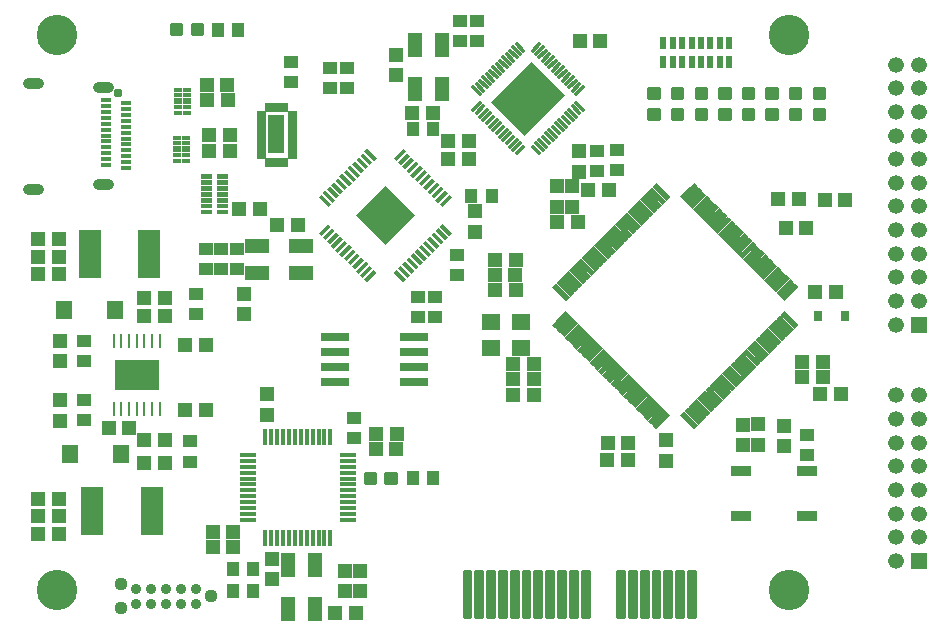
<source format=gbr>
G04 EAGLE Gerber X2 export*
G75*
%MOMM*%
%FSLAX34Y34*%
%LPD*%
%AMOC8*
5,1,8,0,0,1.08239X$1,22.5*%
G01*
%ADD10R,0.327000X1.127000*%
%ADD11R,1.127000X0.327000*%
%ADD12R,3.527000X3.527000*%
%ADD13C,0.914400*%
%ADD14C,1.127000*%
%ADD15C,0.020819*%
%ADD16R,1.327000X3.327000*%
%ADD17C,0.927000*%
%ADD18R,0.827000X0.427000*%
%ADD19C,0.777000*%
%ADD20R,1.327000X1.327000*%
%ADD21C,1.327000*%
%ADD22R,0.677000X0.427000*%
%ADD23R,0.677000X0.527000*%
%ADD24C,3.429000*%
%ADD25R,1.177000X1.207000*%
%ADD26R,1.207000X1.177000*%
%ADD27R,0.427000X1.327000*%
%ADD28R,1.327000X0.427000*%
%ADD29R,1.227000X1.127000*%
%ADD30R,1.227000X2.027000*%
%ADD31C,0.327000*%
%ADD32R,4.027000X4.827000*%
%ADD33R,1.127000X1.227000*%
%ADD34R,2.336800X0.736600*%
%ADD35C,0.330800*%
%ADD36R,0.270000X1.200000*%
%ADD37R,3.780000X2.600000*%
%ADD38R,1.927000X4.127000*%
%ADD39R,1.397000X1.597000*%
%ADD40R,0.757000X0.957000*%
%ADD41C,0.028488*%
%ADD42R,0.600000X1.000000*%
%ADD43C,0.338100*%
%ADD44R,2.027000X1.227000*%
%ADD45R,1.524000X1.320800*%
%ADD46R,1.651000X0.889000*%


D10*
G36*
X435314Y403407D02*
X433002Y401095D01*
X425034Y409063D01*
X427346Y411375D01*
X435314Y403407D01*
G37*
G36*
X438850Y406942D02*
X436538Y404630D01*
X428570Y412598D01*
X430882Y414910D01*
X438850Y406942D01*
G37*
G36*
X442385Y410478D02*
X440073Y408166D01*
X432105Y416134D01*
X434417Y418446D01*
X442385Y410478D01*
G37*
G36*
X445921Y414013D02*
X443609Y411701D01*
X435641Y419669D01*
X437953Y421981D01*
X445921Y414013D01*
G37*
G36*
X449457Y417549D02*
X447145Y415237D01*
X439177Y423205D01*
X441489Y425517D01*
X449457Y417549D01*
G37*
G36*
X452992Y421084D02*
X450680Y418772D01*
X442712Y426740D01*
X445024Y429052D01*
X452992Y421084D01*
G37*
G36*
X456528Y424620D02*
X454216Y422308D01*
X446248Y430276D01*
X448560Y432588D01*
X456528Y424620D01*
G37*
G36*
X460063Y428155D02*
X457751Y425843D01*
X449783Y433811D01*
X452095Y436123D01*
X460063Y428155D01*
G37*
G36*
X463599Y431691D02*
X461287Y429379D01*
X453319Y437347D01*
X455631Y439659D01*
X463599Y431691D01*
G37*
G36*
X467134Y435227D02*
X464822Y432915D01*
X456854Y440883D01*
X459166Y443195D01*
X467134Y435227D01*
G37*
G36*
X470670Y438762D02*
X468358Y436450D01*
X460390Y444418D01*
X462702Y446730D01*
X470670Y438762D01*
G37*
G36*
X474205Y442298D02*
X471893Y439986D01*
X463925Y447954D01*
X466237Y450266D01*
X474205Y442298D01*
G37*
D11*
G36*
X474205Y472702D02*
X466237Y464734D01*
X463925Y467046D01*
X471893Y475014D01*
X474205Y472702D01*
G37*
G36*
X470670Y476238D02*
X462702Y468270D01*
X460390Y470582D01*
X468358Y478550D01*
X470670Y476238D01*
G37*
G36*
X467134Y479773D02*
X459166Y471805D01*
X456854Y474117D01*
X464822Y482085D01*
X467134Y479773D01*
G37*
G36*
X463599Y483309D02*
X455631Y475341D01*
X453319Y477653D01*
X461287Y485621D01*
X463599Y483309D01*
G37*
G36*
X460063Y486845D02*
X452095Y478877D01*
X449783Y481189D01*
X457751Y489157D01*
X460063Y486845D01*
G37*
G36*
X456528Y490380D02*
X448560Y482412D01*
X446248Y484724D01*
X454216Y492692D01*
X456528Y490380D01*
G37*
G36*
X452992Y493916D02*
X445024Y485948D01*
X442712Y488260D01*
X450680Y496228D01*
X452992Y493916D01*
G37*
G36*
X449457Y497451D02*
X441489Y489483D01*
X439177Y491795D01*
X447145Y499763D01*
X449457Y497451D01*
G37*
G36*
X445921Y500987D02*
X437953Y493019D01*
X435641Y495331D01*
X443609Y503299D01*
X445921Y500987D01*
G37*
G36*
X442385Y504522D02*
X434417Y496554D01*
X432105Y498866D01*
X440073Y506834D01*
X442385Y504522D01*
G37*
G36*
X438850Y508058D02*
X430882Y500090D01*
X428570Y502402D01*
X436538Y510370D01*
X438850Y508058D01*
G37*
G36*
X435314Y511593D02*
X427346Y503625D01*
X425034Y505937D01*
X433002Y513905D01*
X435314Y511593D01*
G37*
D10*
G36*
X410566Y505937D02*
X408254Y503625D01*
X400286Y511593D01*
X402598Y513905D01*
X410566Y505937D01*
G37*
G36*
X407030Y502402D02*
X404718Y500090D01*
X396750Y508058D01*
X399062Y510370D01*
X407030Y502402D01*
G37*
G36*
X403495Y498866D02*
X401183Y496554D01*
X393215Y504522D01*
X395527Y506834D01*
X403495Y498866D01*
G37*
G36*
X399959Y495331D02*
X397647Y493019D01*
X389679Y500987D01*
X391991Y503299D01*
X399959Y495331D01*
G37*
G36*
X396423Y491795D02*
X394111Y489483D01*
X386143Y497451D01*
X388455Y499763D01*
X396423Y491795D01*
G37*
G36*
X392888Y488260D02*
X390576Y485948D01*
X382608Y493916D01*
X384920Y496228D01*
X392888Y488260D01*
G37*
G36*
X389352Y484724D02*
X387040Y482412D01*
X379072Y490380D01*
X381384Y492692D01*
X389352Y484724D01*
G37*
G36*
X385817Y481189D02*
X383505Y478877D01*
X375537Y486845D01*
X377849Y489157D01*
X385817Y481189D01*
G37*
G36*
X382281Y477653D02*
X379969Y475341D01*
X372001Y483309D01*
X374313Y485621D01*
X382281Y477653D01*
G37*
G36*
X378746Y474117D02*
X376434Y471805D01*
X368466Y479773D01*
X370778Y482085D01*
X378746Y474117D01*
G37*
G36*
X375210Y470582D02*
X372898Y468270D01*
X364930Y476238D01*
X367242Y478550D01*
X375210Y470582D01*
G37*
G36*
X371675Y467046D02*
X369363Y464734D01*
X361395Y472702D01*
X363707Y475014D01*
X371675Y467046D01*
G37*
D11*
G36*
X371675Y447954D02*
X363707Y439986D01*
X361395Y442298D01*
X369363Y450266D01*
X371675Y447954D01*
G37*
G36*
X375210Y444418D02*
X367242Y436450D01*
X364930Y438762D01*
X372898Y446730D01*
X375210Y444418D01*
G37*
G36*
X378746Y440883D02*
X370778Y432915D01*
X368466Y435227D01*
X376434Y443195D01*
X378746Y440883D01*
G37*
G36*
X382281Y437347D02*
X374313Y429379D01*
X372001Y431691D01*
X379969Y439659D01*
X382281Y437347D01*
G37*
G36*
X385817Y433811D02*
X377849Y425843D01*
X375537Y428155D01*
X383505Y436123D01*
X385817Y433811D01*
G37*
G36*
X389352Y430276D02*
X381384Y422308D01*
X379072Y424620D01*
X387040Y432588D01*
X389352Y430276D01*
G37*
G36*
X392888Y426740D02*
X384920Y418772D01*
X382608Y421084D01*
X390576Y429052D01*
X392888Y426740D01*
G37*
G36*
X396423Y423205D02*
X388455Y415237D01*
X386143Y417549D01*
X394111Y425517D01*
X396423Y423205D01*
G37*
G36*
X399959Y419669D02*
X391991Y411701D01*
X389679Y414013D01*
X397647Y421981D01*
X399959Y419669D01*
G37*
G36*
X403495Y416134D02*
X395527Y408166D01*
X393215Y410478D01*
X401183Y418446D01*
X403495Y416134D01*
G37*
G36*
X407030Y412598D02*
X399062Y404630D01*
X396750Y406942D01*
X404718Y414910D01*
X407030Y412598D01*
G37*
G36*
X410566Y409063D02*
X402598Y401095D01*
X400286Y403407D01*
X408254Y411375D01*
X410566Y409063D01*
G37*
D12*
G36*
X442739Y457500D02*
X417800Y432561D01*
X392861Y457500D01*
X417800Y482439D01*
X442739Y457500D01*
G37*
D13*
X257300Y128650D03*
X244600Y128650D03*
X231900Y128650D03*
X231900Y141350D03*
X244600Y141350D03*
X257300Y141350D03*
X219200Y128650D03*
X206500Y128650D03*
X219200Y141350D03*
X206500Y141350D03*
X257300Y128650D03*
X257300Y128650D03*
D14*
X270000Y135000D03*
X193800Y145160D03*
X193800Y124840D03*
D15*
X331869Y545719D02*
X331869Y552581D01*
X335131Y552581D01*
X335131Y545719D01*
X331869Y545719D01*
X331869Y545926D02*
X335131Y545926D01*
X335131Y546133D02*
X331869Y546133D01*
X331869Y546340D02*
X335131Y546340D01*
X335131Y546547D02*
X331869Y546547D01*
X331869Y546754D02*
X335131Y546754D01*
X335131Y546961D02*
X331869Y546961D01*
X331869Y547168D02*
X335131Y547168D01*
X335131Y547375D02*
X331869Y547375D01*
X331869Y547582D02*
X335131Y547582D01*
X335131Y547789D02*
X331869Y547789D01*
X331869Y547996D02*
X335131Y547996D01*
X335131Y548203D02*
X331869Y548203D01*
X331869Y548410D02*
X335131Y548410D01*
X335131Y548617D02*
X331869Y548617D01*
X331869Y548824D02*
X335131Y548824D01*
X335131Y549031D02*
X331869Y549031D01*
X331869Y549238D02*
X335131Y549238D01*
X335131Y549445D02*
X331869Y549445D01*
X331869Y549652D02*
X335131Y549652D01*
X335131Y549859D02*
X331869Y549859D01*
X331869Y550066D02*
X335131Y550066D01*
X335131Y550273D02*
X331869Y550273D01*
X331869Y550480D02*
X335131Y550480D01*
X335131Y550687D02*
X331869Y550687D01*
X331869Y550894D02*
X335131Y550894D01*
X335131Y551101D02*
X331869Y551101D01*
X331869Y551308D02*
X335131Y551308D01*
X335131Y551515D02*
X331869Y551515D01*
X331869Y551722D02*
X335131Y551722D01*
X335131Y551929D02*
X331869Y551929D01*
X331869Y552136D02*
X335131Y552136D01*
X335131Y552343D02*
X331869Y552343D01*
X331869Y552550D02*
X335131Y552550D01*
X327869Y552581D02*
X327869Y545719D01*
X327869Y552581D02*
X331131Y552581D01*
X331131Y545719D01*
X327869Y545719D01*
X327869Y545926D02*
X331131Y545926D01*
X331131Y546133D02*
X327869Y546133D01*
X327869Y546340D02*
X331131Y546340D01*
X331131Y546547D02*
X327869Y546547D01*
X327869Y546754D02*
X331131Y546754D01*
X331131Y546961D02*
X327869Y546961D01*
X327869Y547168D02*
X331131Y547168D01*
X331131Y547375D02*
X327869Y547375D01*
X327869Y547582D02*
X331131Y547582D01*
X331131Y547789D02*
X327869Y547789D01*
X327869Y547996D02*
X331131Y547996D01*
X331131Y548203D02*
X327869Y548203D01*
X327869Y548410D02*
X331131Y548410D01*
X331131Y548617D02*
X327869Y548617D01*
X327869Y548824D02*
X331131Y548824D01*
X331131Y549031D02*
X327869Y549031D01*
X327869Y549238D02*
X331131Y549238D01*
X331131Y549445D02*
X327869Y549445D01*
X327869Y549652D02*
X331131Y549652D01*
X331131Y549859D02*
X327869Y549859D01*
X327869Y550066D02*
X331131Y550066D01*
X331131Y550273D02*
X327869Y550273D01*
X327869Y550480D02*
X331131Y550480D01*
X331131Y550687D02*
X327869Y550687D01*
X327869Y550894D02*
X331131Y550894D01*
X331131Y551101D02*
X327869Y551101D01*
X327869Y551308D02*
X331131Y551308D01*
X331131Y551515D02*
X327869Y551515D01*
X327869Y551722D02*
X331131Y551722D01*
X331131Y551929D02*
X327869Y551929D01*
X327869Y552136D02*
X331131Y552136D01*
X331131Y552343D02*
X327869Y552343D01*
X327869Y552550D02*
X331131Y552550D01*
X323869Y552581D02*
X323869Y545719D01*
X323869Y552581D02*
X327131Y552581D01*
X327131Y545719D01*
X323869Y545719D01*
X323869Y545926D02*
X327131Y545926D01*
X327131Y546133D02*
X323869Y546133D01*
X323869Y546340D02*
X327131Y546340D01*
X327131Y546547D02*
X323869Y546547D01*
X323869Y546754D02*
X327131Y546754D01*
X327131Y546961D02*
X323869Y546961D01*
X323869Y547168D02*
X327131Y547168D01*
X327131Y547375D02*
X323869Y547375D01*
X323869Y547582D02*
X327131Y547582D01*
X327131Y547789D02*
X323869Y547789D01*
X323869Y547996D02*
X327131Y547996D01*
X327131Y548203D02*
X323869Y548203D01*
X323869Y548410D02*
X327131Y548410D01*
X327131Y548617D02*
X323869Y548617D01*
X323869Y548824D02*
X327131Y548824D01*
X327131Y549031D02*
X323869Y549031D01*
X323869Y549238D02*
X327131Y549238D01*
X327131Y549445D02*
X323869Y549445D01*
X323869Y549652D02*
X327131Y549652D01*
X327131Y549859D02*
X323869Y549859D01*
X323869Y550066D02*
X327131Y550066D01*
X327131Y550273D02*
X323869Y550273D01*
X323869Y550480D02*
X327131Y550480D01*
X327131Y550687D02*
X323869Y550687D01*
X323869Y550894D02*
X327131Y550894D01*
X327131Y551101D02*
X323869Y551101D01*
X323869Y551308D02*
X327131Y551308D01*
X327131Y551515D02*
X323869Y551515D01*
X323869Y551722D02*
X327131Y551722D01*
X327131Y551929D02*
X323869Y551929D01*
X323869Y552136D02*
X327131Y552136D01*
X327131Y552343D02*
X323869Y552343D01*
X323869Y552550D02*
X327131Y552550D01*
X319869Y552581D02*
X319869Y545719D01*
X319869Y552581D02*
X323131Y552581D01*
X323131Y545719D01*
X319869Y545719D01*
X319869Y545926D02*
X323131Y545926D01*
X323131Y546133D02*
X319869Y546133D01*
X319869Y546340D02*
X323131Y546340D01*
X323131Y546547D02*
X319869Y546547D01*
X319869Y546754D02*
X323131Y546754D01*
X323131Y546961D02*
X319869Y546961D01*
X319869Y547168D02*
X323131Y547168D01*
X323131Y547375D02*
X319869Y547375D01*
X319869Y547582D02*
X323131Y547582D01*
X323131Y547789D02*
X319869Y547789D01*
X319869Y547996D02*
X323131Y547996D01*
X323131Y548203D02*
X319869Y548203D01*
X319869Y548410D02*
X323131Y548410D01*
X323131Y548617D02*
X319869Y548617D01*
X319869Y548824D02*
X323131Y548824D01*
X323131Y549031D02*
X319869Y549031D01*
X319869Y549238D02*
X323131Y549238D01*
X323131Y549445D02*
X319869Y549445D01*
X319869Y549652D02*
X323131Y549652D01*
X323131Y549859D02*
X319869Y549859D01*
X319869Y550066D02*
X323131Y550066D01*
X323131Y550273D02*
X319869Y550273D01*
X319869Y550480D02*
X323131Y550480D01*
X323131Y550687D02*
X319869Y550687D01*
X319869Y550894D02*
X323131Y550894D01*
X323131Y551101D02*
X319869Y551101D01*
X319869Y551308D02*
X323131Y551308D01*
X323131Y551515D02*
X319869Y551515D01*
X319869Y551722D02*
X323131Y551722D01*
X323131Y551929D02*
X319869Y551929D01*
X319869Y552136D02*
X323131Y552136D01*
X323131Y552343D02*
X319869Y552343D01*
X319869Y552550D02*
X323131Y552550D01*
X315869Y552581D02*
X315869Y545719D01*
X315869Y552581D02*
X319131Y552581D01*
X319131Y545719D01*
X315869Y545719D01*
X315869Y545926D02*
X319131Y545926D01*
X319131Y546133D02*
X315869Y546133D01*
X315869Y546340D02*
X319131Y546340D01*
X319131Y546547D02*
X315869Y546547D01*
X315869Y546754D02*
X319131Y546754D01*
X319131Y546961D02*
X315869Y546961D01*
X315869Y547168D02*
X319131Y547168D01*
X319131Y547375D02*
X315869Y547375D01*
X315869Y547582D02*
X319131Y547582D01*
X319131Y547789D02*
X315869Y547789D01*
X315869Y547996D02*
X319131Y547996D01*
X319131Y548203D02*
X315869Y548203D01*
X315869Y548410D02*
X319131Y548410D01*
X319131Y548617D02*
X315869Y548617D01*
X315869Y548824D02*
X319131Y548824D01*
X319131Y549031D02*
X315869Y549031D01*
X315869Y549238D02*
X319131Y549238D01*
X319131Y549445D02*
X315869Y549445D01*
X315869Y549652D02*
X319131Y549652D01*
X319131Y549859D02*
X315869Y549859D01*
X315869Y550066D02*
X319131Y550066D01*
X319131Y550273D02*
X315869Y550273D01*
X315869Y550480D02*
X319131Y550480D01*
X319131Y550687D02*
X315869Y550687D01*
X315869Y550894D02*
X319131Y550894D01*
X319131Y551101D02*
X315869Y551101D01*
X315869Y551308D02*
X319131Y551308D01*
X319131Y551515D02*
X315869Y551515D01*
X315869Y551722D02*
X319131Y551722D01*
X319131Y551929D02*
X315869Y551929D01*
X315869Y552136D02*
X319131Y552136D01*
X319131Y552343D02*
X315869Y552343D01*
X315869Y552550D02*
X319131Y552550D01*
X315869Y506281D02*
X315869Y499419D01*
X315869Y506281D02*
X319131Y506281D01*
X319131Y499419D01*
X315869Y499419D01*
X315869Y499626D02*
X319131Y499626D01*
X319131Y499833D02*
X315869Y499833D01*
X315869Y500040D02*
X319131Y500040D01*
X319131Y500247D02*
X315869Y500247D01*
X315869Y500454D02*
X319131Y500454D01*
X319131Y500661D02*
X315869Y500661D01*
X315869Y500868D02*
X319131Y500868D01*
X319131Y501075D02*
X315869Y501075D01*
X315869Y501282D02*
X319131Y501282D01*
X319131Y501489D02*
X315869Y501489D01*
X315869Y501696D02*
X319131Y501696D01*
X319131Y501903D02*
X315869Y501903D01*
X315869Y502110D02*
X319131Y502110D01*
X319131Y502317D02*
X315869Y502317D01*
X315869Y502524D02*
X319131Y502524D01*
X319131Y502731D02*
X315869Y502731D01*
X315869Y502938D02*
X319131Y502938D01*
X319131Y503145D02*
X315869Y503145D01*
X315869Y503352D02*
X319131Y503352D01*
X319131Y503559D02*
X315869Y503559D01*
X315869Y503766D02*
X319131Y503766D01*
X319131Y503973D02*
X315869Y503973D01*
X315869Y504180D02*
X319131Y504180D01*
X319131Y504387D02*
X315869Y504387D01*
X315869Y504594D02*
X319131Y504594D01*
X319131Y504801D02*
X315869Y504801D01*
X315869Y505008D02*
X319131Y505008D01*
X319131Y505215D02*
X315869Y505215D01*
X315869Y505422D02*
X319131Y505422D01*
X319131Y505629D02*
X315869Y505629D01*
X315869Y505836D02*
X319131Y505836D01*
X319131Y506043D02*
X315869Y506043D01*
X315869Y506250D02*
X319131Y506250D01*
X319869Y506281D02*
X319869Y499419D01*
X319869Y506281D02*
X323131Y506281D01*
X323131Y499419D01*
X319869Y499419D01*
X319869Y499626D02*
X323131Y499626D01*
X323131Y499833D02*
X319869Y499833D01*
X319869Y500040D02*
X323131Y500040D01*
X323131Y500247D02*
X319869Y500247D01*
X319869Y500454D02*
X323131Y500454D01*
X323131Y500661D02*
X319869Y500661D01*
X319869Y500868D02*
X323131Y500868D01*
X323131Y501075D02*
X319869Y501075D01*
X319869Y501282D02*
X323131Y501282D01*
X323131Y501489D02*
X319869Y501489D01*
X319869Y501696D02*
X323131Y501696D01*
X323131Y501903D02*
X319869Y501903D01*
X319869Y502110D02*
X323131Y502110D01*
X323131Y502317D02*
X319869Y502317D01*
X319869Y502524D02*
X323131Y502524D01*
X323131Y502731D02*
X319869Y502731D01*
X319869Y502938D02*
X323131Y502938D01*
X323131Y503145D02*
X319869Y503145D01*
X319869Y503352D02*
X323131Y503352D01*
X323131Y503559D02*
X319869Y503559D01*
X319869Y503766D02*
X323131Y503766D01*
X323131Y503973D02*
X319869Y503973D01*
X319869Y504180D02*
X323131Y504180D01*
X323131Y504387D02*
X319869Y504387D01*
X319869Y504594D02*
X323131Y504594D01*
X323131Y504801D02*
X319869Y504801D01*
X319869Y505008D02*
X323131Y505008D01*
X323131Y505215D02*
X319869Y505215D01*
X319869Y505422D02*
X323131Y505422D01*
X323131Y505629D02*
X319869Y505629D01*
X319869Y505836D02*
X323131Y505836D01*
X323131Y506043D02*
X319869Y506043D01*
X319869Y506250D02*
X323131Y506250D01*
X323869Y506281D02*
X323869Y499419D01*
X323869Y506281D02*
X327131Y506281D01*
X327131Y499419D01*
X323869Y499419D01*
X323869Y499626D02*
X327131Y499626D01*
X327131Y499833D02*
X323869Y499833D01*
X323869Y500040D02*
X327131Y500040D01*
X327131Y500247D02*
X323869Y500247D01*
X323869Y500454D02*
X327131Y500454D01*
X327131Y500661D02*
X323869Y500661D01*
X323869Y500868D02*
X327131Y500868D01*
X327131Y501075D02*
X323869Y501075D01*
X323869Y501282D02*
X327131Y501282D01*
X327131Y501489D02*
X323869Y501489D01*
X323869Y501696D02*
X327131Y501696D01*
X327131Y501903D02*
X323869Y501903D01*
X323869Y502110D02*
X327131Y502110D01*
X327131Y502317D02*
X323869Y502317D01*
X323869Y502524D02*
X327131Y502524D01*
X327131Y502731D02*
X323869Y502731D01*
X323869Y502938D02*
X327131Y502938D01*
X327131Y503145D02*
X323869Y503145D01*
X323869Y503352D02*
X327131Y503352D01*
X327131Y503559D02*
X323869Y503559D01*
X323869Y503766D02*
X327131Y503766D01*
X327131Y503973D02*
X323869Y503973D01*
X323869Y504180D02*
X327131Y504180D01*
X327131Y504387D02*
X323869Y504387D01*
X323869Y504594D02*
X327131Y504594D01*
X327131Y504801D02*
X323869Y504801D01*
X323869Y505008D02*
X327131Y505008D01*
X327131Y505215D02*
X323869Y505215D01*
X323869Y505422D02*
X327131Y505422D01*
X327131Y505629D02*
X323869Y505629D01*
X323869Y505836D02*
X327131Y505836D01*
X327131Y506043D02*
X323869Y506043D01*
X323869Y506250D02*
X327131Y506250D01*
X327869Y506281D02*
X327869Y499419D01*
X327869Y506281D02*
X331131Y506281D01*
X331131Y499419D01*
X327869Y499419D01*
X327869Y499626D02*
X331131Y499626D01*
X331131Y499833D02*
X327869Y499833D01*
X327869Y500040D02*
X331131Y500040D01*
X331131Y500247D02*
X327869Y500247D01*
X327869Y500454D02*
X331131Y500454D01*
X331131Y500661D02*
X327869Y500661D01*
X327869Y500868D02*
X331131Y500868D01*
X331131Y501075D02*
X327869Y501075D01*
X327869Y501282D02*
X331131Y501282D01*
X331131Y501489D02*
X327869Y501489D01*
X327869Y501696D02*
X331131Y501696D01*
X331131Y501903D02*
X327869Y501903D01*
X327869Y502110D02*
X331131Y502110D01*
X331131Y502317D02*
X327869Y502317D01*
X327869Y502524D02*
X331131Y502524D01*
X331131Y502731D02*
X327869Y502731D01*
X327869Y502938D02*
X331131Y502938D01*
X331131Y503145D02*
X327869Y503145D01*
X327869Y503352D02*
X331131Y503352D01*
X331131Y503559D02*
X327869Y503559D01*
X327869Y503766D02*
X331131Y503766D01*
X331131Y503973D02*
X327869Y503973D01*
X327869Y504180D02*
X331131Y504180D01*
X331131Y504387D02*
X327869Y504387D01*
X327869Y504594D02*
X331131Y504594D01*
X331131Y504801D02*
X327869Y504801D01*
X327869Y505008D02*
X331131Y505008D01*
X331131Y505215D02*
X327869Y505215D01*
X327869Y505422D02*
X331131Y505422D01*
X331131Y505629D02*
X327869Y505629D01*
X327869Y505836D02*
X331131Y505836D01*
X331131Y506043D02*
X327869Y506043D01*
X327869Y506250D02*
X331131Y506250D01*
X331869Y506281D02*
X331869Y499419D01*
X331869Y506281D02*
X335131Y506281D01*
X335131Y499419D01*
X331869Y499419D01*
X331869Y499626D02*
X335131Y499626D01*
X335131Y499833D02*
X331869Y499833D01*
X331869Y500040D02*
X335131Y500040D01*
X335131Y500247D02*
X331869Y500247D01*
X331869Y500454D02*
X335131Y500454D01*
X335131Y500661D02*
X331869Y500661D01*
X331869Y500868D02*
X335131Y500868D01*
X335131Y501075D02*
X331869Y501075D01*
X331869Y501282D02*
X335131Y501282D01*
X335131Y501489D02*
X331869Y501489D01*
X331869Y501696D02*
X335131Y501696D01*
X335131Y501903D02*
X331869Y501903D01*
X331869Y502110D02*
X335131Y502110D01*
X335131Y502317D02*
X331869Y502317D01*
X331869Y502524D02*
X335131Y502524D01*
X335131Y502731D02*
X331869Y502731D01*
X331869Y502938D02*
X335131Y502938D01*
X335131Y503145D02*
X331869Y503145D01*
X331869Y503352D02*
X335131Y503352D01*
X335131Y503559D02*
X331869Y503559D01*
X331869Y503766D02*
X335131Y503766D01*
X335131Y503973D02*
X331869Y503973D01*
X331869Y504180D02*
X335131Y504180D01*
X335131Y504387D02*
X331869Y504387D01*
X331869Y504594D02*
X335131Y504594D01*
X335131Y504801D02*
X331869Y504801D01*
X331869Y505008D02*
X335131Y505008D01*
X335131Y505215D02*
X331869Y505215D01*
X331869Y505422D02*
X335131Y505422D01*
X335131Y505629D02*
X331869Y505629D01*
X331869Y505836D02*
X335131Y505836D01*
X335131Y506043D02*
X331869Y506043D01*
X331869Y506250D02*
X335131Y506250D01*
X335219Y509631D02*
X342081Y509631D01*
X342081Y506369D01*
X335219Y506369D01*
X335219Y509631D01*
X335219Y506576D02*
X342081Y506576D01*
X342081Y506783D02*
X335219Y506783D01*
X335219Y506990D02*
X342081Y506990D01*
X342081Y507197D02*
X335219Y507197D01*
X335219Y507404D02*
X342081Y507404D01*
X342081Y507611D02*
X335219Y507611D01*
X335219Y507818D02*
X342081Y507818D01*
X342081Y508025D02*
X335219Y508025D01*
X335219Y508232D02*
X342081Y508232D01*
X342081Y508439D02*
X335219Y508439D01*
X335219Y508646D02*
X342081Y508646D01*
X342081Y508853D02*
X335219Y508853D01*
X335219Y509060D02*
X342081Y509060D01*
X342081Y509267D02*
X335219Y509267D01*
X335219Y509474D02*
X342081Y509474D01*
X342081Y513631D02*
X335219Y513631D01*
X342081Y513631D02*
X342081Y510369D01*
X335219Y510369D01*
X335219Y513631D01*
X335219Y510576D02*
X342081Y510576D01*
X342081Y510783D02*
X335219Y510783D01*
X335219Y510990D02*
X342081Y510990D01*
X342081Y511197D02*
X335219Y511197D01*
X335219Y511404D02*
X342081Y511404D01*
X342081Y511611D02*
X335219Y511611D01*
X335219Y511818D02*
X342081Y511818D01*
X342081Y512025D02*
X335219Y512025D01*
X335219Y512232D02*
X342081Y512232D01*
X342081Y512439D02*
X335219Y512439D01*
X335219Y512646D02*
X342081Y512646D01*
X342081Y512853D02*
X335219Y512853D01*
X335219Y513060D02*
X342081Y513060D01*
X342081Y513267D02*
X335219Y513267D01*
X335219Y513474D02*
X342081Y513474D01*
X342081Y517631D02*
X335219Y517631D01*
X342081Y517631D02*
X342081Y514369D01*
X335219Y514369D01*
X335219Y517631D01*
X335219Y514576D02*
X342081Y514576D01*
X342081Y514783D02*
X335219Y514783D01*
X335219Y514990D02*
X342081Y514990D01*
X342081Y515197D02*
X335219Y515197D01*
X335219Y515404D02*
X342081Y515404D01*
X342081Y515611D02*
X335219Y515611D01*
X335219Y515818D02*
X342081Y515818D01*
X342081Y516025D02*
X335219Y516025D01*
X335219Y516232D02*
X342081Y516232D01*
X342081Y516439D02*
X335219Y516439D01*
X335219Y516646D02*
X342081Y516646D01*
X342081Y516853D02*
X335219Y516853D01*
X335219Y517060D02*
X342081Y517060D01*
X342081Y517267D02*
X335219Y517267D01*
X335219Y517474D02*
X342081Y517474D01*
X342081Y521631D02*
X335219Y521631D01*
X342081Y521631D02*
X342081Y518369D01*
X335219Y518369D01*
X335219Y521631D01*
X335219Y518576D02*
X342081Y518576D01*
X342081Y518783D02*
X335219Y518783D01*
X335219Y518990D02*
X342081Y518990D01*
X342081Y519197D02*
X335219Y519197D01*
X335219Y519404D02*
X342081Y519404D01*
X342081Y519611D02*
X335219Y519611D01*
X335219Y519818D02*
X342081Y519818D01*
X342081Y520025D02*
X335219Y520025D01*
X335219Y520232D02*
X342081Y520232D01*
X342081Y520439D02*
X335219Y520439D01*
X335219Y520646D02*
X342081Y520646D01*
X342081Y520853D02*
X335219Y520853D01*
X335219Y521060D02*
X342081Y521060D01*
X342081Y521267D02*
X335219Y521267D01*
X335219Y521474D02*
X342081Y521474D01*
X342081Y525631D02*
X335219Y525631D01*
X342081Y525631D02*
X342081Y522369D01*
X335219Y522369D01*
X335219Y525631D01*
X335219Y522576D02*
X342081Y522576D01*
X342081Y522783D02*
X335219Y522783D01*
X335219Y522990D02*
X342081Y522990D01*
X342081Y523197D02*
X335219Y523197D01*
X335219Y523404D02*
X342081Y523404D01*
X342081Y523611D02*
X335219Y523611D01*
X335219Y523818D02*
X342081Y523818D01*
X342081Y524025D02*
X335219Y524025D01*
X335219Y524232D02*
X342081Y524232D01*
X342081Y524439D02*
X335219Y524439D01*
X335219Y524646D02*
X342081Y524646D01*
X342081Y524853D02*
X335219Y524853D01*
X335219Y525060D02*
X342081Y525060D01*
X342081Y525267D02*
X335219Y525267D01*
X335219Y525474D02*
X342081Y525474D01*
X342081Y529631D02*
X335219Y529631D01*
X342081Y529631D02*
X342081Y526369D01*
X335219Y526369D01*
X335219Y529631D01*
X335219Y526576D02*
X342081Y526576D01*
X342081Y526783D02*
X335219Y526783D01*
X335219Y526990D02*
X342081Y526990D01*
X342081Y527197D02*
X335219Y527197D01*
X335219Y527404D02*
X342081Y527404D01*
X342081Y527611D02*
X335219Y527611D01*
X335219Y527818D02*
X342081Y527818D01*
X342081Y528025D02*
X335219Y528025D01*
X335219Y528232D02*
X342081Y528232D01*
X342081Y528439D02*
X335219Y528439D01*
X335219Y528646D02*
X342081Y528646D01*
X342081Y528853D02*
X335219Y528853D01*
X335219Y529060D02*
X342081Y529060D01*
X342081Y529267D02*
X335219Y529267D01*
X335219Y529474D02*
X342081Y529474D01*
X342081Y533631D02*
X335219Y533631D01*
X342081Y533631D02*
X342081Y530369D01*
X335219Y530369D01*
X335219Y533631D01*
X335219Y530576D02*
X342081Y530576D01*
X342081Y530783D02*
X335219Y530783D01*
X335219Y530990D02*
X342081Y530990D01*
X342081Y531197D02*
X335219Y531197D01*
X335219Y531404D02*
X342081Y531404D01*
X342081Y531611D02*
X335219Y531611D01*
X335219Y531818D02*
X342081Y531818D01*
X342081Y532025D02*
X335219Y532025D01*
X335219Y532232D02*
X342081Y532232D01*
X342081Y532439D02*
X335219Y532439D01*
X335219Y532646D02*
X342081Y532646D01*
X342081Y532853D02*
X335219Y532853D01*
X335219Y533060D02*
X342081Y533060D01*
X342081Y533267D02*
X335219Y533267D01*
X335219Y533474D02*
X342081Y533474D01*
X342081Y537631D02*
X335219Y537631D01*
X342081Y537631D02*
X342081Y534369D01*
X335219Y534369D01*
X335219Y537631D01*
X335219Y534576D02*
X342081Y534576D01*
X342081Y534783D02*
X335219Y534783D01*
X335219Y534990D02*
X342081Y534990D01*
X342081Y535197D02*
X335219Y535197D01*
X335219Y535404D02*
X342081Y535404D01*
X342081Y535611D02*
X335219Y535611D01*
X335219Y535818D02*
X342081Y535818D01*
X342081Y536025D02*
X335219Y536025D01*
X335219Y536232D02*
X342081Y536232D01*
X342081Y536439D02*
X335219Y536439D01*
X335219Y536646D02*
X342081Y536646D01*
X342081Y536853D02*
X335219Y536853D01*
X335219Y537060D02*
X342081Y537060D01*
X342081Y537267D02*
X335219Y537267D01*
X335219Y537474D02*
X342081Y537474D01*
X342081Y541631D02*
X335219Y541631D01*
X342081Y541631D02*
X342081Y538369D01*
X335219Y538369D01*
X335219Y541631D01*
X335219Y538576D02*
X342081Y538576D01*
X342081Y538783D02*
X335219Y538783D01*
X335219Y538990D02*
X342081Y538990D01*
X342081Y539197D02*
X335219Y539197D01*
X335219Y539404D02*
X342081Y539404D01*
X342081Y539611D02*
X335219Y539611D01*
X335219Y539818D02*
X342081Y539818D01*
X342081Y540025D02*
X335219Y540025D01*
X335219Y540232D02*
X342081Y540232D01*
X342081Y540439D02*
X335219Y540439D01*
X335219Y540646D02*
X342081Y540646D01*
X342081Y540853D02*
X335219Y540853D01*
X335219Y541060D02*
X342081Y541060D01*
X342081Y541267D02*
X335219Y541267D01*
X335219Y541474D02*
X342081Y541474D01*
X342081Y545631D02*
X335219Y545631D01*
X342081Y545631D02*
X342081Y542369D01*
X335219Y542369D01*
X335219Y545631D01*
X335219Y542576D02*
X342081Y542576D01*
X342081Y542783D02*
X335219Y542783D01*
X335219Y542990D02*
X342081Y542990D01*
X342081Y543197D02*
X335219Y543197D01*
X335219Y543404D02*
X342081Y543404D01*
X342081Y543611D02*
X335219Y543611D01*
X335219Y543818D02*
X342081Y543818D01*
X342081Y544025D02*
X335219Y544025D01*
X335219Y544232D02*
X342081Y544232D01*
X342081Y544439D02*
X335219Y544439D01*
X335219Y544646D02*
X342081Y544646D01*
X342081Y544853D02*
X335219Y544853D01*
X335219Y545060D02*
X342081Y545060D01*
X342081Y545267D02*
X335219Y545267D01*
X335219Y545474D02*
X342081Y545474D01*
X315781Y545631D02*
X308919Y545631D01*
X315781Y545631D02*
X315781Y542369D01*
X308919Y542369D01*
X308919Y545631D01*
X308919Y542576D02*
X315781Y542576D01*
X315781Y542783D02*
X308919Y542783D01*
X308919Y542990D02*
X315781Y542990D01*
X315781Y543197D02*
X308919Y543197D01*
X308919Y543404D02*
X315781Y543404D01*
X315781Y543611D02*
X308919Y543611D01*
X308919Y543818D02*
X315781Y543818D01*
X315781Y544025D02*
X308919Y544025D01*
X308919Y544232D02*
X315781Y544232D01*
X315781Y544439D02*
X308919Y544439D01*
X308919Y544646D02*
X315781Y544646D01*
X315781Y544853D02*
X308919Y544853D01*
X308919Y545060D02*
X315781Y545060D01*
X315781Y545267D02*
X308919Y545267D01*
X308919Y545474D02*
X315781Y545474D01*
X315781Y541631D02*
X308919Y541631D01*
X315781Y541631D02*
X315781Y538369D01*
X308919Y538369D01*
X308919Y541631D01*
X308919Y538576D02*
X315781Y538576D01*
X315781Y538783D02*
X308919Y538783D01*
X308919Y538990D02*
X315781Y538990D01*
X315781Y539197D02*
X308919Y539197D01*
X308919Y539404D02*
X315781Y539404D01*
X315781Y539611D02*
X308919Y539611D01*
X308919Y539818D02*
X315781Y539818D01*
X315781Y540025D02*
X308919Y540025D01*
X308919Y540232D02*
X315781Y540232D01*
X315781Y540439D02*
X308919Y540439D01*
X308919Y540646D02*
X315781Y540646D01*
X315781Y540853D02*
X308919Y540853D01*
X308919Y541060D02*
X315781Y541060D01*
X315781Y541267D02*
X308919Y541267D01*
X308919Y541474D02*
X315781Y541474D01*
X315781Y537631D02*
X308919Y537631D01*
X315781Y537631D02*
X315781Y534369D01*
X308919Y534369D01*
X308919Y537631D01*
X308919Y534576D02*
X315781Y534576D01*
X315781Y534783D02*
X308919Y534783D01*
X308919Y534990D02*
X315781Y534990D01*
X315781Y535197D02*
X308919Y535197D01*
X308919Y535404D02*
X315781Y535404D01*
X315781Y535611D02*
X308919Y535611D01*
X308919Y535818D02*
X315781Y535818D01*
X315781Y536025D02*
X308919Y536025D01*
X308919Y536232D02*
X315781Y536232D01*
X315781Y536439D02*
X308919Y536439D01*
X308919Y536646D02*
X315781Y536646D01*
X315781Y536853D02*
X308919Y536853D01*
X308919Y537060D02*
X315781Y537060D01*
X315781Y537267D02*
X308919Y537267D01*
X308919Y537474D02*
X315781Y537474D01*
X315781Y533631D02*
X308919Y533631D01*
X315781Y533631D02*
X315781Y530369D01*
X308919Y530369D01*
X308919Y533631D01*
X308919Y530576D02*
X315781Y530576D01*
X315781Y530783D02*
X308919Y530783D01*
X308919Y530990D02*
X315781Y530990D01*
X315781Y531197D02*
X308919Y531197D01*
X308919Y531404D02*
X315781Y531404D01*
X315781Y531611D02*
X308919Y531611D01*
X308919Y531818D02*
X315781Y531818D01*
X315781Y532025D02*
X308919Y532025D01*
X308919Y532232D02*
X315781Y532232D01*
X315781Y532439D02*
X308919Y532439D01*
X308919Y532646D02*
X315781Y532646D01*
X315781Y532853D02*
X308919Y532853D01*
X308919Y533060D02*
X315781Y533060D01*
X315781Y533267D02*
X308919Y533267D01*
X308919Y533474D02*
X315781Y533474D01*
X315781Y529631D02*
X308919Y529631D01*
X315781Y529631D02*
X315781Y526369D01*
X308919Y526369D01*
X308919Y529631D01*
X308919Y526576D02*
X315781Y526576D01*
X315781Y526783D02*
X308919Y526783D01*
X308919Y526990D02*
X315781Y526990D01*
X315781Y527197D02*
X308919Y527197D01*
X308919Y527404D02*
X315781Y527404D01*
X315781Y527611D02*
X308919Y527611D01*
X308919Y527818D02*
X315781Y527818D01*
X315781Y528025D02*
X308919Y528025D01*
X308919Y528232D02*
X315781Y528232D01*
X315781Y528439D02*
X308919Y528439D01*
X308919Y528646D02*
X315781Y528646D01*
X315781Y528853D02*
X308919Y528853D01*
X308919Y529060D02*
X315781Y529060D01*
X315781Y529267D02*
X308919Y529267D01*
X308919Y529474D02*
X315781Y529474D01*
X315781Y525631D02*
X308919Y525631D01*
X315781Y525631D02*
X315781Y522369D01*
X308919Y522369D01*
X308919Y525631D01*
X308919Y522576D02*
X315781Y522576D01*
X315781Y522783D02*
X308919Y522783D01*
X308919Y522990D02*
X315781Y522990D01*
X315781Y523197D02*
X308919Y523197D01*
X308919Y523404D02*
X315781Y523404D01*
X315781Y523611D02*
X308919Y523611D01*
X308919Y523818D02*
X315781Y523818D01*
X315781Y524025D02*
X308919Y524025D01*
X308919Y524232D02*
X315781Y524232D01*
X315781Y524439D02*
X308919Y524439D01*
X308919Y524646D02*
X315781Y524646D01*
X315781Y524853D02*
X308919Y524853D01*
X308919Y525060D02*
X315781Y525060D01*
X315781Y525267D02*
X308919Y525267D01*
X308919Y525474D02*
X315781Y525474D01*
X315781Y521631D02*
X308919Y521631D01*
X315781Y521631D02*
X315781Y518369D01*
X308919Y518369D01*
X308919Y521631D01*
X308919Y518576D02*
X315781Y518576D01*
X315781Y518783D02*
X308919Y518783D01*
X308919Y518990D02*
X315781Y518990D01*
X315781Y519197D02*
X308919Y519197D01*
X308919Y519404D02*
X315781Y519404D01*
X315781Y519611D02*
X308919Y519611D01*
X308919Y519818D02*
X315781Y519818D01*
X315781Y520025D02*
X308919Y520025D01*
X308919Y520232D02*
X315781Y520232D01*
X315781Y520439D02*
X308919Y520439D01*
X308919Y520646D02*
X315781Y520646D01*
X315781Y520853D02*
X308919Y520853D01*
X308919Y521060D02*
X315781Y521060D01*
X315781Y521267D02*
X308919Y521267D01*
X308919Y521474D02*
X315781Y521474D01*
X315781Y517631D02*
X308919Y517631D01*
X315781Y517631D02*
X315781Y514369D01*
X308919Y514369D01*
X308919Y517631D01*
X308919Y514576D02*
X315781Y514576D01*
X315781Y514783D02*
X308919Y514783D01*
X308919Y514990D02*
X315781Y514990D01*
X315781Y515197D02*
X308919Y515197D01*
X308919Y515404D02*
X315781Y515404D01*
X315781Y515611D02*
X308919Y515611D01*
X308919Y515818D02*
X315781Y515818D01*
X315781Y516025D02*
X308919Y516025D01*
X308919Y516232D02*
X315781Y516232D01*
X315781Y516439D02*
X308919Y516439D01*
X308919Y516646D02*
X315781Y516646D01*
X315781Y516853D02*
X308919Y516853D01*
X308919Y517060D02*
X315781Y517060D01*
X315781Y517267D02*
X308919Y517267D01*
X308919Y517474D02*
X315781Y517474D01*
X315781Y513631D02*
X308919Y513631D01*
X315781Y513631D02*
X315781Y510369D01*
X308919Y510369D01*
X308919Y513631D01*
X308919Y510576D02*
X315781Y510576D01*
X315781Y510783D02*
X308919Y510783D01*
X308919Y510990D02*
X315781Y510990D01*
X315781Y511197D02*
X308919Y511197D01*
X308919Y511404D02*
X315781Y511404D01*
X315781Y511611D02*
X308919Y511611D01*
X308919Y511818D02*
X315781Y511818D01*
X315781Y512025D02*
X308919Y512025D01*
X308919Y512232D02*
X315781Y512232D01*
X315781Y512439D02*
X308919Y512439D01*
X308919Y512646D02*
X315781Y512646D01*
X315781Y512853D02*
X308919Y512853D01*
X308919Y513060D02*
X315781Y513060D01*
X315781Y513267D02*
X308919Y513267D01*
X308919Y513474D02*
X315781Y513474D01*
X315781Y509631D02*
X308919Y509631D01*
X315781Y509631D02*
X315781Y506369D01*
X308919Y506369D01*
X308919Y509631D01*
X308919Y506576D02*
X315781Y506576D01*
X315781Y506783D02*
X308919Y506783D01*
X308919Y506990D02*
X315781Y506990D01*
X315781Y507197D02*
X308919Y507197D01*
X308919Y507404D02*
X315781Y507404D01*
X315781Y507611D02*
X308919Y507611D01*
X308919Y507818D02*
X315781Y507818D01*
X315781Y508025D02*
X308919Y508025D01*
X308919Y508232D02*
X315781Y508232D01*
X315781Y508439D02*
X308919Y508439D01*
X308919Y508646D02*
X315781Y508646D01*
X315781Y508853D02*
X308919Y508853D01*
X308919Y509060D02*
X315781Y509060D01*
X315781Y509267D02*
X308919Y509267D01*
X308919Y509474D02*
X315781Y509474D01*
D16*
X325500Y526000D03*
D17*
X123500Y569900D02*
X115500Y569900D01*
D18*
X198100Y552500D03*
X181100Y500000D03*
X181100Y505000D03*
X181100Y510000D03*
X181100Y515000D03*
X181100Y520000D03*
X181100Y525000D03*
X181100Y530000D03*
X181100Y535000D03*
X181100Y540000D03*
X181100Y545000D03*
X181100Y550000D03*
X181100Y555000D03*
X198100Y547500D03*
X198100Y542500D03*
X198100Y537500D03*
X198100Y532500D03*
X198100Y527500D03*
X198100Y522500D03*
X198100Y517500D03*
X198100Y512500D03*
X198100Y507500D03*
X198100Y502500D03*
X198100Y497500D03*
D19*
X191500Y561000D03*
D17*
X123500Y480100D02*
X115500Y480100D01*
X175000Y483700D02*
X183000Y483700D01*
X183000Y566300D02*
X175000Y566300D01*
D20*
X870000Y365000D03*
D21*
X850000Y365000D03*
X870000Y385000D03*
X850000Y385000D03*
X870000Y405000D03*
X850000Y405000D03*
X870000Y425000D03*
X850000Y425000D03*
X870000Y445000D03*
X850000Y445000D03*
X870000Y465000D03*
X850000Y465000D03*
X870000Y485000D03*
X850000Y485000D03*
X870000Y505000D03*
X850000Y505000D03*
X870000Y525000D03*
X850000Y525000D03*
X870000Y545000D03*
X850000Y545000D03*
X870000Y565000D03*
X850000Y565000D03*
X870000Y585000D03*
X850000Y585000D03*
D20*
X870000Y165000D03*
D21*
X850000Y165000D03*
X870000Y185000D03*
X850000Y185000D03*
X870000Y205000D03*
X850000Y205000D03*
X870000Y225000D03*
X850000Y225000D03*
X870000Y245000D03*
X850000Y245000D03*
X870000Y265000D03*
X850000Y265000D03*
X870000Y285000D03*
X850000Y285000D03*
X870000Y305000D03*
X850000Y305000D03*
D22*
X242150Y564000D03*
X242150Y559000D03*
D23*
X242150Y554000D03*
D22*
X242150Y549000D03*
X242150Y544000D03*
X249850Y544000D03*
X249850Y549000D03*
D23*
X249850Y554000D03*
D22*
X249850Y559000D03*
X249850Y564000D03*
X241650Y523348D03*
X241650Y518348D03*
D23*
X241650Y513348D03*
D22*
X241650Y508348D03*
X241650Y503348D03*
X249350Y503348D03*
X249350Y508348D03*
D23*
X249350Y513348D03*
D22*
X249350Y518348D03*
X249350Y523348D03*
D15*
X262009Y489153D02*
X270471Y489153D01*
X262009Y489153D02*
X262009Y492415D01*
X270471Y492415D01*
X270471Y489153D01*
X270471Y489360D02*
X262009Y489360D01*
X262009Y489567D02*
X270471Y489567D01*
X270471Y489774D02*
X262009Y489774D01*
X262009Y489981D02*
X270471Y489981D01*
X270471Y490188D02*
X262009Y490188D01*
X262009Y490395D02*
X270471Y490395D01*
X270471Y490602D02*
X262009Y490602D01*
X262009Y490809D02*
X270471Y490809D01*
X270471Y491016D02*
X262009Y491016D01*
X262009Y491223D02*
X270471Y491223D01*
X270471Y491430D02*
X262009Y491430D01*
X262009Y491637D02*
X270471Y491637D01*
X270471Y491844D02*
X262009Y491844D01*
X262009Y492051D02*
X270471Y492051D01*
X270471Y492258D02*
X262009Y492258D01*
X262009Y484153D02*
X270471Y484153D01*
X262009Y484153D02*
X262009Y487415D01*
X270471Y487415D01*
X270471Y484153D01*
X270471Y484360D02*
X262009Y484360D01*
X262009Y484567D02*
X270471Y484567D01*
X270471Y484774D02*
X262009Y484774D01*
X262009Y484981D02*
X270471Y484981D01*
X270471Y485188D02*
X262009Y485188D01*
X262009Y485395D02*
X270471Y485395D01*
X270471Y485602D02*
X262009Y485602D01*
X262009Y485809D02*
X270471Y485809D01*
X270471Y486016D02*
X262009Y486016D01*
X262009Y486223D02*
X270471Y486223D01*
X270471Y486430D02*
X262009Y486430D01*
X262009Y486637D02*
X270471Y486637D01*
X270471Y486844D02*
X262009Y486844D01*
X262009Y487051D02*
X270471Y487051D01*
X270471Y487258D02*
X262009Y487258D01*
X262009Y479153D02*
X270471Y479153D01*
X262009Y479153D02*
X262009Y482415D01*
X270471Y482415D01*
X270471Y479153D01*
X270471Y479360D02*
X262009Y479360D01*
X262009Y479567D02*
X270471Y479567D01*
X270471Y479774D02*
X262009Y479774D01*
X262009Y479981D02*
X270471Y479981D01*
X270471Y480188D02*
X262009Y480188D01*
X262009Y480395D02*
X270471Y480395D01*
X270471Y480602D02*
X262009Y480602D01*
X262009Y480809D02*
X270471Y480809D01*
X270471Y481016D02*
X262009Y481016D01*
X262009Y481223D02*
X270471Y481223D01*
X270471Y481430D02*
X262009Y481430D01*
X262009Y481637D02*
X270471Y481637D01*
X270471Y481844D02*
X262009Y481844D01*
X262009Y482051D02*
X270471Y482051D01*
X270471Y482258D02*
X262009Y482258D01*
X262009Y474153D02*
X270471Y474153D01*
X262009Y474153D02*
X262009Y477415D01*
X270471Y477415D01*
X270471Y474153D01*
X270471Y474360D02*
X262009Y474360D01*
X262009Y474567D02*
X270471Y474567D01*
X270471Y474774D02*
X262009Y474774D01*
X262009Y474981D02*
X270471Y474981D01*
X270471Y475188D02*
X262009Y475188D01*
X262009Y475395D02*
X270471Y475395D01*
X270471Y475602D02*
X262009Y475602D01*
X262009Y475809D02*
X270471Y475809D01*
X270471Y476016D02*
X262009Y476016D01*
X262009Y476223D02*
X270471Y476223D01*
X270471Y476430D02*
X262009Y476430D01*
X262009Y476637D02*
X270471Y476637D01*
X270471Y476844D02*
X262009Y476844D01*
X262009Y477051D02*
X270471Y477051D01*
X270471Y477258D02*
X262009Y477258D01*
X262009Y469153D02*
X270471Y469153D01*
X262009Y469153D02*
X262009Y472415D01*
X270471Y472415D01*
X270471Y469153D01*
X270471Y469360D02*
X262009Y469360D01*
X262009Y469567D02*
X270471Y469567D01*
X270471Y469774D02*
X262009Y469774D01*
X262009Y469981D02*
X270471Y469981D01*
X270471Y470188D02*
X262009Y470188D01*
X262009Y470395D02*
X270471Y470395D01*
X270471Y470602D02*
X262009Y470602D01*
X262009Y470809D02*
X270471Y470809D01*
X270471Y471016D02*
X262009Y471016D01*
X262009Y471223D02*
X270471Y471223D01*
X270471Y471430D02*
X262009Y471430D01*
X262009Y471637D02*
X270471Y471637D01*
X270471Y471844D02*
X262009Y471844D01*
X262009Y472051D02*
X270471Y472051D01*
X270471Y472258D02*
X262009Y472258D01*
X262009Y464153D02*
X270471Y464153D01*
X262009Y464153D02*
X262009Y467415D01*
X270471Y467415D01*
X270471Y464153D01*
X270471Y464360D02*
X262009Y464360D01*
X262009Y464567D02*
X270471Y464567D01*
X270471Y464774D02*
X262009Y464774D01*
X262009Y464981D02*
X270471Y464981D01*
X270471Y465188D02*
X262009Y465188D01*
X262009Y465395D02*
X270471Y465395D01*
X270471Y465602D02*
X262009Y465602D01*
X262009Y465809D02*
X270471Y465809D01*
X270471Y466016D02*
X262009Y466016D01*
X262009Y466223D02*
X270471Y466223D01*
X270471Y466430D02*
X262009Y466430D01*
X262009Y466637D02*
X270471Y466637D01*
X270471Y466844D02*
X262009Y466844D01*
X262009Y467051D02*
X270471Y467051D01*
X270471Y467258D02*
X262009Y467258D01*
X262009Y459153D02*
X270471Y459153D01*
X262009Y459153D02*
X262009Y462415D01*
X270471Y462415D01*
X270471Y459153D01*
X270471Y459360D02*
X262009Y459360D01*
X262009Y459567D02*
X270471Y459567D01*
X270471Y459774D02*
X262009Y459774D01*
X262009Y459981D02*
X270471Y459981D01*
X270471Y460188D02*
X262009Y460188D01*
X262009Y460395D02*
X270471Y460395D01*
X270471Y460602D02*
X262009Y460602D01*
X262009Y460809D02*
X270471Y460809D01*
X270471Y461016D02*
X262009Y461016D01*
X262009Y461223D02*
X270471Y461223D01*
X270471Y461430D02*
X262009Y461430D01*
X262009Y461637D02*
X270471Y461637D01*
X270471Y461844D02*
X262009Y461844D01*
X262009Y462051D02*
X270471Y462051D01*
X270471Y462258D02*
X262009Y462258D01*
X275409Y459153D02*
X283871Y459153D01*
X275409Y459153D02*
X275409Y462415D01*
X283871Y462415D01*
X283871Y459153D01*
X283871Y459360D02*
X275409Y459360D01*
X275409Y459567D02*
X283871Y459567D01*
X283871Y459774D02*
X275409Y459774D01*
X275409Y459981D02*
X283871Y459981D01*
X283871Y460188D02*
X275409Y460188D01*
X275409Y460395D02*
X283871Y460395D01*
X283871Y460602D02*
X275409Y460602D01*
X275409Y460809D02*
X283871Y460809D01*
X283871Y461016D02*
X275409Y461016D01*
X275409Y461223D02*
X283871Y461223D01*
X283871Y461430D02*
X275409Y461430D01*
X275409Y461637D02*
X283871Y461637D01*
X283871Y461844D02*
X275409Y461844D01*
X275409Y462051D02*
X283871Y462051D01*
X283871Y462258D02*
X275409Y462258D01*
X275409Y464153D02*
X283871Y464153D01*
X275409Y464153D02*
X275409Y467415D01*
X283871Y467415D01*
X283871Y464153D01*
X283871Y464360D02*
X275409Y464360D01*
X275409Y464567D02*
X283871Y464567D01*
X283871Y464774D02*
X275409Y464774D01*
X275409Y464981D02*
X283871Y464981D01*
X283871Y465188D02*
X275409Y465188D01*
X275409Y465395D02*
X283871Y465395D01*
X283871Y465602D02*
X275409Y465602D01*
X275409Y465809D02*
X283871Y465809D01*
X283871Y466016D02*
X275409Y466016D01*
X275409Y466223D02*
X283871Y466223D01*
X283871Y466430D02*
X275409Y466430D01*
X275409Y466637D02*
X283871Y466637D01*
X283871Y466844D02*
X275409Y466844D01*
X275409Y467051D02*
X283871Y467051D01*
X283871Y467258D02*
X275409Y467258D01*
X275409Y469153D02*
X283871Y469153D01*
X275409Y469153D02*
X275409Y472415D01*
X283871Y472415D01*
X283871Y469153D01*
X283871Y469360D02*
X275409Y469360D01*
X275409Y469567D02*
X283871Y469567D01*
X283871Y469774D02*
X275409Y469774D01*
X275409Y469981D02*
X283871Y469981D01*
X283871Y470188D02*
X275409Y470188D01*
X275409Y470395D02*
X283871Y470395D01*
X283871Y470602D02*
X275409Y470602D01*
X275409Y470809D02*
X283871Y470809D01*
X283871Y471016D02*
X275409Y471016D01*
X275409Y471223D02*
X283871Y471223D01*
X283871Y471430D02*
X275409Y471430D01*
X275409Y471637D02*
X283871Y471637D01*
X283871Y471844D02*
X275409Y471844D01*
X275409Y472051D02*
X283871Y472051D01*
X283871Y472258D02*
X275409Y472258D01*
X275409Y474153D02*
X283871Y474153D01*
X275409Y474153D02*
X275409Y477415D01*
X283871Y477415D01*
X283871Y474153D01*
X283871Y474360D02*
X275409Y474360D01*
X275409Y474567D02*
X283871Y474567D01*
X283871Y474774D02*
X275409Y474774D01*
X275409Y474981D02*
X283871Y474981D01*
X283871Y475188D02*
X275409Y475188D01*
X275409Y475395D02*
X283871Y475395D01*
X283871Y475602D02*
X275409Y475602D01*
X275409Y475809D02*
X283871Y475809D01*
X283871Y476016D02*
X275409Y476016D01*
X275409Y476223D02*
X283871Y476223D01*
X283871Y476430D02*
X275409Y476430D01*
X275409Y476637D02*
X283871Y476637D01*
X283871Y476844D02*
X275409Y476844D01*
X275409Y477051D02*
X283871Y477051D01*
X283871Y477258D02*
X275409Y477258D01*
X275409Y479153D02*
X283871Y479153D01*
X275409Y479153D02*
X275409Y482415D01*
X283871Y482415D01*
X283871Y479153D01*
X283871Y479360D02*
X275409Y479360D01*
X275409Y479567D02*
X283871Y479567D01*
X283871Y479774D02*
X275409Y479774D01*
X275409Y479981D02*
X283871Y479981D01*
X283871Y480188D02*
X275409Y480188D01*
X275409Y480395D02*
X283871Y480395D01*
X283871Y480602D02*
X275409Y480602D01*
X275409Y480809D02*
X283871Y480809D01*
X283871Y481016D02*
X275409Y481016D01*
X275409Y481223D02*
X283871Y481223D01*
X283871Y481430D02*
X275409Y481430D01*
X275409Y481637D02*
X283871Y481637D01*
X283871Y481844D02*
X275409Y481844D01*
X275409Y482051D02*
X283871Y482051D01*
X283871Y482258D02*
X275409Y482258D01*
X275409Y484153D02*
X283871Y484153D01*
X275409Y484153D02*
X275409Y487415D01*
X283871Y487415D01*
X283871Y484153D01*
X283871Y484360D02*
X275409Y484360D01*
X275409Y484567D02*
X283871Y484567D01*
X283871Y484774D02*
X275409Y484774D01*
X275409Y484981D02*
X283871Y484981D01*
X283871Y485188D02*
X275409Y485188D01*
X275409Y485395D02*
X283871Y485395D01*
X283871Y485602D02*
X275409Y485602D01*
X275409Y485809D02*
X283871Y485809D01*
X283871Y486016D02*
X275409Y486016D01*
X275409Y486223D02*
X283871Y486223D01*
X283871Y486430D02*
X275409Y486430D01*
X275409Y486637D02*
X283871Y486637D01*
X283871Y486844D02*
X275409Y486844D01*
X275409Y487051D02*
X283871Y487051D01*
X283871Y487258D02*
X275409Y487258D01*
X275409Y489153D02*
X283871Y489153D01*
X275409Y489153D02*
X275409Y492415D01*
X283871Y492415D01*
X283871Y489153D01*
X283871Y489360D02*
X275409Y489360D01*
X275409Y489567D02*
X283871Y489567D01*
X283871Y489774D02*
X275409Y489774D01*
X275409Y489981D02*
X283871Y489981D01*
X283871Y490188D02*
X275409Y490188D01*
X275409Y490395D02*
X283871Y490395D01*
X283871Y490602D02*
X275409Y490602D01*
X275409Y490809D02*
X283871Y490809D01*
X283871Y491016D02*
X275409Y491016D01*
X275409Y491223D02*
X283871Y491223D01*
X283871Y491430D02*
X275409Y491430D01*
X275409Y491637D02*
X283871Y491637D01*
X283871Y491844D02*
X275409Y491844D01*
X275409Y492051D02*
X283871Y492051D01*
X283871Y492258D02*
X275409Y492258D01*
D24*
X140000Y610000D03*
X760000Y610000D03*
X140000Y140000D03*
X760000Y140000D03*
D25*
X409904Y260042D03*
X427404Y260042D03*
D26*
X383832Y156582D03*
X383832Y139082D03*
D25*
X289402Y176544D03*
X271902Y176544D03*
D26*
X317660Y288320D03*
X317660Y305820D03*
X396290Y156698D03*
X396290Y139198D03*
D25*
X289240Y189430D03*
X271740Y189430D03*
X410362Y272298D03*
X427862Y272298D03*
D27*
X316410Y184620D03*
X321410Y184620D03*
X326410Y184620D03*
X331410Y184620D03*
X336410Y184620D03*
X341410Y184620D03*
X346410Y184620D03*
X351410Y184620D03*
X356410Y184620D03*
X361410Y184620D03*
X366410Y184620D03*
X371410Y184620D03*
D28*
X386410Y199620D03*
X386410Y204620D03*
X386410Y209620D03*
X386410Y214620D03*
X386410Y219620D03*
X386410Y224620D03*
X386410Y229620D03*
X386410Y234620D03*
X386410Y239620D03*
X386410Y244620D03*
X386410Y249620D03*
X386410Y254620D03*
D27*
X371410Y269620D03*
X366410Y269620D03*
X361410Y269620D03*
X356410Y269620D03*
X351410Y269620D03*
X346410Y269620D03*
X341410Y269620D03*
X336410Y269620D03*
X331410Y269620D03*
X326410Y269620D03*
X321410Y269620D03*
X316410Y269620D03*
D28*
X301410Y254620D03*
X301410Y249620D03*
X301410Y244620D03*
X301410Y239620D03*
X301410Y234620D03*
X301410Y229620D03*
X301410Y224620D03*
X301410Y219620D03*
X301410Y214620D03*
X301410Y209620D03*
X301410Y204620D03*
X301410Y199620D03*
D29*
X391490Y286080D03*
X391490Y269080D03*
D30*
X335712Y161292D03*
X358712Y124292D03*
X358712Y161292D03*
X335712Y124292D03*
D26*
X321812Y166782D03*
X321812Y149282D03*
D25*
X375292Y121202D03*
X392792Y121202D03*
D31*
X534840Y597009D02*
X529184Y602665D01*
X526356Y599837D02*
X532012Y594181D01*
X529184Y591352D02*
X523528Y597008D01*
X520699Y594180D02*
X526355Y588524D01*
X523527Y585695D02*
X517871Y591351D01*
X515042Y588523D02*
X520698Y582867D01*
X517870Y580039D02*
X512214Y585695D01*
X509385Y582866D02*
X515041Y577210D01*
X512213Y574382D02*
X506557Y580038D01*
X503729Y577209D02*
X509385Y571553D01*
X506556Y568725D02*
X500900Y574381D01*
X498072Y571552D02*
X503728Y565896D01*
X500899Y563068D02*
X495243Y568724D01*
X492415Y565896D02*
X498071Y560240D01*
X498071Y552460D02*
X492415Y546804D01*
X495243Y543976D02*
X500899Y549632D01*
X503728Y546804D02*
X498072Y541148D01*
X500900Y538319D02*
X506556Y543975D01*
X509385Y541147D02*
X503729Y535491D01*
X506557Y532662D02*
X512213Y538318D01*
X515041Y535490D02*
X509385Y529834D01*
X512214Y527005D02*
X517870Y532661D01*
X520698Y529833D02*
X515042Y524177D01*
X517871Y521349D02*
X523527Y527005D01*
X526355Y524176D02*
X520699Y518520D01*
X523528Y515692D02*
X529184Y521348D01*
X532012Y518519D02*
X526356Y512863D01*
X529184Y510035D02*
X534840Y515691D01*
X542620Y515691D02*
X548276Y510035D01*
X551104Y512863D02*
X545448Y518519D01*
X548276Y521348D02*
X553932Y515692D01*
X556761Y518520D02*
X551105Y524176D01*
X553933Y527005D02*
X559589Y521349D01*
X562418Y524177D02*
X556762Y529833D01*
X559590Y532661D02*
X565246Y527005D01*
X568075Y529834D02*
X562419Y535490D01*
X565247Y538318D02*
X570903Y532662D01*
X573731Y535491D02*
X568075Y541147D01*
X570904Y543975D02*
X576560Y538319D01*
X579388Y541148D02*
X573732Y546804D01*
X576561Y549632D02*
X582217Y543976D01*
X585045Y546804D02*
X579389Y552460D01*
X579389Y560240D02*
X585045Y565896D01*
X582217Y568724D02*
X576561Y563068D01*
X573732Y565896D02*
X579388Y571552D01*
X576560Y574381D02*
X570904Y568725D01*
X568075Y571553D02*
X573731Y577209D01*
X570903Y580038D02*
X565247Y574382D01*
X562419Y577210D02*
X568075Y582866D01*
X565246Y585695D02*
X559590Y580039D01*
X556762Y582867D02*
X562418Y588523D01*
X559589Y591351D02*
X553933Y585695D01*
X551105Y588524D02*
X556761Y594180D01*
X553932Y597008D02*
X548276Y591352D01*
X545448Y594181D02*
X551104Y599837D01*
X548276Y602665D02*
X542620Y597009D01*
D32*
G36*
X535902Y525047D02*
X507427Y553522D01*
X541558Y587653D01*
X570033Y559178D01*
X535902Y525047D01*
G37*
D25*
X582604Y605102D03*
X600104Y605102D03*
D33*
X490884Y474170D03*
X507884Y474170D03*
D26*
X581700Y511970D03*
X581700Y494470D03*
D30*
X443138Y601294D03*
X466138Y564294D03*
X466138Y601294D03*
X443138Y564294D03*
D26*
X426792Y593426D03*
X426792Y575926D03*
D25*
X458012Y543948D03*
X440512Y543948D03*
D29*
X597450Y495130D03*
X597450Y512130D03*
X614030Y512560D03*
X614030Y495560D03*
D25*
X488750Y505000D03*
X471250Y505000D03*
X488750Y520000D03*
X471250Y520000D03*
X756800Y446500D03*
X774300Y446500D03*
X750450Y471350D03*
X767950Y471350D03*
X789820Y470800D03*
X807320Y470800D03*
X786010Y306420D03*
X803510Y306420D03*
D34*
X374966Y354422D03*
X374966Y341722D03*
X374966Y329022D03*
X374966Y316322D03*
X442276Y316322D03*
X442276Y329022D03*
X442276Y341722D03*
X442276Y354422D03*
D35*
X499981Y155281D02*
X499981Y117319D01*
X495019Y117319D01*
X495019Y155281D01*
X499981Y155281D01*
X499981Y120626D02*
X495019Y120626D01*
X495019Y123933D02*
X499981Y123933D01*
X499981Y127240D02*
X495019Y127240D01*
X495019Y130547D02*
X499981Y130547D01*
X499981Y133854D02*
X495019Y133854D01*
X495019Y137161D02*
X499981Y137161D01*
X499981Y140468D02*
X495019Y140468D01*
X495019Y143775D02*
X499981Y143775D01*
X499981Y147082D02*
X495019Y147082D01*
X495019Y150389D02*
X499981Y150389D01*
X499981Y153696D02*
X495019Y153696D01*
X489981Y155281D02*
X489981Y117319D01*
X485019Y117319D01*
X485019Y155281D01*
X489981Y155281D01*
X489981Y120626D02*
X485019Y120626D01*
X485019Y123933D02*
X489981Y123933D01*
X489981Y127240D02*
X485019Y127240D01*
X485019Y130547D02*
X489981Y130547D01*
X489981Y133854D02*
X485019Y133854D01*
X485019Y137161D02*
X489981Y137161D01*
X489981Y140468D02*
X485019Y140468D01*
X485019Y143775D02*
X489981Y143775D01*
X489981Y147082D02*
X485019Y147082D01*
X485019Y150389D02*
X489981Y150389D01*
X489981Y153696D02*
X485019Y153696D01*
X509981Y155281D02*
X509981Y117319D01*
X505019Y117319D01*
X505019Y155281D01*
X509981Y155281D01*
X509981Y120626D02*
X505019Y120626D01*
X505019Y123933D02*
X509981Y123933D01*
X509981Y127240D02*
X505019Y127240D01*
X505019Y130547D02*
X509981Y130547D01*
X509981Y133854D02*
X505019Y133854D01*
X505019Y137161D02*
X509981Y137161D01*
X509981Y140468D02*
X505019Y140468D01*
X505019Y143775D02*
X509981Y143775D01*
X509981Y147082D02*
X505019Y147082D01*
X505019Y150389D02*
X509981Y150389D01*
X509981Y153696D02*
X505019Y153696D01*
X519981Y155281D02*
X519981Y117319D01*
X515019Y117319D01*
X515019Y155281D01*
X519981Y155281D01*
X519981Y120626D02*
X515019Y120626D01*
X515019Y123933D02*
X519981Y123933D01*
X519981Y127240D02*
X515019Y127240D01*
X515019Y130547D02*
X519981Y130547D01*
X519981Y133854D02*
X515019Y133854D01*
X515019Y137161D02*
X519981Y137161D01*
X519981Y140468D02*
X515019Y140468D01*
X515019Y143775D02*
X519981Y143775D01*
X519981Y147082D02*
X515019Y147082D01*
X515019Y150389D02*
X519981Y150389D01*
X519981Y153696D02*
X515019Y153696D01*
X529981Y155281D02*
X529981Y117319D01*
X525019Y117319D01*
X525019Y155281D01*
X529981Y155281D01*
X529981Y120626D02*
X525019Y120626D01*
X525019Y123933D02*
X529981Y123933D01*
X529981Y127240D02*
X525019Y127240D01*
X525019Y130547D02*
X529981Y130547D01*
X529981Y133854D02*
X525019Y133854D01*
X525019Y137161D02*
X529981Y137161D01*
X529981Y140468D02*
X525019Y140468D01*
X525019Y143775D02*
X529981Y143775D01*
X529981Y147082D02*
X525019Y147082D01*
X525019Y150389D02*
X529981Y150389D01*
X529981Y153696D02*
X525019Y153696D01*
X539981Y155281D02*
X539981Y117319D01*
X535019Y117319D01*
X535019Y155281D01*
X539981Y155281D01*
X539981Y120626D02*
X535019Y120626D01*
X535019Y123933D02*
X539981Y123933D01*
X539981Y127240D02*
X535019Y127240D01*
X535019Y130547D02*
X539981Y130547D01*
X539981Y133854D02*
X535019Y133854D01*
X535019Y137161D02*
X539981Y137161D01*
X539981Y140468D02*
X535019Y140468D01*
X535019Y143775D02*
X539981Y143775D01*
X539981Y147082D02*
X535019Y147082D01*
X535019Y150389D02*
X539981Y150389D01*
X539981Y153696D02*
X535019Y153696D01*
X549981Y155281D02*
X549981Y117319D01*
X545019Y117319D01*
X545019Y155281D01*
X549981Y155281D01*
X549981Y120626D02*
X545019Y120626D01*
X545019Y123933D02*
X549981Y123933D01*
X549981Y127240D02*
X545019Y127240D01*
X545019Y130547D02*
X549981Y130547D01*
X549981Y133854D02*
X545019Y133854D01*
X545019Y137161D02*
X549981Y137161D01*
X549981Y140468D02*
X545019Y140468D01*
X545019Y143775D02*
X549981Y143775D01*
X549981Y147082D02*
X545019Y147082D01*
X545019Y150389D02*
X549981Y150389D01*
X549981Y153696D02*
X545019Y153696D01*
X559981Y155281D02*
X559981Y117319D01*
X555019Y117319D01*
X555019Y155281D01*
X559981Y155281D01*
X559981Y120626D02*
X555019Y120626D01*
X555019Y123933D02*
X559981Y123933D01*
X559981Y127240D02*
X555019Y127240D01*
X555019Y130547D02*
X559981Y130547D01*
X559981Y133854D02*
X555019Y133854D01*
X555019Y137161D02*
X559981Y137161D01*
X559981Y140468D02*
X555019Y140468D01*
X555019Y143775D02*
X559981Y143775D01*
X559981Y147082D02*
X555019Y147082D01*
X555019Y150389D02*
X559981Y150389D01*
X559981Y153696D02*
X555019Y153696D01*
X569981Y155281D02*
X569981Y117319D01*
X565019Y117319D01*
X565019Y155281D01*
X569981Y155281D01*
X569981Y120626D02*
X565019Y120626D01*
X565019Y123933D02*
X569981Y123933D01*
X569981Y127240D02*
X565019Y127240D01*
X565019Y130547D02*
X569981Y130547D01*
X569981Y133854D02*
X565019Y133854D01*
X565019Y137161D02*
X569981Y137161D01*
X569981Y140468D02*
X565019Y140468D01*
X565019Y143775D02*
X569981Y143775D01*
X569981Y147082D02*
X565019Y147082D01*
X565019Y150389D02*
X569981Y150389D01*
X569981Y153696D02*
X565019Y153696D01*
X579981Y155281D02*
X579981Y117319D01*
X575019Y117319D01*
X575019Y155281D01*
X579981Y155281D01*
X579981Y120626D02*
X575019Y120626D01*
X575019Y123933D02*
X579981Y123933D01*
X579981Y127240D02*
X575019Y127240D01*
X575019Y130547D02*
X579981Y130547D01*
X579981Y133854D02*
X575019Y133854D01*
X575019Y137161D02*
X579981Y137161D01*
X579981Y140468D02*
X575019Y140468D01*
X575019Y143775D02*
X579981Y143775D01*
X579981Y147082D02*
X575019Y147082D01*
X575019Y150389D02*
X579981Y150389D01*
X579981Y153696D02*
X575019Y153696D01*
X589981Y155281D02*
X589981Y117319D01*
X585019Y117319D01*
X585019Y155281D01*
X589981Y155281D01*
X589981Y120626D02*
X585019Y120626D01*
X585019Y123933D02*
X589981Y123933D01*
X589981Y127240D02*
X585019Y127240D01*
X585019Y130547D02*
X589981Y130547D01*
X589981Y133854D02*
X585019Y133854D01*
X585019Y137161D02*
X589981Y137161D01*
X589981Y140468D02*
X585019Y140468D01*
X585019Y143775D02*
X589981Y143775D01*
X589981Y147082D02*
X585019Y147082D01*
X585019Y150389D02*
X589981Y150389D01*
X589981Y153696D02*
X585019Y153696D01*
X619981Y155281D02*
X619981Y117319D01*
X615019Y117319D01*
X615019Y155281D01*
X619981Y155281D01*
X619981Y120626D02*
X615019Y120626D01*
X615019Y123933D02*
X619981Y123933D01*
X619981Y127240D02*
X615019Y127240D01*
X615019Y130547D02*
X619981Y130547D01*
X619981Y133854D02*
X615019Y133854D01*
X615019Y137161D02*
X619981Y137161D01*
X619981Y140468D02*
X615019Y140468D01*
X615019Y143775D02*
X619981Y143775D01*
X619981Y147082D02*
X615019Y147082D01*
X615019Y150389D02*
X619981Y150389D01*
X619981Y153696D02*
X615019Y153696D01*
X629981Y155281D02*
X629981Y117319D01*
X625019Y117319D01*
X625019Y155281D01*
X629981Y155281D01*
X629981Y120626D02*
X625019Y120626D01*
X625019Y123933D02*
X629981Y123933D01*
X629981Y127240D02*
X625019Y127240D01*
X625019Y130547D02*
X629981Y130547D01*
X629981Y133854D02*
X625019Y133854D01*
X625019Y137161D02*
X629981Y137161D01*
X629981Y140468D02*
X625019Y140468D01*
X625019Y143775D02*
X629981Y143775D01*
X629981Y147082D02*
X625019Y147082D01*
X625019Y150389D02*
X629981Y150389D01*
X629981Y153696D02*
X625019Y153696D01*
X639981Y155281D02*
X639981Y117319D01*
X635019Y117319D01*
X635019Y155281D01*
X639981Y155281D01*
X639981Y120626D02*
X635019Y120626D01*
X635019Y123933D02*
X639981Y123933D01*
X639981Y127240D02*
X635019Y127240D01*
X635019Y130547D02*
X639981Y130547D01*
X639981Y133854D02*
X635019Y133854D01*
X635019Y137161D02*
X639981Y137161D01*
X639981Y140468D02*
X635019Y140468D01*
X635019Y143775D02*
X639981Y143775D01*
X639981Y147082D02*
X635019Y147082D01*
X635019Y150389D02*
X639981Y150389D01*
X639981Y153696D02*
X635019Y153696D01*
X649981Y155281D02*
X649981Y117319D01*
X645019Y117319D01*
X645019Y155281D01*
X649981Y155281D01*
X649981Y120626D02*
X645019Y120626D01*
X645019Y123933D02*
X649981Y123933D01*
X649981Y127240D02*
X645019Y127240D01*
X645019Y130547D02*
X649981Y130547D01*
X649981Y133854D02*
X645019Y133854D01*
X645019Y137161D02*
X649981Y137161D01*
X649981Y140468D02*
X645019Y140468D01*
X645019Y143775D02*
X649981Y143775D01*
X649981Y147082D02*
X645019Y147082D01*
X645019Y150389D02*
X649981Y150389D01*
X649981Y153696D02*
X645019Y153696D01*
X659981Y155281D02*
X659981Y117319D01*
X655019Y117319D01*
X655019Y155281D01*
X659981Y155281D01*
X659981Y120626D02*
X655019Y120626D01*
X655019Y123933D02*
X659981Y123933D01*
X659981Y127240D02*
X655019Y127240D01*
X655019Y130547D02*
X659981Y130547D01*
X659981Y133854D02*
X655019Y133854D01*
X655019Y137161D02*
X659981Y137161D01*
X659981Y140468D02*
X655019Y140468D01*
X655019Y143775D02*
X659981Y143775D01*
X659981Y147082D02*
X655019Y147082D01*
X655019Y150389D02*
X659981Y150389D01*
X659981Y153696D02*
X655019Y153696D01*
X669981Y155281D02*
X669981Y117319D01*
X665019Y117319D01*
X665019Y155281D01*
X669981Y155281D01*
X669981Y120626D02*
X665019Y120626D01*
X665019Y123933D02*
X669981Y123933D01*
X669981Y127240D02*
X665019Y127240D01*
X665019Y130547D02*
X669981Y130547D01*
X669981Y133854D02*
X665019Y133854D01*
X665019Y137161D02*
X669981Y137161D01*
X669981Y140468D02*
X665019Y140468D01*
X665019Y143775D02*
X669981Y143775D01*
X669981Y147082D02*
X665019Y147082D01*
X665019Y150389D02*
X669981Y150389D01*
X669981Y153696D02*
X665019Y153696D01*
X679981Y155281D02*
X679981Y117319D01*
X675019Y117319D01*
X675019Y155281D01*
X679981Y155281D01*
X679981Y120626D02*
X675019Y120626D01*
X675019Y123933D02*
X679981Y123933D01*
X679981Y127240D02*
X675019Y127240D01*
X675019Y130547D02*
X679981Y130547D01*
X679981Y133854D02*
X675019Y133854D01*
X675019Y137161D02*
X679981Y137161D01*
X679981Y140468D02*
X675019Y140468D01*
X675019Y143775D02*
X679981Y143775D01*
X679981Y147082D02*
X675019Y147082D01*
X675019Y150389D02*
X679981Y150389D01*
X679981Y153696D02*
X675019Y153696D01*
D36*
X227000Y351500D03*
X220500Y351500D03*
X214000Y351500D03*
X207500Y351500D03*
X201000Y351500D03*
X194500Y351500D03*
X188000Y351500D03*
X188000Y293500D03*
X194500Y293500D03*
X201000Y293500D03*
X207500Y293500D03*
X214000Y293500D03*
X220500Y293500D03*
X227000Y293500D03*
D37*
X207500Y322500D03*
D25*
X248750Y347500D03*
X266250Y347500D03*
X248750Y292500D03*
X266250Y292500D03*
D38*
X217500Y425000D03*
X167500Y425000D03*
D25*
X213750Y372500D03*
X231250Y372500D03*
X213750Y387500D03*
X231250Y387500D03*
X141250Y407500D03*
X123750Y407500D03*
X141250Y422500D03*
X123750Y422500D03*
X141250Y437500D03*
X123750Y437500D03*
D39*
X146000Y377500D03*
X189000Y377500D03*
D29*
X257500Y374000D03*
X257500Y391000D03*
X162500Y351000D03*
X162500Y334000D03*
D26*
X142500Y333750D03*
X142500Y351250D03*
D38*
X220000Y207500D03*
X170000Y207500D03*
D25*
X213750Y267500D03*
X231250Y267500D03*
X213750Y247500D03*
X231250Y247500D03*
X141250Y217500D03*
X123750Y217500D03*
X141250Y202500D03*
X123750Y202500D03*
X141250Y187500D03*
X123750Y187500D03*
D39*
X151000Y255000D03*
X194000Y255000D03*
D29*
X252500Y266000D03*
X252500Y249000D03*
X162500Y284000D03*
X162500Y301000D03*
D26*
X142500Y301250D03*
X142500Y283750D03*
D25*
X201250Y277500D03*
X183750Y277500D03*
X266614Y568208D03*
X284114Y568208D03*
X267138Y554744D03*
X284638Y554744D03*
X268758Y525620D03*
X286258Y525620D03*
X268710Y512288D03*
X286210Y512288D03*
D33*
X306188Y139700D03*
X289188Y139700D03*
X306188Y157988D03*
X289188Y157988D03*
D26*
X576326Y464452D03*
X576326Y481952D03*
X755396Y279514D03*
X755396Y262014D03*
D25*
X543928Y318516D03*
X526428Y318516D03*
X543928Y331216D03*
X526428Y331216D03*
D26*
X563626Y464452D03*
X563626Y481952D03*
X655574Y267068D03*
X655574Y249568D03*
D25*
X781952Y392684D03*
X799452Y392684D03*
D40*
X784536Y371856D03*
X807536Y371856D03*
D41*
X655338Y470777D02*
X644247Y481868D01*
X646924Y484545D01*
X658015Y473454D01*
X655338Y470777D01*
X655622Y471061D02*
X655054Y471061D01*
X654770Y471345D02*
X655906Y471345D01*
X656190Y471629D02*
X654486Y471629D01*
X654202Y471913D02*
X656474Y471913D01*
X656758Y472197D02*
X653918Y472197D01*
X653634Y472481D02*
X657042Y472481D01*
X657326Y472765D02*
X653350Y472765D01*
X653066Y473049D02*
X657610Y473049D01*
X657894Y473333D02*
X652782Y473333D01*
X652498Y473617D02*
X657852Y473617D01*
X657568Y473901D02*
X652214Y473901D01*
X651930Y474185D02*
X657284Y474185D01*
X657000Y474469D02*
X651646Y474469D01*
X651362Y474753D02*
X656716Y474753D01*
X656432Y475037D02*
X651078Y475037D01*
X650794Y475321D02*
X656148Y475321D01*
X655864Y475605D02*
X650510Y475605D01*
X650226Y475889D02*
X655580Y475889D01*
X655296Y476173D02*
X649942Y476173D01*
X649658Y476457D02*
X655012Y476457D01*
X654728Y476741D02*
X649374Y476741D01*
X649090Y477025D02*
X654444Y477025D01*
X654160Y477309D02*
X648806Y477309D01*
X648522Y477593D02*
X653876Y477593D01*
X653592Y477877D02*
X648238Y477877D01*
X647954Y478161D02*
X653308Y478161D01*
X653024Y478445D02*
X647670Y478445D01*
X647386Y478729D02*
X652740Y478729D01*
X652456Y479013D02*
X647102Y479013D01*
X646818Y479297D02*
X652172Y479297D01*
X651888Y479581D02*
X646534Y479581D01*
X646250Y479865D02*
X651604Y479865D01*
X651320Y480149D02*
X645966Y480149D01*
X645682Y480433D02*
X651036Y480433D01*
X650752Y480717D02*
X645398Y480717D01*
X645114Y481001D02*
X650468Y481001D01*
X650184Y481285D02*
X644830Y481285D01*
X644546Y481569D02*
X649900Y481569D01*
X649616Y481853D02*
X644262Y481853D01*
X644516Y482137D02*
X649332Y482137D01*
X649048Y482421D02*
X644800Y482421D01*
X645084Y482705D02*
X648764Y482705D01*
X648480Y482989D02*
X645368Y482989D01*
X645652Y483273D02*
X648196Y483273D01*
X647912Y483557D02*
X645936Y483557D01*
X646220Y483841D02*
X647628Y483841D01*
X647344Y484125D02*
X646504Y484125D01*
X646788Y484409D02*
X647060Y484409D01*
X640712Y478333D02*
X651803Y467242D01*
X640712Y478333D02*
X643389Y481010D01*
X654480Y469919D01*
X651803Y467242D01*
X652087Y467526D02*
X651519Y467526D01*
X651235Y467810D02*
X652371Y467810D01*
X652655Y468094D02*
X650951Y468094D01*
X650667Y468378D02*
X652939Y468378D01*
X653223Y468662D02*
X650383Y468662D01*
X650099Y468946D02*
X653507Y468946D01*
X653791Y469230D02*
X649815Y469230D01*
X649531Y469514D02*
X654075Y469514D01*
X654359Y469798D02*
X649247Y469798D01*
X648963Y470082D02*
X654317Y470082D01*
X654033Y470366D02*
X648679Y470366D01*
X648395Y470650D02*
X653749Y470650D01*
X653465Y470934D02*
X648111Y470934D01*
X647827Y471218D02*
X653181Y471218D01*
X652897Y471502D02*
X647543Y471502D01*
X647259Y471786D02*
X652613Y471786D01*
X652329Y472070D02*
X646975Y472070D01*
X646691Y472354D02*
X652045Y472354D01*
X651761Y472638D02*
X646407Y472638D01*
X646123Y472922D02*
X651477Y472922D01*
X651193Y473206D02*
X645839Y473206D01*
X645555Y473490D02*
X650909Y473490D01*
X650625Y473774D02*
X645271Y473774D01*
X644987Y474058D02*
X650341Y474058D01*
X650057Y474342D02*
X644703Y474342D01*
X644419Y474626D02*
X649773Y474626D01*
X649489Y474910D02*
X644135Y474910D01*
X643851Y475194D02*
X649205Y475194D01*
X648921Y475478D02*
X643567Y475478D01*
X643283Y475762D02*
X648637Y475762D01*
X648353Y476046D02*
X642999Y476046D01*
X642715Y476330D02*
X648069Y476330D01*
X647785Y476614D02*
X642431Y476614D01*
X642147Y476898D02*
X647501Y476898D01*
X647217Y477182D02*
X641863Y477182D01*
X641579Y477466D02*
X646933Y477466D01*
X646649Y477750D02*
X641295Y477750D01*
X641011Y478034D02*
X646365Y478034D01*
X646081Y478318D02*
X640727Y478318D01*
X640981Y478602D02*
X645797Y478602D01*
X645513Y478886D02*
X641265Y478886D01*
X641549Y479170D02*
X645229Y479170D01*
X644945Y479454D02*
X641833Y479454D01*
X642117Y479738D02*
X644661Y479738D01*
X644377Y480022D02*
X642401Y480022D01*
X642685Y480306D02*
X644093Y480306D01*
X643809Y480590D02*
X642969Y480590D01*
X643253Y480874D02*
X643525Y480874D01*
X637176Y474797D02*
X648267Y463706D01*
X637176Y474797D02*
X639853Y477474D01*
X650944Y466383D01*
X648267Y463706D01*
X648551Y463990D02*
X647983Y463990D01*
X647699Y464274D02*
X648835Y464274D01*
X649119Y464558D02*
X647415Y464558D01*
X647131Y464842D02*
X649403Y464842D01*
X649687Y465126D02*
X646847Y465126D01*
X646563Y465410D02*
X649971Y465410D01*
X650255Y465694D02*
X646279Y465694D01*
X645995Y465978D02*
X650539Y465978D01*
X650823Y466262D02*
X645711Y466262D01*
X645427Y466546D02*
X650781Y466546D01*
X650497Y466830D02*
X645143Y466830D01*
X644859Y467114D02*
X650213Y467114D01*
X649929Y467398D02*
X644575Y467398D01*
X644291Y467682D02*
X649645Y467682D01*
X649361Y467966D02*
X644007Y467966D01*
X643723Y468250D02*
X649077Y468250D01*
X648793Y468534D02*
X643439Y468534D01*
X643155Y468818D02*
X648509Y468818D01*
X648225Y469102D02*
X642871Y469102D01*
X642587Y469386D02*
X647941Y469386D01*
X647657Y469670D02*
X642303Y469670D01*
X642019Y469954D02*
X647373Y469954D01*
X647089Y470238D02*
X641735Y470238D01*
X641451Y470522D02*
X646805Y470522D01*
X646521Y470806D02*
X641167Y470806D01*
X640883Y471090D02*
X646237Y471090D01*
X645953Y471374D02*
X640599Y471374D01*
X640315Y471658D02*
X645669Y471658D01*
X645385Y471942D02*
X640031Y471942D01*
X639747Y472226D02*
X645101Y472226D01*
X644817Y472510D02*
X639463Y472510D01*
X639179Y472794D02*
X644533Y472794D01*
X644249Y473078D02*
X638895Y473078D01*
X638611Y473362D02*
X643965Y473362D01*
X643681Y473646D02*
X638327Y473646D01*
X638043Y473930D02*
X643397Y473930D01*
X643113Y474214D02*
X637759Y474214D01*
X637475Y474498D02*
X642829Y474498D01*
X642545Y474782D02*
X637191Y474782D01*
X637445Y475066D02*
X642261Y475066D01*
X641977Y475350D02*
X637729Y475350D01*
X638013Y475634D02*
X641693Y475634D01*
X641409Y475918D02*
X638297Y475918D01*
X638581Y476202D02*
X641125Y476202D01*
X640841Y476486D02*
X638865Y476486D01*
X639149Y476770D02*
X640557Y476770D01*
X640273Y477054D02*
X639433Y477054D01*
X639717Y477338D02*
X639989Y477338D01*
X633641Y471262D02*
X644732Y460171D01*
X633641Y471262D02*
X636318Y473939D01*
X647409Y462848D01*
X644732Y460171D01*
X645016Y460455D02*
X644448Y460455D01*
X644164Y460739D02*
X645300Y460739D01*
X645584Y461023D02*
X643880Y461023D01*
X643596Y461307D02*
X645868Y461307D01*
X646152Y461591D02*
X643312Y461591D01*
X643028Y461875D02*
X646436Y461875D01*
X646720Y462159D02*
X642744Y462159D01*
X642460Y462443D02*
X647004Y462443D01*
X647288Y462727D02*
X642176Y462727D01*
X641892Y463011D02*
X647246Y463011D01*
X646962Y463295D02*
X641608Y463295D01*
X641324Y463579D02*
X646678Y463579D01*
X646394Y463863D02*
X641040Y463863D01*
X640756Y464147D02*
X646110Y464147D01*
X645826Y464431D02*
X640472Y464431D01*
X640188Y464715D02*
X645542Y464715D01*
X645258Y464999D02*
X639904Y464999D01*
X639620Y465283D02*
X644974Y465283D01*
X644690Y465567D02*
X639336Y465567D01*
X639052Y465851D02*
X644406Y465851D01*
X644122Y466135D02*
X638768Y466135D01*
X638484Y466419D02*
X643838Y466419D01*
X643554Y466703D02*
X638200Y466703D01*
X637916Y466987D02*
X643270Y466987D01*
X642986Y467271D02*
X637632Y467271D01*
X637348Y467555D02*
X642702Y467555D01*
X642418Y467839D02*
X637064Y467839D01*
X636780Y468123D02*
X642134Y468123D01*
X641850Y468407D02*
X636496Y468407D01*
X636212Y468691D02*
X641566Y468691D01*
X641282Y468975D02*
X635928Y468975D01*
X635644Y469259D02*
X640998Y469259D01*
X640714Y469543D02*
X635360Y469543D01*
X635076Y469827D02*
X640430Y469827D01*
X640146Y470111D02*
X634792Y470111D01*
X634508Y470395D02*
X639862Y470395D01*
X639578Y470679D02*
X634224Y470679D01*
X633940Y470963D02*
X639294Y470963D01*
X639010Y471247D02*
X633656Y471247D01*
X633910Y471531D02*
X638726Y471531D01*
X638442Y471815D02*
X634194Y471815D01*
X634478Y472099D02*
X638158Y472099D01*
X637874Y472383D02*
X634762Y472383D01*
X635046Y472667D02*
X637590Y472667D01*
X637306Y472951D02*
X635330Y472951D01*
X635614Y473235D02*
X637022Y473235D01*
X636738Y473519D02*
X635898Y473519D01*
X636182Y473803D02*
X636454Y473803D01*
X630105Y467726D02*
X641196Y456635D01*
X630105Y467726D02*
X632782Y470403D01*
X643873Y459312D01*
X641196Y456635D01*
X641480Y456919D02*
X640912Y456919D01*
X640628Y457203D02*
X641764Y457203D01*
X642048Y457487D02*
X640344Y457487D01*
X640060Y457771D02*
X642332Y457771D01*
X642616Y458055D02*
X639776Y458055D01*
X639492Y458339D02*
X642900Y458339D01*
X643184Y458623D02*
X639208Y458623D01*
X638924Y458907D02*
X643468Y458907D01*
X643752Y459191D02*
X638640Y459191D01*
X638356Y459475D02*
X643710Y459475D01*
X643426Y459759D02*
X638072Y459759D01*
X637788Y460043D02*
X643142Y460043D01*
X642858Y460327D02*
X637504Y460327D01*
X637220Y460611D02*
X642574Y460611D01*
X642290Y460895D02*
X636936Y460895D01*
X636652Y461179D02*
X642006Y461179D01*
X641722Y461463D02*
X636368Y461463D01*
X636084Y461747D02*
X641438Y461747D01*
X641154Y462031D02*
X635800Y462031D01*
X635516Y462315D02*
X640870Y462315D01*
X640586Y462599D02*
X635232Y462599D01*
X634948Y462883D02*
X640302Y462883D01*
X640018Y463167D02*
X634664Y463167D01*
X634380Y463451D02*
X639734Y463451D01*
X639450Y463735D02*
X634096Y463735D01*
X633812Y464019D02*
X639166Y464019D01*
X638882Y464303D02*
X633528Y464303D01*
X633244Y464587D02*
X638598Y464587D01*
X638314Y464871D02*
X632960Y464871D01*
X632676Y465155D02*
X638030Y465155D01*
X637746Y465439D02*
X632392Y465439D01*
X632108Y465723D02*
X637462Y465723D01*
X637178Y466007D02*
X631824Y466007D01*
X631540Y466291D02*
X636894Y466291D01*
X636610Y466575D02*
X631256Y466575D01*
X630972Y466859D02*
X636326Y466859D01*
X636042Y467143D02*
X630688Y467143D01*
X630404Y467427D02*
X635758Y467427D01*
X635474Y467711D02*
X630120Y467711D01*
X630374Y467995D02*
X635190Y467995D01*
X634906Y468279D02*
X630658Y468279D01*
X630942Y468563D02*
X634622Y468563D01*
X634338Y468847D02*
X631226Y468847D01*
X631510Y469131D02*
X634054Y469131D01*
X633770Y469415D02*
X631794Y469415D01*
X632078Y469699D02*
X633486Y469699D01*
X633202Y469983D02*
X632362Y469983D01*
X632646Y470267D02*
X632918Y470267D01*
X626570Y464191D02*
X637661Y453100D01*
X626570Y464191D02*
X629247Y466868D01*
X640338Y455777D01*
X637661Y453100D01*
X637945Y453384D02*
X637377Y453384D01*
X637093Y453668D02*
X638229Y453668D01*
X638513Y453952D02*
X636809Y453952D01*
X636525Y454236D02*
X638797Y454236D01*
X639081Y454520D02*
X636241Y454520D01*
X635957Y454804D02*
X639365Y454804D01*
X639649Y455088D02*
X635673Y455088D01*
X635389Y455372D02*
X639933Y455372D01*
X640217Y455656D02*
X635105Y455656D01*
X634821Y455940D02*
X640175Y455940D01*
X639891Y456224D02*
X634537Y456224D01*
X634253Y456508D02*
X639607Y456508D01*
X639323Y456792D02*
X633969Y456792D01*
X633685Y457076D02*
X639039Y457076D01*
X638755Y457360D02*
X633401Y457360D01*
X633117Y457644D02*
X638471Y457644D01*
X638187Y457928D02*
X632833Y457928D01*
X632549Y458212D02*
X637903Y458212D01*
X637619Y458496D02*
X632265Y458496D01*
X631981Y458780D02*
X637335Y458780D01*
X637051Y459064D02*
X631697Y459064D01*
X631413Y459348D02*
X636767Y459348D01*
X636483Y459632D02*
X631129Y459632D01*
X630845Y459916D02*
X636199Y459916D01*
X635915Y460200D02*
X630561Y460200D01*
X630277Y460484D02*
X635631Y460484D01*
X635347Y460768D02*
X629993Y460768D01*
X629709Y461052D02*
X635063Y461052D01*
X634779Y461336D02*
X629425Y461336D01*
X629141Y461620D02*
X634495Y461620D01*
X634211Y461904D02*
X628857Y461904D01*
X628573Y462188D02*
X633927Y462188D01*
X633643Y462472D02*
X628289Y462472D01*
X628005Y462756D02*
X633359Y462756D01*
X633075Y463040D02*
X627721Y463040D01*
X627437Y463324D02*
X632791Y463324D01*
X632507Y463608D02*
X627153Y463608D01*
X626869Y463892D02*
X632223Y463892D01*
X631939Y464176D02*
X626585Y464176D01*
X626839Y464460D02*
X631655Y464460D01*
X631371Y464744D02*
X627123Y464744D01*
X627407Y465028D02*
X631087Y465028D01*
X630803Y465312D02*
X627691Y465312D01*
X627975Y465596D02*
X630519Y465596D01*
X630235Y465880D02*
X628259Y465880D01*
X628543Y466164D02*
X629951Y466164D01*
X629667Y466448D02*
X628827Y466448D01*
X629111Y466732D02*
X629383Y466732D01*
X623034Y460655D02*
X634125Y449564D01*
X623034Y460655D02*
X625711Y463332D01*
X636802Y452241D01*
X634125Y449564D01*
X634409Y449848D02*
X633841Y449848D01*
X633557Y450132D02*
X634693Y450132D01*
X634977Y450416D02*
X633273Y450416D01*
X632989Y450700D02*
X635261Y450700D01*
X635545Y450984D02*
X632705Y450984D01*
X632421Y451268D02*
X635829Y451268D01*
X636113Y451552D02*
X632137Y451552D01*
X631853Y451836D02*
X636397Y451836D01*
X636681Y452120D02*
X631569Y452120D01*
X631285Y452404D02*
X636639Y452404D01*
X636355Y452688D02*
X631001Y452688D01*
X630717Y452972D02*
X636071Y452972D01*
X635787Y453256D02*
X630433Y453256D01*
X630149Y453540D02*
X635503Y453540D01*
X635219Y453824D02*
X629865Y453824D01*
X629581Y454108D02*
X634935Y454108D01*
X634651Y454392D02*
X629297Y454392D01*
X629013Y454676D02*
X634367Y454676D01*
X634083Y454960D02*
X628729Y454960D01*
X628445Y455244D02*
X633799Y455244D01*
X633515Y455528D02*
X628161Y455528D01*
X627877Y455812D02*
X633231Y455812D01*
X632947Y456096D02*
X627593Y456096D01*
X627309Y456380D02*
X632663Y456380D01*
X632379Y456664D02*
X627025Y456664D01*
X626741Y456948D02*
X632095Y456948D01*
X631811Y457232D02*
X626457Y457232D01*
X626173Y457516D02*
X631527Y457516D01*
X631243Y457800D02*
X625889Y457800D01*
X625605Y458084D02*
X630959Y458084D01*
X630675Y458368D02*
X625321Y458368D01*
X625037Y458652D02*
X630391Y458652D01*
X630107Y458936D02*
X624753Y458936D01*
X624469Y459220D02*
X629823Y459220D01*
X629539Y459504D02*
X624185Y459504D01*
X623901Y459788D02*
X629255Y459788D01*
X628971Y460072D02*
X623617Y460072D01*
X623333Y460356D02*
X628687Y460356D01*
X628403Y460640D02*
X623049Y460640D01*
X623303Y460924D02*
X628119Y460924D01*
X627835Y461208D02*
X623587Y461208D01*
X623871Y461492D02*
X627551Y461492D01*
X627267Y461776D02*
X624155Y461776D01*
X624439Y462060D02*
X626983Y462060D01*
X626699Y462344D02*
X624723Y462344D01*
X625007Y462628D02*
X626415Y462628D01*
X626131Y462912D02*
X625291Y462912D01*
X625575Y463196D02*
X625847Y463196D01*
X619499Y457120D02*
X630590Y446029D01*
X619499Y457120D02*
X622176Y459797D01*
X633267Y448706D01*
X630590Y446029D01*
X630874Y446313D02*
X630306Y446313D01*
X630022Y446597D02*
X631158Y446597D01*
X631442Y446881D02*
X629738Y446881D01*
X629454Y447165D02*
X631726Y447165D01*
X632010Y447449D02*
X629170Y447449D01*
X628886Y447733D02*
X632294Y447733D01*
X632578Y448017D02*
X628602Y448017D01*
X628318Y448301D02*
X632862Y448301D01*
X633146Y448585D02*
X628034Y448585D01*
X627750Y448869D02*
X633104Y448869D01*
X632820Y449153D02*
X627466Y449153D01*
X627182Y449437D02*
X632536Y449437D01*
X632252Y449721D02*
X626898Y449721D01*
X626614Y450005D02*
X631968Y450005D01*
X631684Y450289D02*
X626330Y450289D01*
X626046Y450573D02*
X631400Y450573D01*
X631116Y450857D02*
X625762Y450857D01*
X625478Y451141D02*
X630832Y451141D01*
X630548Y451425D02*
X625194Y451425D01*
X624910Y451709D02*
X630264Y451709D01*
X629980Y451993D02*
X624626Y451993D01*
X624342Y452277D02*
X629696Y452277D01*
X629412Y452561D02*
X624058Y452561D01*
X623774Y452845D02*
X629128Y452845D01*
X628844Y453129D02*
X623490Y453129D01*
X623206Y453413D02*
X628560Y453413D01*
X628276Y453697D02*
X622922Y453697D01*
X622638Y453981D02*
X627992Y453981D01*
X627708Y454265D02*
X622354Y454265D01*
X622070Y454549D02*
X627424Y454549D01*
X627140Y454833D02*
X621786Y454833D01*
X621502Y455117D02*
X626856Y455117D01*
X626572Y455401D02*
X621218Y455401D01*
X620934Y455685D02*
X626288Y455685D01*
X626004Y455969D02*
X620650Y455969D01*
X620366Y456253D02*
X625720Y456253D01*
X625436Y456537D02*
X620082Y456537D01*
X619798Y456821D02*
X625152Y456821D01*
X624868Y457105D02*
X619514Y457105D01*
X619768Y457389D02*
X624584Y457389D01*
X624300Y457673D02*
X620052Y457673D01*
X620336Y457957D02*
X624016Y457957D01*
X623732Y458241D02*
X620620Y458241D01*
X620904Y458525D02*
X623448Y458525D01*
X623164Y458809D02*
X621188Y458809D01*
X621472Y459093D02*
X622880Y459093D01*
X622596Y459377D02*
X621756Y459377D01*
X622040Y459661D02*
X622312Y459661D01*
X615963Y453584D02*
X627054Y442493D01*
X615963Y453584D02*
X618640Y456261D01*
X629731Y445170D01*
X627054Y442493D01*
X627338Y442777D02*
X626770Y442777D01*
X626486Y443061D02*
X627622Y443061D01*
X627906Y443345D02*
X626202Y443345D01*
X625918Y443629D02*
X628190Y443629D01*
X628474Y443913D02*
X625634Y443913D01*
X625350Y444197D02*
X628758Y444197D01*
X629042Y444481D02*
X625066Y444481D01*
X624782Y444765D02*
X629326Y444765D01*
X629610Y445049D02*
X624498Y445049D01*
X624214Y445333D02*
X629568Y445333D01*
X629284Y445617D02*
X623930Y445617D01*
X623646Y445901D02*
X629000Y445901D01*
X628716Y446185D02*
X623362Y446185D01*
X623078Y446469D02*
X628432Y446469D01*
X628148Y446753D02*
X622794Y446753D01*
X622510Y447037D02*
X627864Y447037D01*
X627580Y447321D02*
X622226Y447321D01*
X621942Y447605D02*
X627296Y447605D01*
X627012Y447889D02*
X621658Y447889D01*
X621374Y448173D02*
X626728Y448173D01*
X626444Y448457D02*
X621090Y448457D01*
X620806Y448741D02*
X626160Y448741D01*
X625876Y449025D02*
X620522Y449025D01*
X620238Y449309D02*
X625592Y449309D01*
X625308Y449593D02*
X619954Y449593D01*
X619670Y449877D02*
X625024Y449877D01*
X624740Y450161D02*
X619386Y450161D01*
X619102Y450445D02*
X624456Y450445D01*
X624172Y450729D02*
X618818Y450729D01*
X618534Y451013D02*
X623888Y451013D01*
X623604Y451297D02*
X618250Y451297D01*
X617966Y451581D02*
X623320Y451581D01*
X623036Y451865D02*
X617682Y451865D01*
X617398Y452149D02*
X622752Y452149D01*
X622468Y452433D02*
X617114Y452433D01*
X616830Y452717D02*
X622184Y452717D01*
X621900Y453001D02*
X616546Y453001D01*
X616262Y453285D02*
X621616Y453285D01*
X621332Y453569D02*
X615978Y453569D01*
X616232Y453853D02*
X621048Y453853D01*
X620764Y454137D02*
X616516Y454137D01*
X616800Y454421D02*
X620480Y454421D01*
X620196Y454705D02*
X617084Y454705D01*
X617368Y454989D02*
X619912Y454989D01*
X619628Y455273D02*
X617652Y455273D01*
X617936Y455557D02*
X619344Y455557D01*
X619060Y455841D02*
X618220Y455841D01*
X618504Y456125D02*
X618776Y456125D01*
X612428Y450049D02*
X623519Y438958D01*
X612428Y450049D02*
X615105Y452726D01*
X626196Y441635D01*
X623519Y438958D01*
X623803Y439242D02*
X623235Y439242D01*
X622951Y439526D02*
X624087Y439526D01*
X624371Y439810D02*
X622667Y439810D01*
X622383Y440094D02*
X624655Y440094D01*
X624939Y440378D02*
X622099Y440378D01*
X621815Y440662D02*
X625223Y440662D01*
X625507Y440946D02*
X621531Y440946D01*
X621247Y441230D02*
X625791Y441230D01*
X626075Y441514D02*
X620963Y441514D01*
X620679Y441798D02*
X626033Y441798D01*
X625749Y442082D02*
X620395Y442082D01*
X620111Y442366D02*
X625465Y442366D01*
X625181Y442650D02*
X619827Y442650D01*
X619543Y442934D02*
X624897Y442934D01*
X624613Y443218D02*
X619259Y443218D01*
X618975Y443502D02*
X624329Y443502D01*
X624045Y443786D02*
X618691Y443786D01*
X618407Y444070D02*
X623761Y444070D01*
X623477Y444354D02*
X618123Y444354D01*
X617839Y444638D02*
X623193Y444638D01*
X622909Y444922D02*
X617555Y444922D01*
X617271Y445206D02*
X622625Y445206D01*
X622341Y445490D02*
X616987Y445490D01*
X616703Y445774D02*
X622057Y445774D01*
X621773Y446058D02*
X616419Y446058D01*
X616135Y446342D02*
X621489Y446342D01*
X621205Y446626D02*
X615851Y446626D01*
X615567Y446910D02*
X620921Y446910D01*
X620637Y447194D02*
X615283Y447194D01*
X614999Y447478D02*
X620353Y447478D01*
X620069Y447762D02*
X614715Y447762D01*
X614431Y448046D02*
X619785Y448046D01*
X619501Y448330D02*
X614147Y448330D01*
X613863Y448614D02*
X619217Y448614D01*
X618933Y448898D02*
X613579Y448898D01*
X613295Y449182D02*
X618649Y449182D01*
X618365Y449466D02*
X613011Y449466D01*
X612727Y449750D02*
X618081Y449750D01*
X617797Y450034D02*
X612443Y450034D01*
X612697Y450318D02*
X617513Y450318D01*
X617229Y450602D02*
X612981Y450602D01*
X613265Y450886D02*
X616945Y450886D01*
X616661Y451170D02*
X613549Y451170D01*
X613833Y451454D02*
X616377Y451454D01*
X616093Y451738D02*
X614117Y451738D01*
X614401Y452022D02*
X615809Y452022D01*
X615525Y452306D02*
X614685Y452306D01*
X614969Y452590D02*
X615241Y452590D01*
X608892Y446513D02*
X619983Y435422D01*
X608892Y446513D02*
X611569Y449190D01*
X622660Y438099D01*
X619983Y435422D01*
X620267Y435706D02*
X619699Y435706D01*
X619415Y435990D02*
X620551Y435990D01*
X620835Y436274D02*
X619131Y436274D01*
X618847Y436558D02*
X621119Y436558D01*
X621403Y436842D02*
X618563Y436842D01*
X618279Y437126D02*
X621687Y437126D01*
X621971Y437410D02*
X617995Y437410D01*
X617711Y437694D02*
X622255Y437694D01*
X622539Y437978D02*
X617427Y437978D01*
X617143Y438262D02*
X622497Y438262D01*
X622213Y438546D02*
X616859Y438546D01*
X616575Y438830D02*
X621929Y438830D01*
X621645Y439114D02*
X616291Y439114D01*
X616007Y439398D02*
X621361Y439398D01*
X621077Y439682D02*
X615723Y439682D01*
X615439Y439966D02*
X620793Y439966D01*
X620509Y440250D02*
X615155Y440250D01*
X614871Y440534D02*
X620225Y440534D01*
X619941Y440818D02*
X614587Y440818D01*
X614303Y441102D02*
X619657Y441102D01*
X619373Y441386D02*
X614019Y441386D01*
X613735Y441670D02*
X619089Y441670D01*
X618805Y441954D02*
X613451Y441954D01*
X613167Y442238D02*
X618521Y442238D01*
X618237Y442522D02*
X612883Y442522D01*
X612599Y442806D02*
X617953Y442806D01*
X617669Y443090D02*
X612315Y443090D01*
X612031Y443374D02*
X617385Y443374D01*
X617101Y443658D02*
X611747Y443658D01*
X611463Y443942D02*
X616817Y443942D01*
X616533Y444226D02*
X611179Y444226D01*
X610895Y444510D02*
X616249Y444510D01*
X615965Y444794D02*
X610611Y444794D01*
X610327Y445078D02*
X615681Y445078D01*
X615397Y445362D02*
X610043Y445362D01*
X609759Y445646D02*
X615113Y445646D01*
X614829Y445930D02*
X609475Y445930D01*
X609191Y446214D02*
X614545Y446214D01*
X614261Y446498D02*
X608907Y446498D01*
X609161Y446782D02*
X613977Y446782D01*
X613693Y447066D02*
X609445Y447066D01*
X609729Y447350D02*
X613409Y447350D01*
X613125Y447634D02*
X610013Y447634D01*
X610297Y447918D02*
X612841Y447918D01*
X612557Y448202D02*
X610581Y448202D01*
X610865Y448486D02*
X612273Y448486D01*
X611989Y448770D02*
X611149Y448770D01*
X611433Y449054D02*
X611705Y449054D01*
X605356Y442978D02*
X616447Y431887D01*
X605356Y442978D02*
X608033Y445655D01*
X619124Y434564D01*
X616447Y431887D01*
X616731Y432171D02*
X616163Y432171D01*
X615879Y432455D02*
X617015Y432455D01*
X617299Y432739D02*
X615595Y432739D01*
X615311Y433023D02*
X617583Y433023D01*
X617867Y433307D02*
X615027Y433307D01*
X614743Y433591D02*
X618151Y433591D01*
X618435Y433875D02*
X614459Y433875D01*
X614175Y434159D02*
X618719Y434159D01*
X619003Y434443D02*
X613891Y434443D01*
X613607Y434727D02*
X618961Y434727D01*
X618677Y435011D02*
X613323Y435011D01*
X613039Y435295D02*
X618393Y435295D01*
X618109Y435579D02*
X612755Y435579D01*
X612471Y435863D02*
X617825Y435863D01*
X617541Y436147D02*
X612187Y436147D01*
X611903Y436431D02*
X617257Y436431D01*
X616973Y436715D02*
X611619Y436715D01*
X611335Y436999D02*
X616689Y436999D01*
X616405Y437283D02*
X611051Y437283D01*
X610767Y437567D02*
X616121Y437567D01*
X615837Y437851D02*
X610483Y437851D01*
X610199Y438135D02*
X615553Y438135D01*
X615269Y438419D02*
X609915Y438419D01*
X609631Y438703D02*
X614985Y438703D01*
X614701Y438987D02*
X609347Y438987D01*
X609063Y439271D02*
X614417Y439271D01*
X614133Y439555D02*
X608779Y439555D01*
X608495Y439839D02*
X613849Y439839D01*
X613565Y440123D02*
X608211Y440123D01*
X607927Y440407D02*
X613281Y440407D01*
X612997Y440691D02*
X607643Y440691D01*
X607359Y440975D02*
X612713Y440975D01*
X612429Y441259D02*
X607075Y441259D01*
X606791Y441543D02*
X612145Y441543D01*
X611861Y441827D02*
X606507Y441827D01*
X606223Y442111D02*
X611577Y442111D01*
X611293Y442395D02*
X605939Y442395D01*
X605655Y442679D02*
X611009Y442679D01*
X610725Y442963D02*
X605371Y442963D01*
X605625Y443247D02*
X610441Y443247D01*
X610157Y443531D02*
X605909Y443531D01*
X606193Y443815D02*
X609873Y443815D01*
X609589Y444099D02*
X606477Y444099D01*
X606761Y444383D02*
X609305Y444383D01*
X609021Y444667D02*
X607045Y444667D01*
X607329Y444951D02*
X608737Y444951D01*
X608453Y445235D02*
X607613Y445235D01*
X607897Y445519D02*
X608169Y445519D01*
X601821Y439442D02*
X612912Y428351D01*
X601821Y439442D02*
X604498Y442119D01*
X615589Y431028D01*
X612912Y428351D01*
X613196Y428635D02*
X612628Y428635D01*
X612344Y428919D02*
X613480Y428919D01*
X613764Y429203D02*
X612060Y429203D01*
X611776Y429487D02*
X614048Y429487D01*
X614332Y429771D02*
X611492Y429771D01*
X611208Y430055D02*
X614616Y430055D01*
X614900Y430339D02*
X610924Y430339D01*
X610640Y430623D02*
X615184Y430623D01*
X615468Y430907D02*
X610356Y430907D01*
X610072Y431191D02*
X615426Y431191D01*
X615142Y431475D02*
X609788Y431475D01*
X609504Y431759D02*
X614858Y431759D01*
X614574Y432043D02*
X609220Y432043D01*
X608936Y432327D02*
X614290Y432327D01*
X614006Y432611D02*
X608652Y432611D01*
X608368Y432895D02*
X613722Y432895D01*
X613438Y433179D02*
X608084Y433179D01*
X607800Y433463D02*
X613154Y433463D01*
X612870Y433747D02*
X607516Y433747D01*
X607232Y434031D02*
X612586Y434031D01*
X612302Y434315D02*
X606948Y434315D01*
X606664Y434599D02*
X612018Y434599D01*
X611734Y434883D02*
X606380Y434883D01*
X606096Y435167D02*
X611450Y435167D01*
X611166Y435451D02*
X605812Y435451D01*
X605528Y435735D02*
X610882Y435735D01*
X610598Y436019D02*
X605244Y436019D01*
X604960Y436303D02*
X610314Y436303D01*
X610030Y436587D02*
X604676Y436587D01*
X604392Y436871D02*
X609746Y436871D01*
X609462Y437155D02*
X604108Y437155D01*
X603824Y437439D02*
X609178Y437439D01*
X608894Y437723D02*
X603540Y437723D01*
X603256Y438007D02*
X608610Y438007D01*
X608326Y438291D02*
X602972Y438291D01*
X602688Y438575D02*
X608042Y438575D01*
X607758Y438859D02*
X602404Y438859D01*
X602120Y439143D02*
X607474Y439143D01*
X607190Y439427D02*
X601836Y439427D01*
X602090Y439711D02*
X606906Y439711D01*
X606622Y439995D02*
X602374Y439995D01*
X602658Y440279D02*
X606338Y440279D01*
X606054Y440563D02*
X602942Y440563D01*
X603226Y440847D02*
X605770Y440847D01*
X605486Y441131D02*
X603510Y441131D01*
X603794Y441415D02*
X605202Y441415D01*
X604918Y441699D02*
X604078Y441699D01*
X604362Y441983D02*
X604634Y441983D01*
X598285Y435907D02*
X609376Y424816D01*
X598285Y435907D02*
X600962Y438584D01*
X612053Y427493D01*
X609376Y424816D01*
X609660Y425100D02*
X609092Y425100D01*
X608808Y425384D02*
X609944Y425384D01*
X610228Y425668D02*
X608524Y425668D01*
X608240Y425952D02*
X610512Y425952D01*
X610796Y426236D02*
X607956Y426236D01*
X607672Y426520D02*
X611080Y426520D01*
X611364Y426804D02*
X607388Y426804D01*
X607104Y427088D02*
X611648Y427088D01*
X611932Y427372D02*
X606820Y427372D01*
X606536Y427656D02*
X611890Y427656D01*
X611606Y427940D02*
X606252Y427940D01*
X605968Y428224D02*
X611322Y428224D01*
X611038Y428508D02*
X605684Y428508D01*
X605400Y428792D02*
X610754Y428792D01*
X610470Y429076D02*
X605116Y429076D01*
X604832Y429360D02*
X610186Y429360D01*
X609902Y429644D02*
X604548Y429644D01*
X604264Y429928D02*
X609618Y429928D01*
X609334Y430212D02*
X603980Y430212D01*
X603696Y430496D02*
X609050Y430496D01*
X608766Y430780D02*
X603412Y430780D01*
X603128Y431064D02*
X608482Y431064D01*
X608198Y431348D02*
X602844Y431348D01*
X602560Y431632D02*
X607914Y431632D01*
X607630Y431916D02*
X602276Y431916D01*
X601992Y432200D02*
X607346Y432200D01*
X607062Y432484D02*
X601708Y432484D01*
X601424Y432768D02*
X606778Y432768D01*
X606494Y433052D02*
X601140Y433052D01*
X600856Y433336D02*
X606210Y433336D01*
X605926Y433620D02*
X600572Y433620D01*
X600288Y433904D02*
X605642Y433904D01*
X605358Y434188D02*
X600004Y434188D01*
X599720Y434472D02*
X605074Y434472D01*
X604790Y434756D02*
X599436Y434756D01*
X599152Y435040D02*
X604506Y435040D01*
X604222Y435324D02*
X598868Y435324D01*
X598584Y435608D02*
X603938Y435608D01*
X603654Y435892D02*
X598300Y435892D01*
X598554Y436176D02*
X603370Y436176D01*
X603086Y436460D02*
X598838Y436460D01*
X599122Y436744D02*
X602802Y436744D01*
X602518Y437028D02*
X599406Y437028D01*
X599690Y437312D02*
X602234Y437312D01*
X601950Y437596D02*
X599974Y437596D01*
X600258Y437880D02*
X601666Y437880D01*
X601382Y438164D02*
X600542Y438164D01*
X600826Y438448D02*
X601098Y438448D01*
X594750Y432371D02*
X605841Y421280D01*
X594750Y432371D02*
X597427Y435048D01*
X608518Y423957D01*
X605841Y421280D01*
X606125Y421564D02*
X605557Y421564D01*
X605273Y421848D02*
X606409Y421848D01*
X606693Y422132D02*
X604989Y422132D01*
X604705Y422416D02*
X606977Y422416D01*
X607261Y422700D02*
X604421Y422700D01*
X604137Y422984D02*
X607545Y422984D01*
X607829Y423268D02*
X603853Y423268D01*
X603569Y423552D02*
X608113Y423552D01*
X608397Y423836D02*
X603285Y423836D01*
X603001Y424120D02*
X608355Y424120D01*
X608071Y424404D02*
X602717Y424404D01*
X602433Y424688D02*
X607787Y424688D01*
X607503Y424972D02*
X602149Y424972D01*
X601865Y425256D02*
X607219Y425256D01*
X606935Y425540D02*
X601581Y425540D01*
X601297Y425824D02*
X606651Y425824D01*
X606367Y426108D02*
X601013Y426108D01*
X600729Y426392D02*
X606083Y426392D01*
X605799Y426676D02*
X600445Y426676D01*
X600161Y426960D02*
X605515Y426960D01*
X605231Y427244D02*
X599877Y427244D01*
X599593Y427528D02*
X604947Y427528D01*
X604663Y427812D02*
X599309Y427812D01*
X599025Y428096D02*
X604379Y428096D01*
X604095Y428380D02*
X598741Y428380D01*
X598457Y428664D02*
X603811Y428664D01*
X603527Y428948D02*
X598173Y428948D01*
X597889Y429232D02*
X603243Y429232D01*
X602959Y429516D02*
X597605Y429516D01*
X597321Y429800D02*
X602675Y429800D01*
X602391Y430084D02*
X597037Y430084D01*
X596753Y430368D02*
X602107Y430368D01*
X601823Y430652D02*
X596469Y430652D01*
X596185Y430936D02*
X601539Y430936D01*
X601255Y431220D02*
X595901Y431220D01*
X595617Y431504D02*
X600971Y431504D01*
X600687Y431788D02*
X595333Y431788D01*
X595049Y432072D02*
X600403Y432072D01*
X600119Y432356D02*
X594765Y432356D01*
X595019Y432640D02*
X599835Y432640D01*
X599551Y432924D02*
X595303Y432924D01*
X595587Y433208D02*
X599267Y433208D01*
X598983Y433492D02*
X595871Y433492D01*
X596155Y433776D02*
X598699Y433776D01*
X598415Y434060D02*
X596439Y434060D01*
X596723Y434344D02*
X598131Y434344D01*
X597847Y434628D02*
X597007Y434628D01*
X597291Y434912D02*
X597563Y434912D01*
X591214Y428835D02*
X602305Y417744D01*
X591214Y428835D02*
X593891Y431512D01*
X604982Y420421D01*
X602305Y417744D01*
X602589Y418028D02*
X602021Y418028D01*
X601737Y418312D02*
X602873Y418312D01*
X603157Y418596D02*
X601453Y418596D01*
X601169Y418880D02*
X603441Y418880D01*
X603725Y419164D02*
X600885Y419164D01*
X600601Y419448D02*
X604009Y419448D01*
X604293Y419732D02*
X600317Y419732D01*
X600033Y420016D02*
X604577Y420016D01*
X604861Y420300D02*
X599749Y420300D01*
X599465Y420584D02*
X604819Y420584D01*
X604535Y420868D02*
X599181Y420868D01*
X598897Y421152D02*
X604251Y421152D01*
X603967Y421436D02*
X598613Y421436D01*
X598329Y421720D02*
X603683Y421720D01*
X603399Y422004D02*
X598045Y422004D01*
X597761Y422288D02*
X603115Y422288D01*
X602831Y422572D02*
X597477Y422572D01*
X597193Y422856D02*
X602547Y422856D01*
X602263Y423140D02*
X596909Y423140D01*
X596625Y423424D02*
X601979Y423424D01*
X601695Y423708D02*
X596341Y423708D01*
X596057Y423992D02*
X601411Y423992D01*
X601127Y424276D02*
X595773Y424276D01*
X595489Y424560D02*
X600843Y424560D01*
X600559Y424844D02*
X595205Y424844D01*
X594921Y425128D02*
X600275Y425128D01*
X599991Y425412D02*
X594637Y425412D01*
X594353Y425696D02*
X599707Y425696D01*
X599423Y425980D02*
X594069Y425980D01*
X593785Y426264D02*
X599139Y426264D01*
X598855Y426548D02*
X593501Y426548D01*
X593217Y426832D02*
X598571Y426832D01*
X598287Y427116D02*
X592933Y427116D01*
X592649Y427400D02*
X598003Y427400D01*
X597719Y427684D02*
X592365Y427684D01*
X592081Y427968D02*
X597435Y427968D01*
X597151Y428252D02*
X591797Y428252D01*
X591513Y428536D02*
X596867Y428536D01*
X596583Y428820D02*
X591229Y428820D01*
X591483Y429104D02*
X596299Y429104D01*
X596015Y429388D02*
X591767Y429388D01*
X592051Y429672D02*
X595731Y429672D01*
X595447Y429956D02*
X592335Y429956D01*
X592619Y430240D02*
X595163Y430240D01*
X594879Y430524D02*
X592903Y430524D01*
X593187Y430808D02*
X594595Y430808D01*
X594311Y431092D02*
X593471Y431092D01*
X593755Y431376D02*
X594027Y431376D01*
X587679Y425300D02*
X598770Y414209D01*
X587679Y425300D02*
X590356Y427977D01*
X601447Y416886D01*
X598770Y414209D01*
X599054Y414493D02*
X598486Y414493D01*
X598202Y414777D02*
X599338Y414777D01*
X599622Y415061D02*
X597918Y415061D01*
X597634Y415345D02*
X599906Y415345D01*
X600190Y415629D02*
X597350Y415629D01*
X597066Y415913D02*
X600474Y415913D01*
X600758Y416197D02*
X596782Y416197D01*
X596498Y416481D02*
X601042Y416481D01*
X601326Y416765D02*
X596214Y416765D01*
X595930Y417049D02*
X601284Y417049D01*
X601000Y417333D02*
X595646Y417333D01*
X595362Y417617D02*
X600716Y417617D01*
X600432Y417901D02*
X595078Y417901D01*
X594794Y418185D02*
X600148Y418185D01*
X599864Y418469D02*
X594510Y418469D01*
X594226Y418753D02*
X599580Y418753D01*
X599296Y419037D02*
X593942Y419037D01*
X593658Y419321D02*
X599012Y419321D01*
X598728Y419605D02*
X593374Y419605D01*
X593090Y419889D02*
X598444Y419889D01*
X598160Y420173D02*
X592806Y420173D01*
X592522Y420457D02*
X597876Y420457D01*
X597592Y420741D02*
X592238Y420741D01*
X591954Y421025D02*
X597308Y421025D01*
X597024Y421309D02*
X591670Y421309D01*
X591386Y421593D02*
X596740Y421593D01*
X596456Y421877D02*
X591102Y421877D01*
X590818Y422161D02*
X596172Y422161D01*
X595888Y422445D02*
X590534Y422445D01*
X590250Y422729D02*
X595604Y422729D01*
X595320Y423013D02*
X589966Y423013D01*
X589682Y423297D02*
X595036Y423297D01*
X594752Y423581D02*
X589398Y423581D01*
X589114Y423865D02*
X594468Y423865D01*
X594184Y424149D02*
X588830Y424149D01*
X588546Y424433D02*
X593900Y424433D01*
X593616Y424717D02*
X588262Y424717D01*
X587978Y425001D02*
X593332Y425001D01*
X593048Y425285D02*
X587694Y425285D01*
X587948Y425569D02*
X592764Y425569D01*
X592480Y425853D02*
X588232Y425853D01*
X588516Y426137D02*
X592196Y426137D01*
X591912Y426421D02*
X588800Y426421D01*
X589084Y426705D02*
X591628Y426705D01*
X591344Y426989D02*
X589368Y426989D01*
X589652Y427273D02*
X591060Y427273D01*
X590776Y427557D02*
X589936Y427557D01*
X590220Y427841D02*
X590492Y427841D01*
X584143Y421764D02*
X595234Y410673D01*
X584143Y421764D02*
X586820Y424441D01*
X597911Y413350D01*
X595234Y410673D01*
X595518Y410957D02*
X594950Y410957D01*
X594666Y411241D02*
X595802Y411241D01*
X596086Y411525D02*
X594382Y411525D01*
X594098Y411809D02*
X596370Y411809D01*
X596654Y412093D02*
X593814Y412093D01*
X593530Y412377D02*
X596938Y412377D01*
X597222Y412661D02*
X593246Y412661D01*
X592962Y412945D02*
X597506Y412945D01*
X597790Y413229D02*
X592678Y413229D01*
X592394Y413513D02*
X597748Y413513D01*
X597464Y413797D02*
X592110Y413797D01*
X591826Y414081D02*
X597180Y414081D01*
X596896Y414365D02*
X591542Y414365D01*
X591258Y414649D02*
X596612Y414649D01*
X596328Y414933D02*
X590974Y414933D01*
X590690Y415217D02*
X596044Y415217D01*
X595760Y415501D02*
X590406Y415501D01*
X590122Y415785D02*
X595476Y415785D01*
X595192Y416069D02*
X589838Y416069D01*
X589554Y416353D02*
X594908Y416353D01*
X594624Y416637D02*
X589270Y416637D01*
X588986Y416921D02*
X594340Y416921D01*
X594056Y417205D02*
X588702Y417205D01*
X588418Y417489D02*
X593772Y417489D01*
X593488Y417773D02*
X588134Y417773D01*
X587850Y418057D02*
X593204Y418057D01*
X592920Y418341D02*
X587566Y418341D01*
X587282Y418625D02*
X592636Y418625D01*
X592352Y418909D02*
X586998Y418909D01*
X586714Y419193D02*
X592068Y419193D01*
X591784Y419477D02*
X586430Y419477D01*
X586146Y419761D02*
X591500Y419761D01*
X591216Y420045D02*
X585862Y420045D01*
X585578Y420329D02*
X590932Y420329D01*
X590648Y420613D02*
X585294Y420613D01*
X585010Y420897D02*
X590364Y420897D01*
X590080Y421181D02*
X584726Y421181D01*
X584442Y421465D02*
X589796Y421465D01*
X589512Y421749D02*
X584158Y421749D01*
X584412Y422033D02*
X589228Y422033D01*
X588944Y422317D02*
X584696Y422317D01*
X584980Y422601D02*
X588660Y422601D01*
X588376Y422885D02*
X585264Y422885D01*
X585548Y423169D02*
X588092Y423169D01*
X587808Y423453D02*
X585832Y423453D01*
X586116Y423737D02*
X587524Y423737D01*
X587240Y424021D02*
X586400Y424021D01*
X586684Y424305D02*
X586956Y424305D01*
X580608Y418229D02*
X591699Y407138D01*
X580608Y418229D02*
X583285Y420906D01*
X594376Y409815D01*
X591699Y407138D01*
X591983Y407422D02*
X591415Y407422D01*
X591131Y407706D02*
X592267Y407706D01*
X592551Y407990D02*
X590847Y407990D01*
X590563Y408274D02*
X592835Y408274D01*
X593119Y408558D02*
X590279Y408558D01*
X589995Y408842D02*
X593403Y408842D01*
X593687Y409126D02*
X589711Y409126D01*
X589427Y409410D02*
X593971Y409410D01*
X594255Y409694D02*
X589143Y409694D01*
X588859Y409978D02*
X594213Y409978D01*
X593929Y410262D02*
X588575Y410262D01*
X588291Y410546D02*
X593645Y410546D01*
X593361Y410830D02*
X588007Y410830D01*
X587723Y411114D02*
X593077Y411114D01*
X592793Y411398D02*
X587439Y411398D01*
X587155Y411682D02*
X592509Y411682D01*
X592225Y411966D02*
X586871Y411966D01*
X586587Y412250D02*
X591941Y412250D01*
X591657Y412534D02*
X586303Y412534D01*
X586019Y412818D02*
X591373Y412818D01*
X591089Y413102D02*
X585735Y413102D01*
X585451Y413386D02*
X590805Y413386D01*
X590521Y413670D02*
X585167Y413670D01*
X584883Y413954D02*
X590237Y413954D01*
X589953Y414238D02*
X584599Y414238D01*
X584315Y414522D02*
X589669Y414522D01*
X589385Y414806D02*
X584031Y414806D01*
X583747Y415090D02*
X589101Y415090D01*
X588817Y415374D02*
X583463Y415374D01*
X583179Y415658D02*
X588533Y415658D01*
X588249Y415942D02*
X582895Y415942D01*
X582611Y416226D02*
X587965Y416226D01*
X587681Y416510D02*
X582327Y416510D01*
X582043Y416794D02*
X587397Y416794D01*
X587113Y417078D02*
X581759Y417078D01*
X581475Y417362D02*
X586829Y417362D01*
X586545Y417646D02*
X581191Y417646D01*
X580907Y417930D02*
X586261Y417930D01*
X585977Y418214D02*
X580623Y418214D01*
X580877Y418498D02*
X585693Y418498D01*
X585409Y418782D02*
X581161Y418782D01*
X581445Y419066D02*
X585125Y419066D01*
X584841Y419350D02*
X581729Y419350D01*
X582013Y419634D02*
X584557Y419634D01*
X584273Y419918D02*
X582297Y419918D01*
X582581Y420202D02*
X583989Y420202D01*
X583705Y420486D02*
X582865Y420486D01*
X583149Y420770D02*
X583421Y420770D01*
X577072Y414693D02*
X588163Y403602D01*
X577072Y414693D02*
X579749Y417370D01*
X590840Y406279D01*
X588163Y403602D01*
X588447Y403886D02*
X587879Y403886D01*
X587595Y404170D02*
X588731Y404170D01*
X589015Y404454D02*
X587311Y404454D01*
X587027Y404738D02*
X589299Y404738D01*
X589583Y405022D02*
X586743Y405022D01*
X586459Y405306D02*
X589867Y405306D01*
X590151Y405590D02*
X586175Y405590D01*
X585891Y405874D02*
X590435Y405874D01*
X590719Y406158D02*
X585607Y406158D01*
X585323Y406442D02*
X590677Y406442D01*
X590393Y406726D02*
X585039Y406726D01*
X584755Y407010D02*
X590109Y407010D01*
X589825Y407294D02*
X584471Y407294D01*
X584187Y407578D02*
X589541Y407578D01*
X589257Y407862D02*
X583903Y407862D01*
X583619Y408146D02*
X588973Y408146D01*
X588689Y408430D02*
X583335Y408430D01*
X583051Y408714D02*
X588405Y408714D01*
X588121Y408998D02*
X582767Y408998D01*
X582483Y409282D02*
X587837Y409282D01*
X587553Y409566D02*
X582199Y409566D01*
X581915Y409850D02*
X587269Y409850D01*
X586985Y410134D02*
X581631Y410134D01*
X581347Y410418D02*
X586701Y410418D01*
X586417Y410702D02*
X581063Y410702D01*
X580779Y410986D02*
X586133Y410986D01*
X585849Y411270D02*
X580495Y411270D01*
X580211Y411554D02*
X585565Y411554D01*
X585281Y411838D02*
X579927Y411838D01*
X579643Y412122D02*
X584997Y412122D01*
X584713Y412406D02*
X579359Y412406D01*
X579075Y412690D02*
X584429Y412690D01*
X584145Y412974D02*
X578791Y412974D01*
X578507Y413258D02*
X583861Y413258D01*
X583577Y413542D02*
X578223Y413542D01*
X577939Y413826D02*
X583293Y413826D01*
X583009Y414110D02*
X577655Y414110D01*
X577371Y414394D02*
X582725Y414394D01*
X582441Y414678D02*
X577087Y414678D01*
X577341Y414962D02*
X582157Y414962D01*
X581873Y415246D02*
X577625Y415246D01*
X577909Y415530D02*
X581589Y415530D01*
X581305Y415814D02*
X578193Y415814D01*
X578477Y416098D02*
X581021Y416098D01*
X580737Y416382D02*
X578761Y416382D01*
X579045Y416666D02*
X580453Y416666D01*
X580169Y416950D02*
X579329Y416950D01*
X579613Y417234D02*
X579885Y417234D01*
X573537Y411158D02*
X584628Y400067D01*
X573537Y411158D02*
X576214Y413835D01*
X587305Y402744D01*
X584628Y400067D01*
X584912Y400351D02*
X584344Y400351D01*
X584060Y400635D02*
X585196Y400635D01*
X585480Y400919D02*
X583776Y400919D01*
X583492Y401203D02*
X585764Y401203D01*
X586048Y401487D02*
X583208Y401487D01*
X582924Y401771D02*
X586332Y401771D01*
X586616Y402055D02*
X582640Y402055D01*
X582356Y402339D02*
X586900Y402339D01*
X587184Y402623D02*
X582072Y402623D01*
X581788Y402907D02*
X587142Y402907D01*
X586858Y403191D02*
X581504Y403191D01*
X581220Y403475D02*
X586574Y403475D01*
X586290Y403759D02*
X580936Y403759D01*
X580652Y404043D02*
X586006Y404043D01*
X585722Y404327D02*
X580368Y404327D01*
X580084Y404611D02*
X585438Y404611D01*
X585154Y404895D02*
X579800Y404895D01*
X579516Y405179D02*
X584870Y405179D01*
X584586Y405463D02*
X579232Y405463D01*
X578948Y405747D02*
X584302Y405747D01*
X584018Y406031D02*
X578664Y406031D01*
X578380Y406315D02*
X583734Y406315D01*
X583450Y406599D02*
X578096Y406599D01*
X577812Y406883D02*
X583166Y406883D01*
X582882Y407167D02*
X577528Y407167D01*
X577244Y407451D02*
X582598Y407451D01*
X582314Y407735D02*
X576960Y407735D01*
X576676Y408019D02*
X582030Y408019D01*
X581746Y408303D02*
X576392Y408303D01*
X576108Y408587D02*
X581462Y408587D01*
X581178Y408871D02*
X575824Y408871D01*
X575540Y409155D02*
X580894Y409155D01*
X580610Y409439D02*
X575256Y409439D01*
X574972Y409723D02*
X580326Y409723D01*
X580042Y410007D02*
X574688Y410007D01*
X574404Y410291D02*
X579758Y410291D01*
X579474Y410575D02*
X574120Y410575D01*
X573836Y410859D02*
X579190Y410859D01*
X578906Y411143D02*
X573552Y411143D01*
X573806Y411427D02*
X578622Y411427D01*
X578338Y411711D02*
X574090Y411711D01*
X574374Y411995D02*
X578054Y411995D01*
X577770Y412279D02*
X574658Y412279D01*
X574942Y412563D02*
X577486Y412563D01*
X577202Y412847D02*
X575226Y412847D01*
X575510Y413131D02*
X576918Y413131D01*
X576634Y413415D02*
X575794Y413415D01*
X576078Y413699D02*
X576350Y413699D01*
X570001Y407622D02*
X581092Y396531D01*
X570001Y407622D02*
X572678Y410299D01*
X583769Y399208D01*
X581092Y396531D01*
X581376Y396815D02*
X580808Y396815D01*
X580524Y397099D02*
X581660Y397099D01*
X581944Y397383D02*
X580240Y397383D01*
X579956Y397667D02*
X582228Y397667D01*
X582512Y397951D02*
X579672Y397951D01*
X579388Y398235D02*
X582796Y398235D01*
X583080Y398519D02*
X579104Y398519D01*
X578820Y398803D02*
X583364Y398803D01*
X583648Y399087D02*
X578536Y399087D01*
X578252Y399371D02*
X583606Y399371D01*
X583322Y399655D02*
X577968Y399655D01*
X577684Y399939D02*
X583038Y399939D01*
X582754Y400223D02*
X577400Y400223D01*
X577116Y400507D02*
X582470Y400507D01*
X582186Y400791D02*
X576832Y400791D01*
X576548Y401075D02*
X581902Y401075D01*
X581618Y401359D02*
X576264Y401359D01*
X575980Y401643D02*
X581334Y401643D01*
X581050Y401927D02*
X575696Y401927D01*
X575412Y402211D02*
X580766Y402211D01*
X580482Y402495D02*
X575128Y402495D01*
X574844Y402779D02*
X580198Y402779D01*
X579914Y403063D02*
X574560Y403063D01*
X574276Y403347D02*
X579630Y403347D01*
X579346Y403631D02*
X573992Y403631D01*
X573708Y403915D02*
X579062Y403915D01*
X578778Y404199D02*
X573424Y404199D01*
X573140Y404483D02*
X578494Y404483D01*
X578210Y404767D02*
X572856Y404767D01*
X572572Y405051D02*
X577926Y405051D01*
X577642Y405335D02*
X572288Y405335D01*
X572004Y405619D02*
X577358Y405619D01*
X577074Y405903D02*
X571720Y405903D01*
X571436Y406187D02*
X576790Y406187D01*
X576506Y406471D02*
X571152Y406471D01*
X570868Y406755D02*
X576222Y406755D01*
X575938Y407039D02*
X570584Y407039D01*
X570300Y407323D02*
X575654Y407323D01*
X575370Y407607D02*
X570016Y407607D01*
X570270Y407891D02*
X575086Y407891D01*
X574802Y408175D02*
X570554Y408175D01*
X570838Y408459D02*
X574518Y408459D01*
X574234Y408743D02*
X571122Y408743D01*
X571406Y409027D02*
X573950Y409027D01*
X573666Y409311D02*
X571690Y409311D01*
X571974Y409595D02*
X573382Y409595D01*
X573098Y409879D02*
X572258Y409879D01*
X572542Y410163D02*
X572814Y410163D01*
X566466Y404087D02*
X577557Y392996D01*
X566466Y404087D02*
X569143Y406764D01*
X580234Y395673D01*
X577557Y392996D01*
X577841Y393280D02*
X577273Y393280D01*
X576989Y393564D02*
X578125Y393564D01*
X578409Y393848D02*
X576705Y393848D01*
X576421Y394132D02*
X578693Y394132D01*
X578977Y394416D02*
X576137Y394416D01*
X575853Y394700D02*
X579261Y394700D01*
X579545Y394984D02*
X575569Y394984D01*
X575285Y395268D02*
X579829Y395268D01*
X580113Y395552D02*
X575001Y395552D01*
X574717Y395836D02*
X580071Y395836D01*
X579787Y396120D02*
X574433Y396120D01*
X574149Y396404D02*
X579503Y396404D01*
X579219Y396688D02*
X573865Y396688D01*
X573581Y396972D02*
X578935Y396972D01*
X578651Y397256D02*
X573297Y397256D01*
X573013Y397540D02*
X578367Y397540D01*
X578083Y397824D02*
X572729Y397824D01*
X572445Y398108D02*
X577799Y398108D01*
X577515Y398392D02*
X572161Y398392D01*
X571877Y398676D02*
X577231Y398676D01*
X576947Y398960D02*
X571593Y398960D01*
X571309Y399244D02*
X576663Y399244D01*
X576379Y399528D02*
X571025Y399528D01*
X570741Y399812D02*
X576095Y399812D01*
X575811Y400096D02*
X570457Y400096D01*
X570173Y400380D02*
X575527Y400380D01*
X575243Y400664D02*
X569889Y400664D01*
X569605Y400948D02*
X574959Y400948D01*
X574675Y401232D02*
X569321Y401232D01*
X569037Y401516D02*
X574391Y401516D01*
X574107Y401800D02*
X568753Y401800D01*
X568469Y402084D02*
X573823Y402084D01*
X573539Y402368D02*
X568185Y402368D01*
X567901Y402652D02*
X573255Y402652D01*
X572971Y402936D02*
X567617Y402936D01*
X567333Y403220D02*
X572687Y403220D01*
X572403Y403504D02*
X567049Y403504D01*
X566765Y403788D02*
X572119Y403788D01*
X571835Y404072D02*
X566481Y404072D01*
X566735Y404356D02*
X571551Y404356D01*
X571267Y404640D02*
X567019Y404640D01*
X567303Y404924D02*
X570983Y404924D01*
X570699Y405208D02*
X567587Y405208D01*
X567871Y405492D02*
X570415Y405492D01*
X570131Y405776D02*
X568155Y405776D01*
X568439Y406060D02*
X569847Y406060D01*
X569563Y406344D02*
X568723Y406344D01*
X569007Y406628D02*
X569279Y406628D01*
X562930Y400551D02*
X574021Y389460D01*
X562930Y400551D02*
X565607Y403228D01*
X576698Y392137D01*
X574021Y389460D01*
X574305Y389744D02*
X573737Y389744D01*
X573453Y390028D02*
X574589Y390028D01*
X574873Y390312D02*
X573169Y390312D01*
X572885Y390596D02*
X575157Y390596D01*
X575441Y390880D02*
X572601Y390880D01*
X572317Y391164D02*
X575725Y391164D01*
X576009Y391448D02*
X572033Y391448D01*
X571749Y391732D02*
X576293Y391732D01*
X576577Y392016D02*
X571465Y392016D01*
X571181Y392300D02*
X576535Y392300D01*
X576251Y392584D02*
X570897Y392584D01*
X570613Y392868D02*
X575967Y392868D01*
X575683Y393152D02*
X570329Y393152D01*
X570045Y393436D02*
X575399Y393436D01*
X575115Y393720D02*
X569761Y393720D01*
X569477Y394004D02*
X574831Y394004D01*
X574547Y394288D02*
X569193Y394288D01*
X568909Y394572D02*
X574263Y394572D01*
X573979Y394856D02*
X568625Y394856D01*
X568341Y395140D02*
X573695Y395140D01*
X573411Y395424D02*
X568057Y395424D01*
X567773Y395708D02*
X573127Y395708D01*
X572843Y395992D02*
X567489Y395992D01*
X567205Y396276D02*
X572559Y396276D01*
X572275Y396560D02*
X566921Y396560D01*
X566637Y396844D02*
X571991Y396844D01*
X571707Y397128D02*
X566353Y397128D01*
X566069Y397412D02*
X571423Y397412D01*
X571139Y397696D02*
X565785Y397696D01*
X565501Y397980D02*
X570855Y397980D01*
X570571Y398264D02*
X565217Y398264D01*
X564933Y398548D02*
X570287Y398548D01*
X570003Y398832D02*
X564649Y398832D01*
X564365Y399116D02*
X569719Y399116D01*
X569435Y399400D02*
X564081Y399400D01*
X563797Y399684D02*
X569151Y399684D01*
X568867Y399968D02*
X563513Y399968D01*
X563229Y400252D02*
X568583Y400252D01*
X568299Y400536D02*
X562945Y400536D01*
X563199Y400820D02*
X568015Y400820D01*
X567731Y401104D02*
X563483Y401104D01*
X563767Y401388D02*
X567447Y401388D01*
X567163Y401672D02*
X564051Y401672D01*
X564335Y401956D02*
X566879Y401956D01*
X566595Y402240D02*
X564619Y402240D01*
X564903Y402524D02*
X566311Y402524D01*
X566027Y402808D02*
X565187Y402808D01*
X565471Y403092D02*
X565743Y403092D01*
X559395Y397016D02*
X570486Y385925D01*
X559395Y397016D02*
X562072Y399693D01*
X573163Y388602D01*
X570486Y385925D01*
X570770Y386209D02*
X570202Y386209D01*
X569918Y386493D02*
X571054Y386493D01*
X571338Y386777D02*
X569634Y386777D01*
X569350Y387061D02*
X571622Y387061D01*
X571906Y387345D02*
X569066Y387345D01*
X568782Y387629D02*
X572190Y387629D01*
X572474Y387913D02*
X568498Y387913D01*
X568214Y388197D02*
X572758Y388197D01*
X573042Y388481D02*
X567930Y388481D01*
X567646Y388765D02*
X573000Y388765D01*
X572716Y389049D02*
X567362Y389049D01*
X567078Y389333D02*
X572432Y389333D01*
X572148Y389617D02*
X566794Y389617D01*
X566510Y389901D02*
X571864Y389901D01*
X571580Y390185D02*
X566226Y390185D01*
X565942Y390469D02*
X571296Y390469D01*
X571012Y390753D02*
X565658Y390753D01*
X565374Y391037D02*
X570728Y391037D01*
X570444Y391321D02*
X565090Y391321D01*
X564806Y391605D02*
X570160Y391605D01*
X569876Y391889D02*
X564522Y391889D01*
X564238Y392173D02*
X569592Y392173D01*
X569308Y392457D02*
X563954Y392457D01*
X563670Y392741D02*
X569024Y392741D01*
X568740Y393025D02*
X563386Y393025D01*
X563102Y393309D02*
X568456Y393309D01*
X568172Y393593D02*
X562818Y393593D01*
X562534Y393877D02*
X567888Y393877D01*
X567604Y394161D02*
X562250Y394161D01*
X561966Y394445D02*
X567320Y394445D01*
X567036Y394729D02*
X561682Y394729D01*
X561398Y395013D02*
X566752Y395013D01*
X566468Y395297D02*
X561114Y395297D01*
X560830Y395581D02*
X566184Y395581D01*
X565900Y395865D02*
X560546Y395865D01*
X560262Y396149D02*
X565616Y396149D01*
X565332Y396433D02*
X559978Y396433D01*
X559694Y396717D02*
X565048Y396717D01*
X564764Y397001D02*
X559410Y397001D01*
X559664Y397285D02*
X564480Y397285D01*
X564196Y397569D02*
X559948Y397569D01*
X560232Y397853D02*
X563912Y397853D01*
X563628Y398137D02*
X560516Y398137D01*
X560800Y398421D02*
X563344Y398421D01*
X563060Y398705D02*
X561084Y398705D01*
X561368Y398989D02*
X562776Y398989D01*
X562492Y399273D02*
X561652Y399273D01*
X561936Y399557D02*
X562208Y399557D01*
X573163Y373398D02*
X562072Y362307D01*
X559395Y364984D01*
X570486Y376075D01*
X573163Y373398D01*
X562356Y362591D02*
X561788Y362591D01*
X561504Y362875D02*
X562640Y362875D01*
X562924Y363159D02*
X561220Y363159D01*
X560936Y363443D02*
X563208Y363443D01*
X563492Y363727D02*
X560652Y363727D01*
X560368Y364011D02*
X563776Y364011D01*
X564060Y364295D02*
X560084Y364295D01*
X559800Y364579D02*
X564344Y364579D01*
X564628Y364863D02*
X559516Y364863D01*
X559558Y365147D02*
X564912Y365147D01*
X565196Y365431D02*
X559842Y365431D01*
X560126Y365715D02*
X565480Y365715D01*
X565764Y365999D02*
X560410Y365999D01*
X560694Y366283D02*
X566048Y366283D01*
X566332Y366567D02*
X560978Y366567D01*
X561262Y366851D02*
X566616Y366851D01*
X566900Y367135D02*
X561546Y367135D01*
X561830Y367419D02*
X567184Y367419D01*
X567468Y367703D02*
X562114Y367703D01*
X562398Y367987D02*
X567752Y367987D01*
X568036Y368271D02*
X562682Y368271D01*
X562966Y368555D02*
X568320Y368555D01*
X568604Y368839D02*
X563250Y368839D01*
X563534Y369123D02*
X568888Y369123D01*
X569172Y369407D02*
X563818Y369407D01*
X564102Y369691D02*
X569456Y369691D01*
X569740Y369975D02*
X564386Y369975D01*
X564670Y370259D02*
X570024Y370259D01*
X570308Y370543D02*
X564954Y370543D01*
X565238Y370827D02*
X570592Y370827D01*
X570876Y371111D02*
X565522Y371111D01*
X565806Y371395D02*
X571160Y371395D01*
X571444Y371679D02*
X566090Y371679D01*
X566374Y371963D02*
X571728Y371963D01*
X572012Y372247D02*
X566658Y372247D01*
X566942Y372531D02*
X572296Y372531D01*
X572580Y372815D02*
X567226Y372815D01*
X567510Y373099D02*
X572864Y373099D01*
X573148Y373383D02*
X567794Y373383D01*
X568078Y373667D02*
X572894Y373667D01*
X572610Y373951D02*
X568362Y373951D01*
X568646Y374235D02*
X572326Y374235D01*
X572042Y374519D02*
X568930Y374519D01*
X569214Y374803D02*
X571758Y374803D01*
X571474Y375087D02*
X569498Y375087D01*
X569782Y375371D02*
X571190Y375371D01*
X570906Y375655D02*
X570066Y375655D01*
X570350Y375939D02*
X570622Y375939D01*
X576698Y369863D02*
X565607Y358772D01*
X562930Y361449D01*
X574021Y372540D01*
X576698Y369863D01*
X565891Y359056D02*
X565323Y359056D01*
X565039Y359340D02*
X566175Y359340D01*
X566459Y359624D02*
X564755Y359624D01*
X564471Y359908D02*
X566743Y359908D01*
X567027Y360192D02*
X564187Y360192D01*
X563903Y360476D02*
X567311Y360476D01*
X567595Y360760D02*
X563619Y360760D01*
X563335Y361044D02*
X567879Y361044D01*
X568163Y361328D02*
X563051Y361328D01*
X563093Y361612D02*
X568447Y361612D01*
X568731Y361896D02*
X563377Y361896D01*
X563661Y362180D02*
X569015Y362180D01*
X569299Y362464D02*
X563945Y362464D01*
X564229Y362748D02*
X569583Y362748D01*
X569867Y363032D02*
X564513Y363032D01*
X564797Y363316D02*
X570151Y363316D01*
X570435Y363600D02*
X565081Y363600D01*
X565365Y363884D02*
X570719Y363884D01*
X571003Y364168D02*
X565649Y364168D01*
X565933Y364452D02*
X571287Y364452D01*
X571571Y364736D02*
X566217Y364736D01*
X566501Y365020D02*
X571855Y365020D01*
X572139Y365304D02*
X566785Y365304D01*
X567069Y365588D02*
X572423Y365588D01*
X572707Y365872D02*
X567353Y365872D01*
X567637Y366156D02*
X572991Y366156D01*
X573275Y366440D02*
X567921Y366440D01*
X568205Y366724D02*
X573559Y366724D01*
X573843Y367008D02*
X568489Y367008D01*
X568773Y367292D02*
X574127Y367292D01*
X574411Y367576D02*
X569057Y367576D01*
X569341Y367860D02*
X574695Y367860D01*
X574979Y368144D02*
X569625Y368144D01*
X569909Y368428D02*
X575263Y368428D01*
X575547Y368712D02*
X570193Y368712D01*
X570477Y368996D02*
X575831Y368996D01*
X576115Y369280D02*
X570761Y369280D01*
X571045Y369564D02*
X576399Y369564D01*
X576683Y369848D02*
X571329Y369848D01*
X571613Y370132D02*
X576429Y370132D01*
X576145Y370416D02*
X571897Y370416D01*
X572181Y370700D02*
X575861Y370700D01*
X575577Y370984D02*
X572465Y370984D01*
X572749Y371268D02*
X575293Y371268D01*
X575009Y371552D02*
X573033Y371552D01*
X573317Y371836D02*
X574725Y371836D01*
X574441Y372120D02*
X573601Y372120D01*
X573885Y372404D02*
X574157Y372404D01*
X580234Y366327D02*
X569143Y355236D01*
X566466Y357913D01*
X577557Y369004D01*
X580234Y366327D01*
X569427Y355520D02*
X568859Y355520D01*
X568575Y355804D02*
X569711Y355804D01*
X569995Y356088D02*
X568291Y356088D01*
X568007Y356372D02*
X570279Y356372D01*
X570563Y356656D02*
X567723Y356656D01*
X567439Y356940D02*
X570847Y356940D01*
X571131Y357224D02*
X567155Y357224D01*
X566871Y357508D02*
X571415Y357508D01*
X571699Y357792D02*
X566587Y357792D01*
X566629Y358076D02*
X571983Y358076D01*
X572267Y358360D02*
X566913Y358360D01*
X567197Y358644D02*
X572551Y358644D01*
X572835Y358928D02*
X567481Y358928D01*
X567765Y359212D02*
X573119Y359212D01*
X573403Y359496D02*
X568049Y359496D01*
X568333Y359780D02*
X573687Y359780D01*
X573971Y360064D02*
X568617Y360064D01*
X568901Y360348D02*
X574255Y360348D01*
X574539Y360632D02*
X569185Y360632D01*
X569469Y360916D02*
X574823Y360916D01*
X575107Y361200D02*
X569753Y361200D01*
X570037Y361484D02*
X575391Y361484D01*
X575675Y361768D02*
X570321Y361768D01*
X570605Y362052D02*
X575959Y362052D01*
X576243Y362336D02*
X570889Y362336D01*
X571173Y362620D02*
X576527Y362620D01*
X576811Y362904D02*
X571457Y362904D01*
X571741Y363188D02*
X577095Y363188D01*
X577379Y363472D02*
X572025Y363472D01*
X572309Y363756D02*
X577663Y363756D01*
X577947Y364040D02*
X572593Y364040D01*
X572877Y364324D02*
X578231Y364324D01*
X578515Y364608D02*
X573161Y364608D01*
X573445Y364892D02*
X578799Y364892D01*
X579083Y365176D02*
X573729Y365176D01*
X574013Y365460D02*
X579367Y365460D01*
X579651Y365744D02*
X574297Y365744D01*
X574581Y366028D02*
X579935Y366028D01*
X580219Y366312D02*
X574865Y366312D01*
X575149Y366596D02*
X579965Y366596D01*
X579681Y366880D02*
X575433Y366880D01*
X575717Y367164D02*
X579397Y367164D01*
X579113Y367448D02*
X576001Y367448D01*
X576285Y367732D02*
X578829Y367732D01*
X578545Y368016D02*
X576569Y368016D01*
X576853Y368300D02*
X578261Y368300D01*
X577977Y368584D02*
X577137Y368584D01*
X577421Y368868D02*
X577693Y368868D01*
X583769Y362792D02*
X572678Y351701D01*
X570001Y354378D01*
X581092Y365469D01*
X583769Y362792D01*
X572962Y351985D02*
X572394Y351985D01*
X572110Y352269D02*
X573246Y352269D01*
X573530Y352553D02*
X571826Y352553D01*
X571542Y352837D02*
X573814Y352837D01*
X574098Y353121D02*
X571258Y353121D01*
X570974Y353405D02*
X574382Y353405D01*
X574666Y353689D02*
X570690Y353689D01*
X570406Y353973D02*
X574950Y353973D01*
X575234Y354257D02*
X570122Y354257D01*
X570164Y354541D02*
X575518Y354541D01*
X575802Y354825D02*
X570448Y354825D01*
X570732Y355109D02*
X576086Y355109D01*
X576370Y355393D02*
X571016Y355393D01*
X571300Y355677D02*
X576654Y355677D01*
X576938Y355961D02*
X571584Y355961D01*
X571868Y356245D02*
X577222Y356245D01*
X577506Y356529D02*
X572152Y356529D01*
X572436Y356813D02*
X577790Y356813D01*
X578074Y357097D02*
X572720Y357097D01*
X573004Y357381D02*
X578358Y357381D01*
X578642Y357665D02*
X573288Y357665D01*
X573572Y357949D02*
X578926Y357949D01*
X579210Y358233D02*
X573856Y358233D01*
X574140Y358517D02*
X579494Y358517D01*
X579778Y358801D02*
X574424Y358801D01*
X574708Y359085D02*
X580062Y359085D01*
X580346Y359369D02*
X574992Y359369D01*
X575276Y359653D02*
X580630Y359653D01*
X580914Y359937D02*
X575560Y359937D01*
X575844Y360221D02*
X581198Y360221D01*
X581482Y360505D02*
X576128Y360505D01*
X576412Y360789D02*
X581766Y360789D01*
X582050Y361073D02*
X576696Y361073D01*
X576980Y361357D02*
X582334Y361357D01*
X582618Y361641D02*
X577264Y361641D01*
X577548Y361925D02*
X582902Y361925D01*
X583186Y362209D02*
X577832Y362209D01*
X578116Y362493D02*
X583470Y362493D01*
X583754Y362777D02*
X578400Y362777D01*
X578684Y363061D02*
X583500Y363061D01*
X583216Y363345D02*
X578968Y363345D01*
X579252Y363629D02*
X582932Y363629D01*
X582648Y363913D02*
X579536Y363913D01*
X579820Y364197D02*
X582364Y364197D01*
X582080Y364481D02*
X580104Y364481D01*
X580388Y364765D02*
X581796Y364765D01*
X581512Y365049D02*
X580672Y365049D01*
X580956Y365333D02*
X581228Y365333D01*
X587305Y359256D02*
X576214Y348165D01*
X573537Y350842D01*
X584628Y361933D01*
X587305Y359256D01*
X576498Y348449D02*
X575930Y348449D01*
X575646Y348733D02*
X576782Y348733D01*
X577066Y349017D02*
X575362Y349017D01*
X575078Y349301D02*
X577350Y349301D01*
X577634Y349585D02*
X574794Y349585D01*
X574510Y349869D02*
X577918Y349869D01*
X578202Y350153D02*
X574226Y350153D01*
X573942Y350437D02*
X578486Y350437D01*
X578770Y350721D02*
X573658Y350721D01*
X573700Y351005D02*
X579054Y351005D01*
X579338Y351289D02*
X573984Y351289D01*
X574268Y351573D02*
X579622Y351573D01*
X579906Y351857D02*
X574552Y351857D01*
X574836Y352141D02*
X580190Y352141D01*
X580474Y352425D02*
X575120Y352425D01*
X575404Y352709D02*
X580758Y352709D01*
X581042Y352993D02*
X575688Y352993D01*
X575972Y353277D02*
X581326Y353277D01*
X581610Y353561D02*
X576256Y353561D01*
X576540Y353845D02*
X581894Y353845D01*
X582178Y354129D02*
X576824Y354129D01*
X577108Y354413D02*
X582462Y354413D01*
X582746Y354697D02*
X577392Y354697D01*
X577676Y354981D02*
X583030Y354981D01*
X583314Y355265D02*
X577960Y355265D01*
X578244Y355549D02*
X583598Y355549D01*
X583882Y355833D02*
X578528Y355833D01*
X578812Y356117D02*
X584166Y356117D01*
X584450Y356401D02*
X579096Y356401D01*
X579380Y356685D02*
X584734Y356685D01*
X585018Y356969D02*
X579664Y356969D01*
X579948Y357253D02*
X585302Y357253D01*
X585586Y357537D02*
X580232Y357537D01*
X580516Y357821D02*
X585870Y357821D01*
X586154Y358105D02*
X580800Y358105D01*
X581084Y358389D02*
X586438Y358389D01*
X586722Y358673D02*
X581368Y358673D01*
X581652Y358957D02*
X587006Y358957D01*
X587290Y359241D02*
X581936Y359241D01*
X582220Y359525D02*
X587036Y359525D01*
X586752Y359809D02*
X582504Y359809D01*
X582788Y360093D02*
X586468Y360093D01*
X586184Y360377D02*
X583072Y360377D01*
X583356Y360661D02*
X585900Y360661D01*
X585616Y360945D02*
X583640Y360945D01*
X583924Y361229D02*
X585332Y361229D01*
X585048Y361513D02*
X584208Y361513D01*
X584492Y361797D02*
X584764Y361797D01*
X590840Y355721D02*
X579749Y344630D01*
X577072Y347307D01*
X588163Y358398D01*
X590840Y355721D01*
X580033Y344914D02*
X579465Y344914D01*
X579181Y345198D02*
X580317Y345198D01*
X580601Y345482D02*
X578897Y345482D01*
X578613Y345766D02*
X580885Y345766D01*
X581169Y346050D02*
X578329Y346050D01*
X578045Y346334D02*
X581453Y346334D01*
X581737Y346618D02*
X577761Y346618D01*
X577477Y346902D02*
X582021Y346902D01*
X582305Y347186D02*
X577193Y347186D01*
X577235Y347470D02*
X582589Y347470D01*
X582873Y347754D02*
X577519Y347754D01*
X577803Y348038D02*
X583157Y348038D01*
X583441Y348322D02*
X578087Y348322D01*
X578371Y348606D02*
X583725Y348606D01*
X584009Y348890D02*
X578655Y348890D01*
X578939Y349174D02*
X584293Y349174D01*
X584577Y349458D02*
X579223Y349458D01*
X579507Y349742D02*
X584861Y349742D01*
X585145Y350026D02*
X579791Y350026D01*
X580075Y350310D02*
X585429Y350310D01*
X585713Y350594D02*
X580359Y350594D01*
X580643Y350878D02*
X585997Y350878D01*
X586281Y351162D02*
X580927Y351162D01*
X581211Y351446D02*
X586565Y351446D01*
X586849Y351730D02*
X581495Y351730D01*
X581779Y352014D02*
X587133Y352014D01*
X587417Y352298D02*
X582063Y352298D01*
X582347Y352582D02*
X587701Y352582D01*
X587985Y352866D02*
X582631Y352866D01*
X582915Y353150D02*
X588269Y353150D01*
X588553Y353434D02*
X583199Y353434D01*
X583483Y353718D02*
X588837Y353718D01*
X589121Y354002D02*
X583767Y354002D01*
X584051Y354286D02*
X589405Y354286D01*
X589689Y354570D02*
X584335Y354570D01*
X584619Y354854D02*
X589973Y354854D01*
X590257Y355138D02*
X584903Y355138D01*
X585187Y355422D02*
X590541Y355422D01*
X590825Y355706D02*
X585471Y355706D01*
X585755Y355990D02*
X590571Y355990D01*
X590287Y356274D02*
X586039Y356274D01*
X586323Y356558D02*
X590003Y356558D01*
X589719Y356842D02*
X586607Y356842D01*
X586891Y357126D02*
X589435Y357126D01*
X589151Y357410D02*
X587175Y357410D01*
X587459Y357694D02*
X588867Y357694D01*
X588583Y357978D02*
X587743Y357978D01*
X588027Y358262D02*
X588299Y358262D01*
X594376Y352185D02*
X583285Y341094D01*
X580608Y343771D01*
X591699Y354862D01*
X594376Y352185D01*
X583569Y341378D02*
X583001Y341378D01*
X582717Y341662D02*
X583853Y341662D01*
X584137Y341946D02*
X582433Y341946D01*
X582149Y342230D02*
X584421Y342230D01*
X584705Y342514D02*
X581865Y342514D01*
X581581Y342798D02*
X584989Y342798D01*
X585273Y343082D02*
X581297Y343082D01*
X581013Y343366D02*
X585557Y343366D01*
X585841Y343650D02*
X580729Y343650D01*
X580771Y343934D02*
X586125Y343934D01*
X586409Y344218D02*
X581055Y344218D01*
X581339Y344502D02*
X586693Y344502D01*
X586977Y344786D02*
X581623Y344786D01*
X581907Y345070D02*
X587261Y345070D01*
X587545Y345354D02*
X582191Y345354D01*
X582475Y345638D02*
X587829Y345638D01*
X588113Y345922D02*
X582759Y345922D01*
X583043Y346206D02*
X588397Y346206D01*
X588681Y346490D02*
X583327Y346490D01*
X583611Y346774D02*
X588965Y346774D01*
X589249Y347058D02*
X583895Y347058D01*
X584179Y347342D02*
X589533Y347342D01*
X589817Y347626D02*
X584463Y347626D01*
X584747Y347910D02*
X590101Y347910D01*
X590385Y348194D02*
X585031Y348194D01*
X585315Y348478D02*
X590669Y348478D01*
X590953Y348762D02*
X585599Y348762D01*
X585883Y349046D02*
X591237Y349046D01*
X591521Y349330D02*
X586167Y349330D01*
X586451Y349614D02*
X591805Y349614D01*
X592089Y349898D02*
X586735Y349898D01*
X587019Y350182D02*
X592373Y350182D01*
X592657Y350466D02*
X587303Y350466D01*
X587587Y350750D02*
X592941Y350750D01*
X593225Y351034D02*
X587871Y351034D01*
X588155Y351318D02*
X593509Y351318D01*
X593793Y351602D02*
X588439Y351602D01*
X588723Y351886D02*
X594077Y351886D01*
X594361Y352170D02*
X589007Y352170D01*
X589291Y352454D02*
X594107Y352454D01*
X593823Y352738D02*
X589575Y352738D01*
X589859Y353022D02*
X593539Y353022D01*
X593255Y353306D02*
X590143Y353306D01*
X590427Y353590D02*
X592971Y353590D01*
X592687Y353874D02*
X590711Y353874D01*
X590995Y354158D02*
X592403Y354158D01*
X592119Y354442D02*
X591279Y354442D01*
X591563Y354726D02*
X591835Y354726D01*
X597911Y348650D02*
X586820Y337559D01*
X584143Y340236D01*
X595234Y351327D01*
X597911Y348650D01*
X587104Y337843D02*
X586536Y337843D01*
X586252Y338127D02*
X587388Y338127D01*
X587672Y338411D02*
X585968Y338411D01*
X585684Y338695D02*
X587956Y338695D01*
X588240Y338979D02*
X585400Y338979D01*
X585116Y339263D02*
X588524Y339263D01*
X588808Y339547D02*
X584832Y339547D01*
X584548Y339831D02*
X589092Y339831D01*
X589376Y340115D02*
X584264Y340115D01*
X584306Y340399D02*
X589660Y340399D01*
X589944Y340683D02*
X584590Y340683D01*
X584874Y340967D02*
X590228Y340967D01*
X590512Y341251D02*
X585158Y341251D01*
X585442Y341535D02*
X590796Y341535D01*
X591080Y341819D02*
X585726Y341819D01*
X586010Y342103D02*
X591364Y342103D01*
X591648Y342387D02*
X586294Y342387D01*
X586578Y342671D02*
X591932Y342671D01*
X592216Y342955D02*
X586862Y342955D01*
X587146Y343239D02*
X592500Y343239D01*
X592784Y343523D02*
X587430Y343523D01*
X587714Y343807D02*
X593068Y343807D01*
X593352Y344091D02*
X587998Y344091D01*
X588282Y344375D02*
X593636Y344375D01*
X593920Y344659D02*
X588566Y344659D01*
X588850Y344943D02*
X594204Y344943D01*
X594488Y345227D02*
X589134Y345227D01*
X589418Y345511D02*
X594772Y345511D01*
X595056Y345795D02*
X589702Y345795D01*
X589986Y346079D02*
X595340Y346079D01*
X595624Y346363D02*
X590270Y346363D01*
X590554Y346647D02*
X595908Y346647D01*
X596192Y346931D02*
X590838Y346931D01*
X591122Y347215D02*
X596476Y347215D01*
X596760Y347499D02*
X591406Y347499D01*
X591690Y347783D02*
X597044Y347783D01*
X597328Y348067D02*
X591974Y348067D01*
X592258Y348351D02*
X597612Y348351D01*
X597896Y348635D02*
X592542Y348635D01*
X592826Y348919D02*
X597642Y348919D01*
X597358Y349203D02*
X593110Y349203D01*
X593394Y349487D02*
X597074Y349487D01*
X596790Y349771D02*
X593678Y349771D01*
X593962Y350055D02*
X596506Y350055D01*
X596222Y350339D02*
X594246Y350339D01*
X594530Y350623D02*
X595938Y350623D01*
X595654Y350907D02*
X594814Y350907D01*
X595098Y351191D02*
X595370Y351191D01*
X601447Y345114D02*
X590356Y334023D01*
X587679Y336700D01*
X598770Y347791D01*
X601447Y345114D01*
X590640Y334307D02*
X590072Y334307D01*
X589788Y334591D02*
X590924Y334591D01*
X591208Y334875D02*
X589504Y334875D01*
X589220Y335159D02*
X591492Y335159D01*
X591776Y335443D02*
X588936Y335443D01*
X588652Y335727D02*
X592060Y335727D01*
X592344Y336011D02*
X588368Y336011D01*
X588084Y336295D02*
X592628Y336295D01*
X592912Y336579D02*
X587800Y336579D01*
X587842Y336863D02*
X593196Y336863D01*
X593480Y337147D02*
X588126Y337147D01*
X588410Y337431D02*
X593764Y337431D01*
X594048Y337715D02*
X588694Y337715D01*
X588978Y337999D02*
X594332Y337999D01*
X594616Y338283D02*
X589262Y338283D01*
X589546Y338567D02*
X594900Y338567D01*
X595184Y338851D02*
X589830Y338851D01*
X590114Y339135D02*
X595468Y339135D01*
X595752Y339419D02*
X590398Y339419D01*
X590682Y339703D02*
X596036Y339703D01*
X596320Y339987D02*
X590966Y339987D01*
X591250Y340271D02*
X596604Y340271D01*
X596888Y340555D02*
X591534Y340555D01*
X591818Y340839D02*
X597172Y340839D01*
X597456Y341123D02*
X592102Y341123D01*
X592386Y341407D02*
X597740Y341407D01*
X598024Y341691D02*
X592670Y341691D01*
X592954Y341975D02*
X598308Y341975D01*
X598592Y342259D02*
X593238Y342259D01*
X593522Y342543D02*
X598876Y342543D01*
X599160Y342827D02*
X593806Y342827D01*
X594090Y343111D02*
X599444Y343111D01*
X599728Y343395D02*
X594374Y343395D01*
X594658Y343679D02*
X600012Y343679D01*
X600296Y343963D02*
X594942Y343963D01*
X595226Y344247D02*
X600580Y344247D01*
X600864Y344531D02*
X595510Y344531D01*
X595794Y344815D02*
X601148Y344815D01*
X601432Y345099D02*
X596078Y345099D01*
X596362Y345383D02*
X601178Y345383D01*
X600894Y345667D02*
X596646Y345667D01*
X596930Y345951D02*
X600610Y345951D01*
X600326Y346235D02*
X597214Y346235D01*
X597498Y346519D02*
X600042Y346519D01*
X599758Y346803D02*
X597782Y346803D01*
X598066Y347087D02*
X599474Y347087D01*
X599190Y347371D02*
X598350Y347371D01*
X598634Y347655D02*
X598906Y347655D01*
X604982Y341579D02*
X593891Y330488D01*
X591214Y333165D01*
X602305Y344256D01*
X604982Y341579D01*
X594175Y330772D02*
X593607Y330772D01*
X593323Y331056D02*
X594459Y331056D01*
X594743Y331340D02*
X593039Y331340D01*
X592755Y331624D02*
X595027Y331624D01*
X595311Y331908D02*
X592471Y331908D01*
X592187Y332192D02*
X595595Y332192D01*
X595879Y332476D02*
X591903Y332476D01*
X591619Y332760D02*
X596163Y332760D01*
X596447Y333044D02*
X591335Y333044D01*
X591377Y333328D02*
X596731Y333328D01*
X597015Y333612D02*
X591661Y333612D01*
X591945Y333896D02*
X597299Y333896D01*
X597583Y334180D02*
X592229Y334180D01*
X592513Y334464D02*
X597867Y334464D01*
X598151Y334748D02*
X592797Y334748D01*
X593081Y335032D02*
X598435Y335032D01*
X598719Y335316D02*
X593365Y335316D01*
X593649Y335600D02*
X599003Y335600D01*
X599287Y335884D02*
X593933Y335884D01*
X594217Y336168D02*
X599571Y336168D01*
X599855Y336452D02*
X594501Y336452D01*
X594785Y336736D02*
X600139Y336736D01*
X600423Y337020D02*
X595069Y337020D01*
X595353Y337304D02*
X600707Y337304D01*
X600991Y337588D02*
X595637Y337588D01*
X595921Y337872D02*
X601275Y337872D01*
X601559Y338156D02*
X596205Y338156D01*
X596489Y338440D02*
X601843Y338440D01*
X602127Y338724D02*
X596773Y338724D01*
X597057Y339008D02*
X602411Y339008D01*
X602695Y339292D02*
X597341Y339292D01*
X597625Y339576D02*
X602979Y339576D01*
X603263Y339860D02*
X597909Y339860D01*
X598193Y340144D02*
X603547Y340144D01*
X603831Y340428D02*
X598477Y340428D01*
X598761Y340712D02*
X604115Y340712D01*
X604399Y340996D02*
X599045Y340996D01*
X599329Y341280D02*
X604683Y341280D01*
X604967Y341564D02*
X599613Y341564D01*
X599897Y341848D02*
X604713Y341848D01*
X604429Y342132D02*
X600181Y342132D01*
X600465Y342416D02*
X604145Y342416D01*
X603861Y342700D02*
X600749Y342700D01*
X601033Y342984D02*
X603577Y342984D01*
X603293Y343268D02*
X601317Y343268D01*
X601601Y343552D02*
X603009Y343552D01*
X602725Y343836D02*
X601885Y343836D01*
X602169Y344120D02*
X602441Y344120D01*
X608518Y338043D02*
X597427Y326952D01*
X594750Y329629D01*
X605841Y340720D01*
X608518Y338043D01*
X597711Y327236D02*
X597143Y327236D01*
X596859Y327520D02*
X597995Y327520D01*
X598279Y327804D02*
X596575Y327804D01*
X596291Y328088D02*
X598563Y328088D01*
X598847Y328372D02*
X596007Y328372D01*
X595723Y328656D02*
X599131Y328656D01*
X599415Y328940D02*
X595439Y328940D01*
X595155Y329224D02*
X599699Y329224D01*
X599983Y329508D02*
X594871Y329508D01*
X594913Y329792D02*
X600267Y329792D01*
X600551Y330076D02*
X595197Y330076D01*
X595481Y330360D02*
X600835Y330360D01*
X601119Y330644D02*
X595765Y330644D01*
X596049Y330928D02*
X601403Y330928D01*
X601687Y331212D02*
X596333Y331212D01*
X596617Y331496D02*
X601971Y331496D01*
X602255Y331780D02*
X596901Y331780D01*
X597185Y332064D02*
X602539Y332064D01*
X602823Y332348D02*
X597469Y332348D01*
X597753Y332632D02*
X603107Y332632D01*
X603391Y332916D02*
X598037Y332916D01*
X598321Y333200D02*
X603675Y333200D01*
X603959Y333484D02*
X598605Y333484D01*
X598889Y333768D02*
X604243Y333768D01*
X604527Y334052D02*
X599173Y334052D01*
X599457Y334336D02*
X604811Y334336D01*
X605095Y334620D02*
X599741Y334620D01*
X600025Y334904D02*
X605379Y334904D01*
X605663Y335188D02*
X600309Y335188D01*
X600593Y335472D02*
X605947Y335472D01*
X606231Y335756D02*
X600877Y335756D01*
X601161Y336040D02*
X606515Y336040D01*
X606799Y336324D02*
X601445Y336324D01*
X601729Y336608D02*
X607083Y336608D01*
X607367Y336892D02*
X602013Y336892D01*
X602297Y337176D02*
X607651Y337176D01*
X607935Y337460D02*
X602581Y337460D01*
X602865Y337744D02*
X608219Y337744D01*
X608503Y338028D02*
X603149Y338028D01*
X603433Y338312D02*
X608249Y338312D01*
X607965Y338596D02*
X603717Y338596D01*
X604001Y338880D02*
X607681Y338880D01*
X607397Y339164D02*
X604285Y339164D01*
X604569Y339448D02*
X607113Y339448D01*
X606829Y339732D02*
X604853Y339732D01*
X605137Y340016D02*
X606545Y340016D01*
X606261Y340300D02*
X605421Y340300D01*
X605705Y340584D02*
X605977Y340584D01*
X612053Y334507D02*
X600962Y323416D01*
X598285Y326093D01*
X609376Y337184D01*
X612053Y334507D01*
X601246Y323700D02*
X600678Y323700D01*
X600394Y323984D02*
X601530Y323984D01*
X601814Y324268D02*
X600110Y324268D01*
X599826Y324552D02*
X602098Y324552D01*
X602382Y324836D02*
X599542Y324836D01*
X599258Y325120D02*
X602666Y325120D01*
X602950Y325404D02*
X598974Y325404D01*
X598690Y325688D02*
X603234Y325688D01*
X603518Y325972D02*
X598406Y325972D01*
X598448Y326256D02*
X603802Y326256D01*
X604086Y326540D02*
X598732Y326540D01*
X599016Y326824D02*
X604370Y326824D01*
X604654Y327108D02*
X599300Y327108D01*
X599584Y327392D02*
X604938Y327392D01*
X605222Y327676D02*
X599868Y327676D01*
X600152Y327960D02*
X605506Y327960D01*
X605790Y328244D02*
X600436Y328244D01*
X600720Y328528D02*
X606074Y328528D01*
X606358Y328812D02*
X601004Y328812D01*
X601288Y329096D02*
X606642Y329096D01*
X606926Y329380D02*
X601572Y329380D01*
X601856Y329664D02*
X607210Y329664D01*
X607494Y329948D02*
X602140Y329948D01*
X602424Y330232D02*
X607778Y330232D01*
X608062Y330516D02*
X602708Y330516D01*
X602992Y330800D02*
X608346Y330800D01*
X608630Y331084D02*
X603276Y331084D01*
X603560Y331368D02*
X608914Y331368D01*
X609198Y331652D02*
X603844Y331652D01*
X604128Y331936D02*
X609482Y331936D01*
X609766Y332220D02*
X604412Y332220D01*
X604696Y332504D02*
X610050Y332504D01*
X610334Y332788D02*
X604980Y332788D01*
X605264Y333072D02*
X610618Y333072D01*
X610902Y333356D02*
X605548Y333356D01*
X605832Y333640D02*
X611186Y333640D01*
X611470Y333924D02*
X606116Y333924D01*
X606400Y334208D02*
X611754Y334208D01*
X612038Y334492D02*
X606684Y334492D01*
X606968Y334776D02*
X611784Y334776D01*
X611500Y335060D02*
X607252Y335060D01*
X607536Y335344D02*
X611216Y335344D01*
X610932Y335628D02*
X607820Y335628D01*
X608104Y335912D02*
X610648Y335912D01*
X610364Y336196D02*
X608388Y336196D01*
X608672Y336480D02*
X610080Y336480D01*
X609796Y336764D02*
X608956Y336764D01*
X609240Y337048D02*
X609512Y337048D01*
X615589Y330972D02*
X604498Y319881D01*
X601821Y322558D01*
X612912Y333649D01*
X615589Y330972D01*
X604782Y320165D02*
X604214Y320165D01*
X603930Y320449D02*
X605066Y320449D01*
X605350Y320733D02*
X603646Y320733D01*
X603362Y321017D02*
X605634Y321017D01*
X605918Y321301D02*
X603078Y321301D01*
X602794Y321585D02*
X606202Y321585D01*
X606486Y321869D02*
X602510Y321869D01*
X602226Y322153D02*
X606770Y322153D01*
X607054Y322437D02*
X601942Y322437D01*
X601984Y322721D02*
X607338Y322721D01*
X607622Y323005D02*
X602268Y323005D01*
X602552Y323289D02*
X607906Y323289D01*
X608190Y323573D02*
X602836Y323573D01*
X603120Y323857D02*
X608474Y323857D01*
X608758Y324141D02*
X603404Y324141D01*
X603688Y324425D02*
X609042Y324425D01*
X609326Y324709D02*
X603972Y324709D01*
X604256Y324993D02*
X609610Y324993D01*
X609894Y325277D02*
X604540Y325277D01*
X604824Y325561D02*
X610178Y325561D01*
X610462Y325845D02*
X605108Y325845D01*
X605392Y326129D02*
X610746Y326129D01*
X611030Y326413D02*
X605676Y326413D01*
X605960Y326697D02*
X611314Y326697D01*
X611598Y326981D02*
X606244Y326981D01*
X606528Y327265D02*
X611882Y327265D01*
X612166Y327549D02*
X606812Y327549D01*
X607096Y327833D02*
X612450Y327833D01*
X612734Y328117D02*
X607380Y328117D01*
X607664Y328401D02*
X613018Y328401D01*
X613302Y328685D02*
X607948Y328685D01*
X608232Y328969D02*
X613586Y328969D01*
X613870Y329253D02*
X608516Y329253D01*
X608800Y329537D02*
X614154Y329537D01*
X614438Y329821D02*
X609084Y329821D01*
X609368Y330105D02*
X614722Y330105D01*
X615006Y330389D02*
X609652Y330389D01*
X609936Y330673D02*
X615290Y330673D01*
X615574Y330957D02*
X610220Y330957D01*
X610504Y331241D02*
X615320Y331241D01*
X615036Y331525D02*
X610788Y331525D01*
X611072Y331809D02*
X614752Y331809D01*
X614468Y332093D02*
X611356Y332093D01*
X611640Y332377D02*
X614184Y332377D01*
X613900Y332661D02*
X611924Y332661D01*
X612208Y332945D02*
X613616Y332945D01*
X613332Y333229D02*
X612492Y333229D01*
X612776Y333513D02*
X613048Y333513D01*
X619124Y327436D02*
X608033Y316345D01*
X605356Y319022D01*
X616447Y330113D01*
X619124Y327436D01*
X608317Y316629D02*
X607749Y316629D01*
X607465Y316913D02*
X608601Y316913D01*
X608885Y317197D02*
X607181Y317197D01*
X606897Y317481D02*
X609169Y317481D01*
X609453Y317765D02*
X606613Y317765D01*
X606329Y318049D02*
X609737Y318049D01*
X610021Y318333D02*
X606045Y318333D01*
X605761Y318617D02*
X610305Y318617D01*
X610589Y318901D02*
X605477Y318901D01*
X605519Y319185D02*
X610873Y319185D01*
X611157Y319469D02*
X605803Y319469D01*
X606087Y319753D02*
X611441Y319753D01*
X611725Y320037D02*
X606371Y320037D01*
X606655Y320321D02*
X612009Y320321D01*
X612293Y320605D02*
X606939Y320605D01*
X607223Y320889D02*
X612577Y320889D01*
X612861Y321173D02*
X607507Y321173D01*
X607791Y321457D02*
X613145Y321457D01*
X613429Y321741D02*
X608075Y321741D01*
X608359Y322025D02*
X613713Y322025D01*
X613997Y322309D02*
X608643Y322309D01*
X608927Y322593D02*
X614281Y322593D01*
X614565Y322877D02*
X609211Y322877D01*
X609495Y323161D02*
X614849Y323161D01*
X615133Y323445D02*
X609779Y323445D01*
X610063Y323729D02*
X615417Y323729D01*
X615701Y324013D02*
X610347Y324013D01*
X610631Y324297D02*
X615985Y324297D01*
X616269Y324581D02*
X610915Y324581D01*
X611199Y324865D02*
X616553Y324865D01*
X616837Y325149D02*
X611483Y325149D01*
X611767Y325433D02*
X617121Y325433D01*
X617405Y325717D02*
X612051Y325717D01*
X612335Y326001D02*
X617689Y326001D01*
X617973Y326285D02*
X612619Y326285D01*
X612903Y326569D02*
X618257Y326569D01*
X618541Y326853D02*
X613187Y326853D01*
X613471Y327137D02*
X618825Y327137D01*
X619109Y327421D02*
X613755Y327421D01*
X614039Y327705D02*
X618855Y327705D01*
X618571Y327989D02*
X614323Y327989D01*
X614607Y328273D02*
X618287Y328273D01*
X618003Y328557D02*
X614891Y328557D01*
X615175Y328841D02*
X617719Y328841D01*
X617435Y329125D02*
X615459Y329125D01*
X615743Y329409D02*
X617151Y329409D01*
X616867Y329693D02*
X616027Y329693D01*
X616311Y329977D02*
X616583Y329977D01*
X622660Y323901D02*
X611569Y312810D01*
X608892Y315487D01*
X619983Y326578D01*
X622660Y323901D01*
X611853Y313094D02*
X611285Y313094D01*
X611001Y313378D02*
X612137Y313378D01*
X612421Y313662D02*
X610717Y313662D01*
X610433Y313946D02*
X612705Y313946D01*
X612989Y314230D02*
X610149Y314230D01*
X609865Y314514D02*
X613273Y314514D01*
X613557Y314798D02*
X609581Y314798D01*
X609297Y315082D02*
X613841Y315082D01*
X614125Y315366D02*
X609013Y315366D01*
X609055Y315650D02*
X614409Y315650D01*
X614693Y315934D02*
X609339Y315934D01*
X609623Y316218D02*
X614977Y316218D01*
X615261Y316502D02*
X609907Y316502D01*
X610191Y316786D02*
X615545Y316786D01*
X615829Y317070D02*
X610475Y317070D01*
X610759Y317354D02*
X616113Y317354D01*
X616397Y317638D02*
X611043Y317638D01*
X611327Y317922D02*
X616681Y317922D01*
X616965Y318206D02*
X611611Y318206D01*
X611895Y318490D02*
X617249Y318490D01*
X617533Y318774D02*
X612179Y318774D01*
X612463Y319058D02*
X617817Y319058D01*
X618101Y319342D02*
X612747Y319342D01*
X613031Y319626D02*
X618385Y319626D01*
X618669Y319910D02*
X613315Y319910D01*
X613599Y320194D02*
X618953Y320194D01*
X619237Y320478D02*
X613883Y320478D01*
X614167Y320762D02*
X619521Y320762D01*
X619805Y321046D02*
X614451Y321046D01*
X614735Y321330D02*
X620089Y321330D01*
X620373Y321614D02*
X615019Y321614D01*
X615303Y321898D02*
X620657Y321898D01*
X620941Y322182D02*
X615587Y322182D01*
X615871Y322466D02*
X621225Y322466D01*
X621509Y322750D02*
X616155Y322750D01*
X616439Y323034D02*
X621793Y323034D01*
X622077Y323318D02*
X616723Y323318D01*
X617007Y323602D02*
X622361Y323602D01*
X622645Y323886D02*
X617291Y323886D01*
X617575Y324170D02*
X622391Y324170D01*
X622107Y324454D02*
X617859Y324454D01*
X618143Y324738D02*
X621823Y324738D01*
X621539Y325022D02*
X618427Y325022D01*
X618711Y325306D02*
X621255Y325306D01*
X620971Y325590D02*
X618995Y325590D01*
X619279Y325874D02*
X620687Y325874D01*
X620403Y326158D02*
X619563Y326158D01*
X619847Y326442D02*
X620119Y326442D01*
X626196Y320365D02*
X615105Y309274D01*
X612428Y311951D01*
X623519Y323042D01*
X626196Y320365D01*
X615389Y309558D02*
X614821Y309558D01*
X614537Y309842D02*
X615673Y309842D01*
X615957Y310126D02*
X614253Y310126D01*
X613969Y310410D02*
X616241Y310410D01*
X616525Y310694D02*
X613685Y310694D01*
X613401Y310978D02*
X616809Y310978D01*
X617093Y311262D02*
X613117Y311262D01*
X612833Y311546D02*
X617377Y311546D01*
X617661Y311830D02*
X612549Y311830D01*
X612591Y312114D02*
X617945Y312114D01*
X618229Y312398D02*
X612875Y312398D01*
X613159Y312682D02*
X618513Y312682D01*
X618797Y312966D02*
X613443Y312966D01*
X613727Y313250D02*
X619081Y313250D01*
X619365Y313534D02*
X614011Y313534D01*
X614295Y313818D02*
X619649Y313818D01*
X619933Y314102D02*
X614579Y314102D01*
X614863Y314386D02*
X620217Y314386D01*
X620501Y314670D02*
X615147Y314670D01*
X615431Y314954D02*
X620785Y314954D01*
X621069Y315238D02*
X615715Y315238D01*
X615999Y315522D02*
X621353Y315522D01*
X621637Y315806D02*
X616283Y315806D01*
X616567Y316090D02*
X621921Y316090D01*
X622205Y316374D02*
X616851Y316374D01*
X617135Y316658D02*
X622489Y316658D01*
X622773Y316942D02*
X617419Y316942D01*
X617703Y317226D02*
X623057Y317226D01*
X623341Y317510D02*
X617987Y317510D01*
X618271Y317794D02*
X623625Y317794D01*
X623909Y318078D02*
X618555Y318078D01*
X618839Y318362D02*
X624193Y318362D01*
X624477Y318646D02*
X619123Y318646D01*
X619407Y318930D02*
X624761Y318930D01*
X625045Y319214D02*
X619691Y319214D01*
X619975Y319498D02*
X625329Y319498D01*
X625613Y319782D02*
X620259Y319782D01*
X620543Y320066D02*
X625897Y320066D01*
X626181Y320350D02*
X620827Y320350D01*
X621111Y320634D02*
X625927Y320634D01*
X625643Y320918D02*
X621395Y320918D01*
X621679Y321202D02*
X625359Y321202D01*
X625075Y321486D02*
X621963Y321486D01*
X622247Y321770D02*
X624791Y321770D01*
X624507Y322054D02*
X622531Y322054D01*
X622815Y322338D02*
X624223Y322338D01*
X623939Y322622D02*
X623099Y322622D01*
X623383Y322906D02*
X623655Y322906D01*
X629731Y316830D02*
X618640Y305739D01*
X615963Y308416D01*
X627054Y319507D01*
X629731Y316830D01*
X618924Y306023D02*
X618356Y306023D01*
X618072Y306307D02*
X619208Y306307D01*
X619492Y306591D02*
X617788Y306591D01*
X617504Y306875D02*
X619776Y306875D01*
X620060Y307159D02*
X617220Y307159D01*
X616936Y307443D02*
X620344Y307443D01*
X620628Y307727D02*
X616652Y307727D01*
X616368Y308011D02*
X620912Y308011D01*
X621196Y308295D02*
X616084Y308295D01*
X616126Y308579D02*
X621480Y308579D01*
X621764Y308863D02*
X616410Y308863D01*
X616694Y309147D02*
X622048Y309147D01*
X622332Y309431D02*
X616978Y309431D01*
X617262Y309715D02*
X622616Y309715D01*
X622900Y309999D02*
X617546Y309999D01*
X617830Y310283D02*
X623184Y310283D01*
X623468Y310567D02*
X618114Y310567D01*
X618398Y310851D02*
X623752Y310851D01*
X624036Y311135D02*
X618682Y311135D01*
X618966Y311419D02*
X624320Y311419D01*
X624604Y311703D02*
X619250Y311703D01*
X619534Y311987D02*
X624888Y311987D01*
X625172Y312271D02*
X619818Y312271D01*
X620102Y312555D02*
X625456Y312555D01*
X625740Y312839D02*
X620386Y312839D01*
X620670Y313123D02*
X626024Y313123D01*
X626308Y313407D02*
X620954Y313407D01*
X621238Y313691D02*
X626592Y313691D01*
X626876Y313975D02*
X621522Y313975D01*
X621806Y314259D02*
X627160Y314259D01*
X627444Y314543D02*
X622090Y314543D01*
X622374Y314827D02*
X627728Y314827D01*
X628012Y315111D02*
X622658Y315111D01*
X622942Y315395D02*
X628296Y315395D01*
X628580Y315679D02*
X623226Y315679D01*
X623510Y315963D02*
X628864Y315963D01*
X629148Y316247D02*
X623794Y316247D01*
X624078Y316531D02*
X629432Y316531D01*
X629716Y316815D02*
X624362Y316815D01*
X624646Y317099D02*
X629462Y317099D01*
X629178Y317383D02*
X624930Y317383D01*
X625214Y317667D02*
X628894Y317667D01*
X628610Y317951D02*
X625498Y317951D01*
X625782Y318235D02*
X628326Y318235D01*
X628042Y318519D02*
X626066Y318519D01*
X626350Y318803D02*
X627758Y318803D01*
X627474Y319087D02*
X626634Y319087D01*
X626918Y319371D02*
X627190Y319371D01*
X633267Y313294D02*
X622176Y302203D01*
X619499Y304880D01*
X630590Y315971D01*
X633267Y313294D01*
X622460Y302487D02*
X621892Y302487D01*
X621608Y302771D02*
X622744Y302771D01*
X623028Y303055D02*
X621324Y303055D01*
X621040Y303339D02*
X623312Y303339D01*
X623596Y303623D02*
X620756Y303623D01*
X620472Y303907D02*
X623880Y303907D01*
X624164Y304191D02*
X620188Y304191D01*
X619904Y304475D02*
X624448Y304475D01*
X624732Y304759D02*
X619620Y304759D01*
X619662Y305043D02*
X625016Y305043D01*
X625300Y305327D02*
X619946Y305327D01*
X620230Y305611D02*
X625584Y305611D01*
X625868Y305895D02*
X620514Y305895D01*
X620798Y306179D02*
X626152Y306179D01*
X626436Y306463D02*
X621082Y306463D01*
X621366Y306747D02*
X626720Y306747D01*
X627004Y307031D02*
X621650Y307031D01*
X621934Y307315D02*
X627288Y307315D01*
X627572Y307599D02*
X622218Y307599D01*
X622502Y307883D02*
X627856Y307883D01*
X628140Y308167D02*
X622786Y308167D01*
X623070Y308451D02*
X628424Y308451D01*
X628708Y308735D02*
X623354Y308735D01*
X623638Y309019D02*
X628992Y309019D01*
X629276Y309303D02*
X623922Y309303D01*
X624206Y309587D02*
X629560Y309587D01*
X629844Y309871D02*
X624490Y309871D01*
X624774Y310155D02*
X630128Y310155D01*
X630412Y310439D02*
X625058Y310439D01*
X625342Y310723D02*
X630696Y310723D01*
X630980Y311007D02*
X625626Y311007D01*
X625910Y311291D02*
X631264Y311291D01*
X631548Y311575D02*
X626194Y311575D01*
X626478Y311859D02*
X631832Y311859D01*
X632116Y312143D02*
X626762Y312143D01*
X627046Y312427D02*
X632400Y312427D01*
X632684Y312711D02*
X627330Y312711D01*
X627614Y312995D02*
X632968Y312995D01*
X633252Y313279D02*
X627898Y313279D01*
X628182Y313563D02*
X632998Y313563D01*
X632714Y313847D02*
X628466Y313847D01*
X628750Y314131D02*
X632430Y314131D01*
X632146Y314415D02*
X629034Y314415D01*
X629318Y314699D02*
X631862Y314699D01*
X631578Y314983D02*
X629602Y314983D01*
X629886Y315267D02*
X631294Y315267D01*
X631010Y315551D02*
X630170Y315551D01*
X630454Y315835D02*
X630726Y315835D01*
X636802Y309759D02*
X625711Y298668D01*
X623034Y301345D01*
X634125Y312436D01*
X636802Y309759D01*
X625995Y298952D02*
X625427Y298952D01*
X625143Y299236D02*
X626279Y299236D01*
X626563Y299520D02*
X624859Y299520D01*
X624575Y299804D02*
X626847Y299804D01*
X627131Y300088D02*
X624291Y300088D01*
X624007Y300372D02*
X627415Y300372D01*
X627699Y300656D02*
X623723Y300656D01*
X623439Y300940D02*
X627983Y300940D01*
X628267Y301224D02*
X623155Y301224D01*
X623197Y301508D02*
X628551Y301508D01*
X628835Y301792D02*
X623481Y301792D01*
X623765Y302076D02*
X629119Y302076D01*
X629403Y302360D02*
X624049Y302360D01*
X624333Y302644D02*
X629687Y302644D01*
X629971Y302928D02*
X624617Y302928D01*
X624901Y303212D02*
X630255Y303212D01*
X630539Y303496D02*
X625185Y303496D01*
X625469Y303780D02*
X630823Y303780D01*
X631107Y304064D02*
X625753Y304064D01*
X626037Y304348D02*
X631391Y304348D01*
X631675Y304632D02*
X626321Y304632D01*
X626605Y304916D02*
X631959Y304916D01*
X632243Y305200D02*
X626889Y305200D01*
X627173Y305484D02*
X632527Y305484D01*
X632811Y305768D02*
X627457Y305768D01*
X627741Y306052D02*
X633095Y306052D01*
X633379Y306336D02*
X628025Y306336D01*
X628309Y306620D02*
X633663Y306620D01*
X633947Y306904D02*
X628593Y306904D01*
X628877Y307188D02*
X634231Y307188D01*
X634515Y307472D02*
X629161Y307472D01*
X629445Y307756D02*
X634799Y307756D01*
X635083Y308040D02*
X629729Y308040D01*
X630013Y308324D02*
X635367Y308324D01*
X635651Y308608D02*
X630297Y308608D01*
X630581Y308892D02*
X635935Y308892D01*
X636219Y309176D02*
X630865Y309176D01*
X631149Y309460D02*
X636503Y309460D01*
X636787Y309744D02*
X631433Y309744D01*
X631717Y310028D02*
X636533Y310028D01*
X636249Y310312D02*
X632001Y310312D01*
X632285Y310596D02*
X635965Y310596D01*
X635681Y310880D02*
X632569Y310880D01*
X632853Y311164D02*
X635397Y311164D01*
X635113Y311448D02*
X633137Y311448D01*
X633421Y311732D02*
X634829Y311732D01*
X634545Y312016D02*
X633705Y312016D01*
X633989Y312300D02*
X634261Y312300D01*
X640338Y306223D02*
X629247Y295132D01*
X626570Y297809D01*
X637661Y308900D01*
X640338Y306223D01*
X629531Y295416D02*
X628963Y295416D01*
X628679Y295700D02*
X629815Y295700D01*
X630099Y295984D02*
X628395Y295984D01*
X628111Y296268D02*
X630383Y296268D01*
X630667Y296552D02*
X627827Y296552D01*
X627543Y296836D02*
X630951Y296836D01*
X631235Y297120D02*
X627259Y297120D01*
X626975Y297404D02*
X631519Y297404D01*
X631803Y297688D02*
X626691Y297688D01*
X626733Y297972D02*
X632087Y297972D01*
X632371Y298256D02*
X627017Y298256D01*
X627301Y298540D02*
X632655Y298540D01*
X632939Y298824D02*
X627585Y298824D01*
X627869Y299108D02*
X633223Y299108D01*
X633507Y299392D02*
X628153Y299392D01*
X628437Y299676D02*
X633791Y299676D01*
X634075Y299960D02*
X628721Y299960D01*
X629005Y300244D02*
X634359Y300244D01*
X634643Y300528D02*
X629289Y300528D01*
X629573Y300812D02*
X634927Y300812D01*
X635211Y301096D02*
X629857Y301096D01*
X630141Y301380D02*
X635495Y301380D01*
X635779Y301664D02*
X630425Y301664D01*
X630709Y301948D02*
X636063Y301948D01*
X636347Y302232D02*
X630993Y302232D01*
X631277Y302516D02*
X636631Y302516D01*
X636915Y302800D02*
X631561Y302800D01*
X631845Y303084D02*
X637199Y303084D01*
X637483Y303368D02*
X632129Y303368D01*
X632413Y303652D02*
X637767Y303652D01*
X638051Y303936D02*
X632697Y303936D01*
X632981Y304220D02*
X638335Y304220D01*
X638619Y304504D02*
X633265Y304504D01*
X633549Y304788D02*
X638903Y304788D01*
X639187Y305072D02*
X633833Y305072D01*
X634117Y305356D02*
X639471Y305356D01*
X639755Y305640D02*
X634401Y305640D01*
X634685Y305924D02*
X640039Y305924D01*
X640323Y306208D02*
X634969Y306208D01*
X635253Y306492D02*
X640069Y306492D01*
X639785Y306776D02*
X635537Y306776D01*
X635821Y307060D02*
X639501Y307060D01*
X639217Y307344D02*
X636105Y307344D01*
X636389Y307628D02*
X638933Y307628D01*
X638649Y307912D02*
X636673Y307912D01*
X636957Y308196D02*
X638365Y308196D01*
X638081Y308480D02*
X637241Y308480D01*
X637525Y308764D02*
X637797Y308764D01*
X643873Y302688D02*
X632782Y291597D01*
X630105Y294274D01*
X641196Y305365D01*
X643873Y302688D01*
X633066Y291881D02*
X632498Y291881D01*
X632214Y292165D02*
X633350Y292165D01*
X633634Y292449D02*
X631930Y292449D01*
X631646Y292733D02*
X633918Y292733D01*
X634202Y293017D02*
X631362Y293017D01*
X631078Y293301D02*
X634486Y293301D01*
X634770Y293585D02*
X630794Y293585D01*
X630510Y293869D02*
X635054Y293869D01*
X635338Y294153D02*
X630226Y294153D01*
X630268Y294437D02*
X635622Y294437D01*
X635906Y294721D02*
X630552Y294721D01*
X630836Y295005D02*
X636190Y295005D01*
X636474Y295289D02*
X631120Y295289D01*
X631404Y295573D02*
X636758Y295573D01*
X637042Y295857D02*
X631688Y295857D01*
X631972Y296141D02*
X637326Y296141D01*
X637610Y296425D02*
X632256Y296425D01*
X632540Y296709D02*
X637894Y296709D01*
X638178Y296993D02*
X632824Y296993D01*
X633108Y297277D02*
X638462Y297277D01*
X638746Y297561D02*
X633392Y297561D01*
X633676Y297845D02*
X639030Y297845D01*
X639314Y298129D02*
X633960Y298129D01*
X634244Y298413D02*
X639598Y298413D01*
X639882Y298697D02*
X634528Y298697D01*
X634812Y298981D02*
X640166Y298981D01*
X640450Y299265D02*
X635096Y299265D01*
X635380Y299549D02*
X640734Y299549D01*
X641018Y299833D02*
X635664Y299833D01*
X635948Y300117D02*
X641302Y300117D01*
X641586Y300401D02*
X636232Y300401D01*
X636516Y300685D02*
X641870Y300685D01*
X642154Y300969D02*
X636800Y300969D01*
X637084Y301253D02*
X642438Y301253D01*
X642722Y301537D02*
X637368Y301537D01*
X637652Y301821D02*
X643006Y301821D01*
X643290Y302105D02*
X637936Y302105D01*
X638220Y302389D02*
X643574Y302389D01*
X643858Y302673D02*
X638504Y302673D01*
X638788Y302957D02*
X643604Y302957D01*
X643320Y303241D02*
X639072Y303241D01*
X639356Y303525D02*
X643036Y303525D01*
X642752Y303809D02*
X639640Y303809D01*
X639924Y304093D02*
X642468Y304093D01*
X642184Y304377D02*
X640208Y304377D01*
X640492Y304661D02*
X641900Y304661D01*
X641616Y304945D02*
X640776Y304945D01*
X641060Y305229D02*
X641332Y305229D01*
X647409Y299152D02*
X636318Y288061D01*
X633641Y290738D01*
X644732Y301829D01*
X647409Y299152D01*
X636602Y288345D02*
X636034Y288345D01*
X635750Y288629D02*
X636886Y288629D01*
X637170Y288913D02*
X635466Y288913D01*
X635182Y289197D02*
X637454Y289197D01*
X637738Y289481D02*
X634898Y289481D01*
X634614Y289765D02*
X638022Y289765D01*
X638306Y290049D02*
X634330Y290049D01*
X634046Y290333D02*
X638590Y290333D01*
X638874Y290617D02*
X633762Y290617D01*
X633804Y290901D02*
X639158Y290901D01*
X639442Y291185D02*
X634088Y291185D01*
X634372Y291469D02*
X639726Y291469D01*
X640010Y291753D02*
X634656Y291753D01*
X634940Y292037D02*
X640294Y292037D01*
X640578Y292321D02*
X635224Y292321D01*
X635508Y292605D02*
X640862Y292605D01*
X641146Y292889D02*
X635792Y292889D01*
X636076Y293173D02*
X641430Y293173D01*
X641714Y293457D02*
X636360Y293457D01*
X636644Y293741D02*
X641998Y293741D01*
X642282Y294025D02*
X636928Y294025D01*
X637212Y294309D02*
X642566Y294309D01*
X642850Y294593D02*
X637496Y294593D01*
X637780Y294877D02*
X643134Y294877D01*
X643418Y295161D02*
X638064Y295161D01*
X638348Y295445D02*
X643702Y295445D01*
X643986Y295729D02*
X638632Y295729D01*
X638916Y296013D02*
X644270Y296013D01*
X644554Y296297D02*
X639200Y296297D01*
X639484Y296581D02*
X644838Y296581D01*
X645122Y296865D02*
X639768Y296865D01*
X640052Y297149D02*
X645406Y297149D01*
X645690Y297433D02*
X640336Y297433D01*
X640620Y297717D02*
X645974Y297717D01*
X646258Y298001D02*
X640904Y298001D01*
X641188Y298285D02*
X646542Y298285D01*
X646826Y298569D02*
X641472Y298569D01*
X641756Y298853D02*
X647110Y298853D01*
X647394Y299137D02*
X642040Y299137D01*
X642324Y299421D02*
X647140Y299421D01*
X646856Y299705D02*
X642608Y299705D01*
X642892Y299989D02*
X646572Y299989D01*
X646288Y300273D02*
X643176Y300273D01*
X643460Y300557D02*
X646004Y300557D01*
X645720Y300841D02*
X643744Y300841D01*
X644028Y301125D02*
X645436Y301125D01*
X645152Y301409D02*
X644312Y301409D01*
X644596Y301693D02*
X644868Y301693D01*
X650944Y295617D02*
X639853Y284526D01*
X637176Y287203D01*
X648267Y298294D01*
X650944Y295617D01*
X640137Y284810D02*
X639569Y284810D01*
X639285Y285094D02*
X640421Y285094D01*
X640705Y285378D02*
X639001Y285378D01*
X638717Y285662D02*
X640989Y285662D01*
X641273Y285946D02*
X638433Y285946D01*
X638149Y286230D02*
X641557Y286230D01*
X641841Y286514D02*
X637865Y286514D01*
X637581Y286798D02*
X642125Y286798D01*
X642409Y287082D02*
X637297Y287082D01*
X637339Y287366D02*
X642693Y287366D01*
X642977Y287650D02*
X637623Y287650D01*
X637907Y287934D02*
X643261Y287934D01*
X643545Y288218D02*
X638191Y288218D01*
X638475Y288502D02*
X643829Y288502D01*
X644113Y288786D02*
X638759Y288786D01*
X639043Y289070D02*
X644397Y289070D01*
X644681Y289354D02*
X639327Y289354D01*
X639611Y289638D02*
X644965Y289638D01*
X645249Y289922D02*
X639895Y289922D01*
X640179Y290206D02*
X645533Y290206D01*
X645817Y290490D02*
X640463Y290490D01*
X640747Y290774D02*
X646101Y290774D01*
X646385Y291058D02*
X641031Y291058D01*
X641315Y291342D02*
X646669Y291342D01*
X646953Y291626D02*
X641599Y291626D01*
X641883Y291910D02*
X647237Y291910D01*
X647521Y292194D02*
X642167Y292194D01*
X642451Y292478D02*
X647805Y292478D01*
X648089Y292762D02*
X642735Y292762D01*
X643019Y293046D02*
X648373Y293046D01*
X648657Y293330D02*
X643303Y293330D01*
X643587Y293614D02*
X648941Y293614D01*
X649225Y293898D02*
X643871Y293898D01*
X644155Y294182D02*
X649509Y294182D01*
X649793Y294466D02*
X644439Y294466D01*
X644723Y294750D02*
X650077Y294750D01*
X650361Y295034D02*
X645007Y295034D01*
X645291Y295318D02*
X650645Y295318D01*
X650929Y295602D02*
X645575Y295602D01*
X645859Y295886D02*
X650675Y295886D01*
X650391Y296170D02*
X646143Y296170D01*
X646427Y296454D02*
X650107Y296454D01*
X649823Y296738D02*
X646711Y296738D01*
X646995Y297022D02*
X649539Y297022D01*
X649255Y297306D02*
X647279Y297306D01*
X647563Y297590D02*
X648971Y297590D01*
X648687Y297874D02*
X647847Y297874D01*
X648131Y298158D02*
X648403Y298158D01*
X654480Y292081D02*
X643389Y280990D01*
X640712Y283667D01*
X651803Y294758D01*
X654480Y292081D01*
X643673Y281274D02*
X643105Y281274D01*
X642821Y281558D02*
X643957Y281558D01*
X644241Y281842D02*
X642537Y281842D01*
X642253Y282126D02*
X644525Y282126D01*
X644809Y282410D02*
X641969Y282410D01*
X641685Y282694D02*
X645093Y282694D01*
X645377Y282978D02*
X641401Y282978D01*
X641117Y283262D02*
X645661Y283262D01*
X645945Y283546D02*
X640833Y283546D01*
X640875Y283830D02*
X646229Y283830D01*
X646513Y284114D02*
X641159Y284114D01*
X641443Y284398D02*
X646797Y284398D01*
X647081Y284682D02*
X641727Y284682D01*
X642011Y284966D02*
X647365Y284966D01*
X647649Y285250D02*
X642295Y285250D01*
X642579Y285534D02*
X647933Y285534D01*
X648217Y285818D02*
X642863Y285818D01*
X643147Y286102D02*
X648501Y286102D01*
X648785Y286386D02*
X643431Y286386D01*
X643715Y286670D02*
X649069Y286670D01*
X649353Y286954D02*
X643999Y286954D01*
X644283Y287238D02*
X649637Y287238D01*
X649921Y287522D02*
X644567Y287522D01*
X644851Y287806D02*
X650205Y287806D01*
X650489Y288090D02*
X645135Y288090D01*
X645419Y288374D02*
X650773Y288374D01*
X651057Y288658D02*
X645703Y288658D01*
X645987Y288942D02*
X651341Y288942D01*
X651625Y289226D02*
X646271Y289226D01*
X646555Y289510D02*
X651909Y289510D01*
X652193Y289794D02*
X646839Y289794D01*
X647123Y290078D02*
X652477Y290078D01*
X652761Y290362D02*
X647407Y290362D01*
X647691Y290646D02*
X653045Y290646D01*
X653329Y290930D02*
X647975Y290930D01*
X648259Y291214D02*
X653613Y291214D01*
X653897Y291498D02*
X648543Y291498D01*
X648827Y291782D02*
X654181Y291782D01*
X654465Y292066D02*
X649111Y292066D01*
X649395Y292350D02*
X654211Y292350D01*
X653927Y292634D02*
X649679Y292634D01*
X649963Y292918D02*
X653643Y292918D01*
X653359Y293202D02*
X650247Y293202D01*
X650531Y293486D02*
X653075Y293486D01*
X652791Y293770D02*
X650815Y293770D01*
X651099Y294054D02*
X652507Y294054D01*
X652223Y294338D02*
X651383Y294338D01*
X651667Y294622D02*
X651939Y294622D01*
X658015Y288546D02*
X646924Y277455D01*
X644247Y280132D01*
X655338Y291223D01*
X658015Y288546D01*
X647208Y277739D02*
X646640Y277739D01*
X646356Y278023D02*
X647492Y278023D01*
X647776Y278307D02*
X646072Y278307D01*
X645788Y278591D02*
X648060Y278591D01*
X648344Y278875D02*
X645504Y278875D01*
X645220Y279159D02*
X648628Y279159D01*
X648912Y279443D02*
X644936Y279443D01*
X644652Y279727D02*
X649196Y279727D01*
X649480Y280011D02*
X644368Y280011D01*
X644410Y280295D02*
X649764Y280295D01*
X650048Y280579D02*
X644694Y280579D01*
X644978Y280863D02*
X650332Y280863D01*
X650616Y281147D02*
X645262Y281147D01*
X645546Y281431D02*
X650900Y281431D01*
X651184Y281715D02*
X645830Y281715D01*
X646114Y281999D02*
X651468Y281999D01*
X651752Y282283D02*
X646398Y282283D01*
X646682Y282567D02*
X652036Y282567D01*
X652320Y282851D02*
X646966Y282851D01*
X647250Y283135D02*
X652604Y283135D01*
X652888Y283419D02*
X647534Y283419D01*
X647818Y283703D02*
X653172Y283703D01*
X653456Y283987D02*
X648102Y283987D01*
X648386Y284271D02*
X653740Y284271D01*
X654024Y284555D02*
X648670Y284555D01*
X648954Y284839D02*
X654308Y284839D01*
X654592Y285123D02*
X649238Y285123D01*
X649522Y285407D02*
X654876Y285407D01*
X655160Y285691D02*
X649806Y285691D01*
X650090Y285975D02*
X655444Y285975D01*
X655728Y286259D02*
X650374Y286259D01*
X650658Y286543D02*
X656012Y286543D01*
X656296Y286827D02*
X650942Y286827D01*
X651226Y287111D02*
X656580Y287111D01*
X656864Y287395D02*
X651510Y287395D01*
X651794Y287679D02*
X657148Y287679D01*
X657432Y287963D02*
X652078Y287963D01*
X652362Y288247D02*
X657716Y288247D01*
X658000Y288531D02*
X652646Y288531D01*
X652930Y288815D02*
X657746Y288815D01*
X657462Y289099D02*
X653214Y289099D01*
X653498Y289383D02*
X657178Y289383D01*
X656894Y289667D02*
X653782Y289667D01*
X654066Y289951D02*
X656610Y289951D01*
X656326Y290235D02*
X654350Y290235D01*
X654634Y290519D02*
X656042Y290519D01*
X655758Y290803D02*
X654918Y290803D01*
X655202Y291087D02*
X655474Y291087D01*
X670542Y291223D02*
X681633Y280132D01*
X678956Y277455D01*
X667865Y288546D01*
X670542Y291223D01*
X678672Y277739D02*
X679240Y277739D01*
X679524Y278023D02*
X678388Y278023D01*
X678104Y278307D02*
X679808Y278307D01*
X680092Y278591D02*
X677820Y278591D01*
X677536Y278875D02*
X680376Y278875D01*
X680660Y279159D02*
X677252Y279159D01*
X676968Y279443D02*
X680944Y279443D01*
X681228Y279727D02*
X676684Y279727D01*
X676400Y280011D02*
X681512Y280011D01*
X681470Y280295D02*
X676116Y280295D01*
X675832Y280579D02*
X681186Y280579D01*
X680902Y280863D02*
X675548Y280863D01*
X675264Y281147D02*
X680618Y281147D01*
X680334Y281431D02*
X674980Y281431D01*
X674696Y281715D02*
X680050Y281715D01*
X679766Y281999D02*
X674412Y281999D01*
X674128Y282283D02*
X679482Y282283D01*
X679198Y282567D02*
X673844Y282567D01*
X673560Y282851D02*
X678914Y282851D01*
X678630Y283135D02*
X673276Y283135D01*
X672992Y283419D02*
X678346Y283419D01*
X678062Y283703D02*
X672708Y283703D01*
X672424Y283987D02*
X677778Y283987D01*
X677494Y284271D02*
X672140Y284271D01*
X671856Y284555D02*
X677210Y284555D01*
X676926Y284839D02*
X671572Y284839D01*
X671288Y285123D02*
X676642Y285123D01*
X676358Y285407D02*
X671004Y285407D01*
X670720Y285691D02*
X676074Y285691D01*
X675790Y285975D02*
X670436Y285975D01*
X670152Y286259D02*
X675506Y286259D01*
X675222Y286543D02*
X669868Y286543D01*
X669584Y286827D02*
X674938Y286827D01*
X674654Y287111D02*
X669300Y287111D01*
X669016Y287395D02*
X674370Y287395D01*
X674086Y287679D02*
X668732Y287679D01*
X668448Y287963D02*
X673802Y287963D01*
X673518Y288247D02*
X668164Y288247D01*
X667880Y288531D02*
X673234Y288531D01*
X672950Y288815D02*
X668134Y288815D01*
X668418Y289099D02*
X672666Y289099D01*
X672382Y289383D02*
X668702Y289383D01*
X668986Y289667D02*
X672098Y289667D01*
X671814Y289951D02*
X669270Y289951D01*
X669554Y290235D02*
X671530Y290235D01*
X671246Y290519D02*
X669838Y290519D01*
X670122Y290803D02*
X670962Y290803D01*
X670678Y291087D02*
X670406Y291087D01*
X674077Y294758D02*
X685168Y283667D01*
X682491Y280990D01*
X671400Y292081D01*
X674077Y294758D01*
X682207Y281274D02*
X682775Y281274D01*
X683059Y281558D02*
X681923Y281558D01*
X681639Y281842D02*
X683343Y281842D01*
X683627Y282126D02*
X681355Y282126D01*
X681071Y282410D02*
X683911Y282410D01*
X684195Y282694D02*
X680787Y282694D01*
X680503Y282978D02*
X684479Y282978D01*
X684763Y283262D02*
X680219Y283262D01*
X679935Y283546D02*
X685047Y283546D01*
X685005Y283830D02*
X679651Y283830D01*
X679367Y284114D02*
X684721Y284114D01*
X684437Y284398D02*
X679083Y284398D01*
X678799Y284682D02*
X684153Y284682D01*
X683869Y284966D02*
X678515Y284966D01*
X678231Y285250D02*
X683585Y285250D01*
X683301Y285534D02*
X677947Y285534D01*
X677663Y285818D02*
X683017Y285818D01*
X682733Y286102D02*
X677379Y286102D01*
X677095Y286386D02*
X682449Y286386D01*
X682165Y286670D02*
X676811Y286670D01*
X676527Y286954D02*
X681881Y286954D01*
X681597Y287238D02*
X676243Y287238D01*
X675959Y287522D02*
X681313Y287522D01*
X681029Y287806D02*
X675675Y287806D01*
X675391Y288090D02*
X680745Y288090D01*
X680461Y288374D02*
X675107Y288374D01*
X674823Y288658D02*
X680177Y288658D01*
X679893Y288942D02*
X674539Y288942D01*
X674255Y289226D02*
X679609Y289226D01*
X679325Y289510D02*
X673971Y289510D01*
X673687Y289794D02*
X679041Y289794D01*
X678757Y290078D02*
X673403Y290078D01*
X673119Y290362D02*
X678473Y290362D01*
X678189Y290646D02*
X672835Y290646D01*
X672551Y290930D02*
X677905Y290930D01*
X677621Y291214D02*
X672267Y291214D01*
X671983Y291498D02*
X677337Y291498D01*
X677053Y291782D02*
X671699Y291782D01*
X671415Y292066D02*
X676769Y292066D01*
X676485Y292350D02*
X671669Y292350D01*
X671953Y292634D02*
X676201Y292634D01*
X675917Y292918D02*
X672237Y292918D01*
X672521Y293202D02*
X675633Y293202D01*
X675349Y293486D02*
X672805Y293486D01*
X673089Y293770D02*
X675065Y293770D01*
X674781Y294054D02*
X673373Y294054D01*
X673657Y294338D02*
X674497Y294338D01*
X674213Y294622D02*
X673941Y294622D01*
X677613Y298294D02*
X688704Y287203D01*
X686027Y284526D01*
X674936Y295617D01*
X677613Y298294D01*
X685743Y284810D02*
X686311Y284810D01*
X686595Y285094D02*
X685459Y285094D01*
X685175Y285378D02*
X686879Y285378D01*
X687163Y285662D02*
X684891Y285662D01*
X684607Y285946D02*
X687447Y285946D01*
X687731Y286230D02*
X684323Y286230D01*
X684039Y286514D02*
X688015Y286514D01*
X688299Y286798D02*
X683755Y286798D01*
X683471Y287082D02*
X688583Y287082D01*
X688541Y287366D02*
X683187Y287366D01*
X682903Y287650D02*
X688257Y287650D01*
X687973Y287934D02*
X682619Y287934D01*
X682335Y288218D02*
X687689Y288218D01*
X687405Y288502D02*
X682051Y288502D01*
X681767Y288786D02*
X687121Y288786D01*
X686837Y289070D02*
X681483Y289070D01*
X681199Y289354D02*
X686553Y289354D01*
X686269Y289638D02*
X680915Y289638D01*
X680631Y289922D02*
X685985Y289922D01*
X685701Y290206D02*
X680347Y290206D01*
X680063Y290490D02*
X685417Y290490D01*
X685133Y290774D02*
X679779Y290774D01*
X679495Y291058D02*
X684849Y291058D01*
X684565Y291342D02*
X679211Y291342D01*
X678927Y291626D02*
X684281Y291626D01*
X683997Y291910D02*
X678643Y291910D01*
X678359Y292194D02*
X683713Y292194D01*
X683429Y292478D02*
X678075Y292478D01*
X677791Y292762D02*
X683145Y292762D01*
X682861Y293046D02*
X677507Y293046D01*
X677223Y293330D02*
X682577Y293330D01*
X682293Y293614D02*
X676939Y293614D01*
X676655Y293898D02*
X682009Y293898D01*
X681725Y294182D02*
X676371Y294182D01*
X676087Y294466D02*
X681441Y294466D01*
X681157Y294750D02*
X675803Y294750D01*
X675519Y295034D02*
X680873Y295034D01*
X680589Y295318D02*
X675235Y295318D01*
X674951Y295602D02*
X680305Y295602D01*
X680021Y295886D02*
X675205Y295886D01*
X675489Y296170D02*
X679737Y296170D01*
X679453Y296454D02*
X675773Y296454D01*
X676057Y296738D02*
X679169Y296738D01*
X678885Y297022D02*
X676341Y297022D01*
X676625Y297306D02*
X678601Y297306D01*
X678317Y297590D02*
X676909Y297590D01*
X677193Y297874D02*
X678033Y297874D01*
X677749Y298158D02*
X677477Y298158D01*
X681148Y301829D02*
X692239Y290738D01*
X689562Y288061D01*
X678471Y299152D01*
X681148Y301829D01*
X689278Y288345D02*
X689846Y288345D01*
X690130Y288629D02*
X688994Y288629D01*
X688710Y288913D02*
X690414Y288913D01*
X690698Y289197D02*
X688426Y289197D01*
X688142Y289481D02*
X690982Y289481D01*
X691266Y289765D02*
X687858Y289765D01*
X687574Y290049D02*
X691550Y290049D01*
X691834Y290333D02*
X687290Y290333D01*
X687006Y290617D02*
X692118Y290617D01*
X692076Y290901D02*
X686722Y290901D01*
X686438Y291185D02*
X691792Y291185D01*
X691508Y291469D02*
X686154Y291469D01*
X685870Y291753D02*
X691224Y291753D01*
X690940Y292037D02*
X685586Y292037D01*
X685302Y292321D02*
X690656Y292321D01*
X690372Y292605D02*
X685018Y292605D01*
X684734Y292889D02*
X690088Y292889D01*
X689804Y293173D02*
X684450Y293173D01*
X684166Y293457D02*
X689520Y293457D01*
X689236Y293741D02*
X683882Y293741D01*
X683598Y294025D02*
X688952Y294025D01*
X688668Y294309D02*
X683314Y294309D01*
X683030Y294593D02*
X688384Y294593D01*
X688100Y294877D02*
X682746Y294877D01*
X682462Y295161D02*
X687816Y295161D01*
X687532Y295445D02*
X682178Y295445D01*
X681894Y295729D02*
X687248Y295729D01*
X686964Y296013D02*
X681610Y296013D01*
X681326Y296297D02*
X686680Y296297D01*
X686396Y296581D02*
X681042Y296581D01*
X680758Y296865D02*
X686112Y296865D01*
X685828Y297149D02*
X680474Y297149D01*
X680190Y297433D02*
X685544Y297433D01*
X685260Y297717D02*
X679906Y297717D01*
X679622Y298001D02*
X684976Y298001D01*
X684692Y298285D02*
X679338Y298285D01*
X679054Y298569D02*
X684408Y298569D01*
X684124Y298853D02*
X678770Y298853D01*
X678486Y299137D02*
X683840Y299137D01*
X683556Y299421D02*
X678740Y299421D01*
X679024Y299705D02*
X683272Y299705D01*
X682988Y299989D02*
X679308Y299989D01*
X679592Y300273D02*
X682704Y300273D01*
X682420Y300557D02*
X679876Y300557D01*
X680160Y300841D02*
X682136Y300841D01*
X681852Y301125D02*
X680444Y301125D01*
X680728Y301409D02*
X681568Y301409D01*
X681284Y301693D02*
X681012Y301693D01*
X684684Y305365D02*
X695775Y294274D01*
X693098Y291597D01*
X682007Y302688D01*
X684684Y305365D01*
X692814Y291881D02*
X693382Y291881D01*
X693666Y292165D02*
X692530Y292165D01*
X692246Y292449D02*
X693950Y292449D01*
X694234Y292733D02*
X691962Y292733D01*
X691678Y293017D02*
X694518Y293017D01*
X694802Y293301D02*
X691394Y293301D01*
X691110Y293585D02*
X695086Y293585D01*
X695370Y293869D02*
X690826Y293869D01*
X690542Y294153D02*
X695654Y294153D01*
X695612Y294437D02*
X690258Y294437D01*
X689974Y294721D02*
X695328Y294721D01*
X695044Y295005D02*
X689690Y295005D01*
X689406Y295289D02*
X694760Y295289D01*
X694476Y295573D02*
X689122Y295573D01*
X688838Y295857D02*
X694192Y295857D01*
X693908Y296141D02*
X688554Y296141D01*
X688270Y296425D02*
X693624Y296425D01*
X693340Y296709D02*
X687986Y296709D01*
X687702Y296993D02*
X693056Y296993D01*
X692772Y297277D02*
X687418Y297277D01*
X687134Y297561D02*
X692488Y297561D01*
X692204Y297845D02*
X686850Y297845D01*
X686566Y298129D02*
X691920Y298129D01*
X691636Y298413D02*
X686282Y298413D01*
X685998Y298697D02*
X691352Y298697D01*
X691068Y298981D02*
X685714Y298981D01*
X685430Y299265D02*
X690784Y299265D01*
X690500Y299549D02*
X685146Y299549D01*
X684862Y299833D02*
X690216Y299833D01*
X689932Y300117D02*
X684578Y300117D01*
X684294Y300401D02*
X689648Y300401D01*
X689364Y300685D02*
X684010Y300685D01*
X683726Y300969D02*
X689080Y300969D01*
X688796Y301253D02*
X683442Y301253D01*
X683158Y301537D02*
X688512Y301537D01*
X688228Y301821D02*
X682874Y301821D01*
X682590Y302105D02*
X687944Y302105D01*
X687660Y302389D02*
X682306Y302389D01*
X682022Y302673D02*
X687376Y302673D01*
X687092Y302957D02*
X682276Y302957D01*
X682560Y303241D02*
X686808Y303241D01*
X686524Y303525D02*
X682844Y303525D01*
X683128Y303809D02*
X686240Y303809D01*
X685956Y304093D02*
X683412Y304093D01*
X683696Y304377D02*
X685672Y304377D01*
X685388Y304661D02*
X683980Y304661D01*
X684264Y304945D02*
X685104Y304945D01*
X684820Y305229D02*
X684548Y305229D01*
X688219Y308900D02*
X699310Y297809D01*
X696633Y295132D01*
X685542Y306223D01*
X688219Y308900D01*
X696349Y295416D02*
X696917Y295416D01*
X697201Y295700D02*
X696065Y295700D01*
X695781Y295984D02*
X697485Y295984D01*
X697769Y296268D02*
X695497Y296268D01*
X695213Y296552D02*
X698053Y296552D01*
X698337Y296836D02*
X694929Y296836D01*
X694645Y297120D02*
X698621Y297120D01*
X698905Y297404D02*
X694361Y297404D01*
X694077Y297688D02*
X699189Y297688D01*
X699147Y297972D02*
X693793Y297972D01*
X693509Y298256D02*
X698863Y298256D01*
X698579Y298540D02*
X693225Y298540D01*
X692941Y298824D02*
X698295Y298824D01*
X698011Y299108D02*
X692657Y299108D01*
X692373Y299392D02*
X697727Y299392D01*
X697443Y299676D02*
X692089Y299676D01*
X691805Y299960D02*
X697159Y299960D01*
X696875Y300244D02*
X691521Y300244D01*
X691237Y300528D02*
X696591Y300528D01*
X696307Y300812D02*
X690953Y300812D01*
X690669Y301096D02*
X696023Y301096D01*
X695739Y301380D02*
X690385Y301380D01*
X690101Y301664D02*
X695455Y301664D01*
X695171Y301948D02*
X689817Y301948D01*
X689533Y302232D02*
X694887Y302232D01*
X694603Y302516D02*
X689249Y302516D01*
X688965Y302800D02*
X694319Y302800D01*
X694035Y303084D02*
X688681Y303084D01*
X688397Y303368D02*
X693751Y303368D01*
X693467Y303652D02*
X688113Y303652D01*
X687829Y303936D02*
X693183Y303936D01*
X692899Y304220D02*
X687545Y304220D01*
X687261Y304504D02*
X692615Y304504D01*
X692331Y304788D02*
X686977Y304788D01*
X686693Y305072D02*
X692047Y305072D01*
X691763Y305356D02*
X686409Y305356D01*
X686125Y305640D02*
X691479Y305640D01*
X691195Y305924D02*
X685841Y305924D01*
X685557Y306208D02*
X690911Y306208D01*
X690627Y306492D02*
X685811Y306492D01*
X686095Y306776D02*
X690343Y306776D01*
X690059Y307060D02*
X686379Y307060D01*
X686663Y307344D02*
X689775Y307344D01*
X689491Y307628D02*
X686947Y307628D01*
X687231Y307912D02*
X689207Y307912D01*
X688923Y308196D02*
X687515Y308196D01*
X687799Y308480D02*
X688639Y308480D01*
X688355Y308764D02*
X688083Y308764D01*
X691755Y312436D02*
X702846Y301345D01*
X700169Y298668D01*
X689078Y309759D01*
X691755Y312436D01*
X699885Y298952D02*
X700453Y298952D01*
X700737Y299236D02*
X699601Y299236D01*
X699317Y299520D02*
X701021Y299520D01*
X701305Y299804D02*
X699033Y299804D01*
X698749Y300088D02*
X701589Y300088D01*
X701873Y300372D02*
X698465Y300372D01*
X698181Y300656D02*
X702157Y300656D01*
X702441Y300940D02*
X697897Y300940D01*
X697613Y301224D02*
X702725Y301224D01*
X702683Y301508D02*
X697329Y301508D01*
X697045Y301792D02*
X702399Y301792D01*
X702115Y302076D02*
X696761Y302076D01*
X696477Y302360D02*
X701831Y302360D01*
X701547Y302644D02*
X696193Y302644D01*
X695909Y302928D02*
X701263Y302928D01*
X700979Y303212D02*
X695625Y303212D01*
X695341Y303496D02*
X700695Y303496D01*
X700411Y303780D02*
X695057Y303780D01*
X694773Y304064D02*
X700127Y304064D01*
X699843Y304348D02*
X694489Y304348D01*
X694205Y304632D02*
X699559Y304632D01*
X699275Y304916D02*
X693921Y304916D01*
X693637Y305200D02*
X698991Y305200D01*
X698707Y305484D02*
X693353Y305484D01*
X693069Y305768D02*
X698423Y305768D01*
X698139Y306052D02*
X692785Y306052D01*
X692501Y306336D02*
X697855Y306336D01*
X697571Y306620D02*
X692217Y306620D01*
X691933Y306904D02*
X697287Y306904D01*
X697003Y307188D02*
X691649Y307188D01*
X691365Y307472D02*
X696719Y307472D01*
X696435Y307756D02*
X691081Y307756D01*
X690797Y308040D02*
X696151Y308040D01*
X695867Y308324D02*
X690513Y308324D01*
X690229Y308608D02*
X695583Y308608D01*
X695299Y308892D02*
X689945Y308892D01*
X689661Y309176D02*
X695015Y309176D01*
X694731Y309460D02*
X689377Y309460D01*
X689093Y309744D02*
X694447Y309744D01*
X694163Y310028D02*
X689347Y310028D01*
X689631Y310312D02*
X693879Y310312D01*
X693595Y310596D02*
X689915Y310596D01*
X690199Y310880D02*
X693311Y310880D01*
X693027Y311164D02*
X690483Y311164D01*
X690767Y311448D02*
X692743Y311448D01*
X692459Y311732D02*
X691051Y311732D01*
X691335Y312016D02*
X692175Y312016D01*
X691891Y312300D02*
X691619Y312300D01*
X695290Y315971D02*
X706381Y304880D01*
X703704Y302203D01*
X692613Y313294D01*
X695290Y315971D01*
X703420Y302487D02*
X703988Y302487D01*
X704272Y302771D02*
X703136Y302771D01*
X702852Y303055D02*
X704556Y303055D01*
X704840Y303339D02*
X702568Y303339D01*
X702284Y303623D02*
X705124Y303623D01*
X705408Y303907D02*
X702000Y303907D01*
X701716Y304191D02*
X705692Y304191D01*
X705976Y304475D02*
X701432Y304475D01*
X701148Y304759D02*
X706260Y304759D01*
X706218Y305043D02*
X700864Y305043D01*
X700580Y305327D02*
X705934Y305327D01*
X705650Y305611D02*
X700296Y305611D01*
X700012Y305895D02*
X705366Y305895D01*
X705082Y306179D02*
X699728Y306179D01*
X699444Y306463D02*
X704798Y306463D01*
X704514Y306747D02*
X699160Y306747D01*
X698876Y307031D02*
X704230Y307031D01*
X703946Y307315D02*
X698592Y307315D01*
X698308Y307599D02*
X703662Y307599D01*
X703378Y307883D02*
X698024Y307883D01*
X697740Y308167D02*
X703094Y308167D01*
X702810Y308451D02*
X697456Y308451D01*
X697172Y308735D02*
X702526Y308735D01*
X702242Y309019D02*
X696888Y309019D01*
X696604Y309303D02*
X701958Y309303D01*
X701674Y309587D02*
X696320Y309587D01*
X696036Y309871D02*
X701390Y309871D01*
X701106Y310155D02*
X695752Y310155D01*
X695468Y310439D02*
X700822Y310439D01*
X700538Y310723D02*
X695184Y310723D01*
X694900Y311007D02*
X700254Y311007D01*
X699970Y311291D02*
X694616Y311291D01*
X694332Y311575D02*
X699686Y311575D01*
X699402Y311859D02*
X694048Y311859D01*
X693764Y312143D02*
X699118Y312143D01*
X698834Y312427D02*
X693480Y312427D01*
X693196Y312711D02*
X698550Y312711D01*
X698266Y312995D02*
X692912Y312995D01*
X692628Y313279D02*
X697982Y313279D01*
X697698Y313563D02*
X692882Y313563D01*
X693166Y313847D02*
X697414Y313847D01*
X697130Y314131D02*
X693450Y314131D01*
X693734Y314415D02*
X696846Y314415D01*
X696562Y314699D02*
X694018Y314699D01*
X694302Y314983D02*
X696278Y314983D01*
X695994Y315267D02*
X694586Y315267D01*
X694870Y315551D02*
X695710Y315551D01*
X695426Y315835D02*
X695154Y315835D01*
X698826Y319507D02*
X709917Y308416D01*
X707240Y305739D01*
X696149Y316830D01*
X698826Y319507D01*
X706956Y306023D02*
X707524Y306023D01*
X707808Y306307D02*
X706672Y306307D01*
X706388Y306591D02*
X708092Y306591D01*
X708376Y306875D02*
X706104Y306875D01*
X705820Y307159D02*
X708660Y307159D01*
X708944Y307443D02*
X705536Y307443D01*
X705252Y307727D02*
X709228Y307727D01*
X709512Y308011D02*
X704968Y308011D01*
X704684Y308295D02*
X709796Y308295D01*
X709754Y308579D02*
X704400Y308579D01*
X704116Y308863D02*
X709470Y308863D01*
X709186Y309147D02*
X703832Y309147D01*
X703548Y309431D02*
X708902Y309431D01*
X708618Y309715D02*
X703264Y309715D01*
X702980Y309999D02*
X708334Y309999D01*
X708050Y310283D02*
X702696Y310283D01*
X702412Y310567D02*
X707766Y310567D01*
X707482Y310851D02*
X702128Y310851D01*
X701844Y311135D02*
X707198Y311135D01*
X706914Y311419D02*
X701560Y311419D01*
X701276Y311703D02*
X706630Y311703D01*
X706346Y311987D02*
X700992Y311987D01*
X700708Y312271D02*
X706062Y312271D01*
X705778Y312555D02*
X700424Y312555D01*
X700140Y312839D02*
X705494Y312839D01*
X705210Y313123D02*
X699856Y313123D01*
X699572Y313407D02*
X704926Y313407D01*
X704642Y313691D02*
X699288Y313691D01*
X699004Y313975D02*
X704358Y313975D01*
X704074Y314259D02*
X698720Y314259D01*
X698436Y314543D02*
X703790Y314543D01*
X703506Y314827D02*
X698152Y314827D01*
X697868Y315111D02*
X703222Y315111D01*
X702938Y315395D02*
X697584Y315395D01*
X697300Y315679D02*
X702654Y315679D01*
X702370Y315963D02*
X697016Y315963D01*
X696732Y316247D02*
X702086Y316247D01*
X701802Y316531D02*
X696448Y316531D01*
X696164Y316815D02*
X701518Y316815D01*
X701234Y317099D02*
X696418Y317099D01*
X696702Y317383D02*
X700950Y317383D01*
X700666Y317667D02*
X696986Y317667D01*
X697270Y317951D02*
X700382Y317951D01*
X700098Y318235D02*
X697554Y318235D01*
X697838Y318519D02*
X699814Y318519D01*
X699530Y318803D02*
X698122Y318803D01*
X698406Y319087D02*
X699246Y319087D01*
X698962Y319371D02*
X698690Y319371D01*
X702361Y323042D02*
X713452Y311951D01*
X710775Y309274D01*
X699684Y320365D01*
X702361Y323042D01*
X710491Y309558D02*
X711059Y309558D01*
X711343Y309842D02*
X710207Y309842D01*
X709923Y310126D02*
X711627Y310126D01*
X711911Y310410D02*
X709639Y310410D01*
X709355Y310694D02*
X712195Y310694D01*
X712479Y310978D02*
X709071Y310978D01*
X708787Y311262D02*
X712763Y311262D01*
X713047Y311546D02*
X708503Y311546D01*
X708219Y311830D02*
X713331Y311830D01*
X713289Y312114D02*
X707935Y312114D01*
X707651Y312398D02*
X713005Y312398D01*
X712721Y312682D02*
X707367Y312682D01*
X707083Y312966D02*
X712437Y312966D01*
X712153Y313250D02*
X706799Y313250D01*
X706515Y313534D02*
X711869Y313534D01*
X711585Y313818D02*
X706231Y313818D01*
X705947Y314102D02*
X711301Y314102D01*
X711017Y314386D02*
X705663Y314386D01*
X705379Y314670D02*
X710733Y314670D01*
X710449Y314954D02*
X705095Y314954D01*
X704811Y315238D02*
X710165Y315238D01*
X709881Y315522D02*
X704527Y315522D01*
X704243Y315806D02*
X709597Y315806D01*
X709313Y316090D02*
X703959Y316090D01*
X703675Y316374D02*
X709029Y316374D01*
X708745Y316658D02*
X703391Y316658D01*
X703107Y316942D02*
X708461Y316942D01*
X708177Y317226D02*
X702823Y317226D01*
X702539Y317510D02*
X707893Y317510D01*
X707609Y317794D02*
X702255Y317794D01*
X701971Y318078D02*
X707325Y318078D01*
X707041Y318362D02*
X701687Y318362D01*
X701403Y318646D02*
X706757Y318646D01*
X706473Y318930D02*
X701119Y318930D01*
X700835Y319214D02*
X706189Y319214D01*
X705905Y319498D02*
X700551Y319498D01*
X700267Y319782D02*
X705621Y319782D01*
X705337Y320066D02*
X699983Y320066D01*
X699699Y320350D02*
X705053Y320350D01*
X704769Y320634D02*
X699953Y320634D01*
X700237Y320918D02*
X704485Y320918D01*
X704201Y321202D02*
X700521Y321202D01*
X700805Y321486D02*
X703917Y321486D01*
X703633Y321770D02*
X701089Y321770D01*
X701373Y322054D02*
X703349Y322054D01*
X703065Y322338D02*
X701657Y322338D01*
X701941Y322622D02*
X702781Y322622D01*
X702497Y322906D02*
X702225Y322906D01*
X705897Y326578D02*
X716988Y315487D01*
X714311Y312810D01*
X703220Y323901D01*
X705897Y326578D01*
X714027Y313094D02*
X714595Y313094D01*
X714879Y313378D02*
X713743Y313378D01*
X713459Y313662D02*
X715163Y313662D01*
X715447Y313946D02*
X713175Y313946D01*
X712891Y314230D02*
X715731Y314230D01*
X716015Y314514D02*
X712607Y314514D01*
X712323Y314798D02*
X716299Y314798D01*
X716583Y315082D02*
X712039Y315082D01*
X711755Y315366D02*
X716867Y315366D01*
X716825Y315650D02*
X711471Y315650D01*
X711187Y315934D02*
X716541Y315934D01*
X716257Y316218D02*
X710903Y316218D01*
X710619Y316502D02*
X715973Y316502D01*
X715689Y316786D02*
X710335Y316786D01*
X710051Y317070D02*
X715405Y317070D01*
X715121Y317354D02*
X709767Y317354D01*
X709483Y317638D02*
X714837Y317638D01*
X714553Y317922D02*
X709199Y317922D01*
X708915Y318206D02*
X714269Y318206D01*
X713985Y318490D02*
X708631Y318490D01*
X708347Y318774D02*
X713701Y318774D01*
X713417Y319058D02*
X708063Y319058D01*
X707779Y319342D02*
X713133Y319342D01*
X712849Y319626D02*
X707495Y319626D01*
X707211Y319910D02*
X712565Y319910D01*
X712281Y320194D02*
X706927Y320194D01*
X706643Y320478D02*
X711997Y320478D01*
X711713Y320762D02*
X706359Y320762D01*
X706075Y321046D02*
X711429Y321046D01*
X711145Y321330D02*
X705791Y321330D01*
X705507Y321614D02*
X710861Y321614D01*
X710577Y321898D02*
X705223Y321898D01*
X704939Y322182D02*
X710293Y322182D01*
X710009Y322466D02*
X704655Y322466D01*
X704371Y322750D02*
X709725Y322750D01*
X709441Y323034D02*
X704087Y323034D01*
X703803Y323318D02*
X709157Y323318D01*
X708873Y323602D02*
X703519Y323602D01*
X703235Y323886D02*
X708589Y323886D01*
X708305Y324170D02*
X703489Y324170D01*
X703773Y324454D02*
X708021Y324454D01*
X707737Y324738D02*
X704057Y324738D01*
X704341Y325022D02*
X707453Y325022D01*
X707169Y325306D02*
X704625Y325306D01*
X704909Y325590D02*
X706885Y325590D01*
X706601Y325874D02*
X705193Y325874D01*
X705477Y326158D02*
X706317Y326158D01*
X706033Y326442D02*
X705761Y326442D01*
X709433Y330113D02*
X720524Y319022D01*
X717847Y316345D01*
X706756Y327436D01*
X709433Y330113D01*
X717563Y316629D02*
X718131Y316629D01*
X718415Y316913D02*
X717279Y316913D01*
X716995Y317197D02*
X718699Y317197D01*
X718983Y317481D02*
X716711Y317481D01*
X716427Y317765D02*
X719267Y317765D01*
X719551Y318049D02*
X716143Y318049D01*
X715859Y318333D02*
X719835Y318333D01*
X720119Y318617D02*
X715575Y318617D01*
X715291Y318901D02*
X720403Y318901D01*
X720361Y319185D02*
X715007Y319185D01*
X714723Y319469D02*
X720077Y319469D01*
X719793Y319753D02*
X714439Y319753D01*
X714155Y320037D02*
X719509Y320037D01*
X719225Y320321D02*
X713871Y320321D01*
X713587Y320605D02*
X718941Y320605D01*
X718657Y320889D02*
X713303Y320889D01*
X713019Y321173D02*
X718373Y321173D01*
X718089Y321457D02*
X712735Y321457D01*
X712451Y321741D02*
X717805Y321741D01*
X717521Y322025D02*
X712167Y322025D01*
X711883Y322309D02*
X717237Y322309D01*
X716953Y322593D02*
X711599Y322593D01*
X711315Y322877D02*
X716669Y322877D01*
X716385Y323161D02*
X711031Y323161D01*
X710747Y323445D02*
X716101Y323445D01*
X715817Y323729D02*
X710463Y323729D01*
X710179Y324013D02*
X715533Y324013D01*
X715249Y324297D02*
X709895Y324297D01*
X709611Y324581D02*
X714965Y324581D01*
X714681Y324865D02*
X709327Y324865D01*
X709043Y325149D02*
X714397Y325149D01*
X714113Y325433D02*
X708759Y325433D01*
X708475Y325717D02*
X713829Y325717D01*
X713545Y326001D02*
X708191Y326001D01*
X707907Y326285D02*
X713261Y326285D01*
X712977Y326569D02*
X707623Y326569D01*
X707339Y326853D02*
X712693Y326853D01*
X712409Y327137D02*
X707055Y327137D01*
X706771Y327421D02*
X712125Y327421D01*
X711841Y327705D02*
X707025Y327705D01*
X707309Y327989D02*
X711557Y327989D01*
X711273Y328273D02*
X707593Y328273D01*
X707877Y328557D02*
X710989Y328557D01*
X710705Y328841D02*
X708161Y328841D01*
X708445Y329125D02*
X710421Y329125D01*
X710137Y329409D02*
X708729Y329409D01*
X709013Y329693D02*
X709853Y329693D01*
X709569Y329977D02*
X709297Y329977D01*
X712968Y333649D02*
X724059Y322558D01*
X721382Y319881D01*
X710291Y330972D01*
X712968Y333649D01*
X721098Y320165D02*
X721666Y320165D01*
X721950Y320449D02*
X720814Y320449D01*
X720530Y320733D02*
X722234Y320733D01*
X722518Y321017D02*
X720246Y321017D01*
X719962Y321301D02*
X722802Y321301D01*
X723086Y321585D02*
X719678Y321585D01*
X719394Y321869D02*
X723370Y321869D01*
X723654Y322153D02*
X719110Y322153D01*
X718826Y322437D02*
X723938Y322437D01*
X723896Y322721D02*
X718542Y322721D01*
X718258Y323005D02*
X723612Y323005D01*
X723328Y323289D02*
X717974Y323289D01*
X717690Y323573D02*
X723044Y323573D01*
X722760Y323857D02*
X717406Y323857D01*
X717122Y324141D02*
X722476Y324141D01*
X722192Y324425D02*
X716838Y324425D01*
X716554Y324709D02*
X721908Y324709D01*
X721624Y324993D02*
X716270Y324993D01*
X715986Y325277D02*
X721340Y325277D01*
X721056Y325561D02*
X715702Y325561D01*
X715418Y325845D02*
X720772Y325845D01*
X720488Y326129D02*
X715134Y326129D01*
X714850Y326413D02*
X720204Y326413D01*
X719920Y326697D02*
X714566Y326697D01*
X714282Y326981D02*
X719636Y326981D01*
X719352Y327265D02*
X713998Y327265D01*
X713714Y327549D02*
X719068Y327549D01*
X718784Y327833D02*
X713430Y327833D01*
X713146Y328117D02*
X718500Y328117D01*
X718216Y328401D02*
X712862Y328401D01*
X712578Y328685D02*
X717932Y328685D01*
X717648Y328969D02*
X712294Y328969D01*
X712010Y329253D02*
X717364Y329253D01*
X717080Y329537D02*
X711726Y329537D01*
X711442Y329821D02*
X716796Y329821D01*
X716512Y330105D02*
X711158Y330105D01*
X710874Y330389D02*
X716228Y330389D01*
X715944Y330673D02*
X710590Y330673D01*
X710306Y330957D02*
X715660Y330957D01*
X715376Y331241D02*
X710560Y331241D01*
X710844Y331525D02*
X715092Y331525D01*
X714808Y331809D02*
X711128Y331809D01*
X711412Y332093D02*
X714524Y332093D01*
X714240Y332377D02*
X711696Y332377D01*
X711980Y332661D02*
X713956Y332661D01*
X713672Y332945D02*
X712264Y332945D01*
X712548Y333229D02*
X713388Y333229D01*
X713104Y333513D02*
X712832Y333513D01*
X716504Y337184D02*
X727595Y326093D01*
X724918Y323416D01*
X713827Y334507D01*
X716504Y337184D01*
X724634Y323700D02*
X725202Y323700D01*
X725486Y323984D02*
X724350Y323984D01*
X724066Y324268D02*
X725770Y324268D01*
X726054Y324552D02*
X723782Y324552D01*
X723498Y324836D02*
X726338Y324836D01*
X726622Y325120D02*
X723214Y325120D01*
X722930Y325404D02*
X726906Y325404D01*
X727190Y325688D02*
X722646Y325688D01*
X722362Y325972D02*
X727474Y325972D01*
X727432Y326256D02*
X722078Y326256D01*
X721794Y326540D02*
X727148Y326540D01*
X726864Y326824D02*
X721510Y326824D01*
X721226Y327108D02*
X726580Y327108D01*
X726296Y327392D02*
X720942Y327392D01*
X720658Y327676D02*
X726012Y327676D01*
X725728Y327960D02*
X720374Y327960D01*
X720090Y328244D02*
X725444Y328244D01*
X725160Y328528D02*
X719806Y328528D01*
X719522Y328812D02*
X724876Y328812D01*
X724592Y329096D02*
X719238Y329096D01*
X718954Y329380D02*
X724308Y329380D01*
X724024Y329664D02*
X718670Y329664D01*
X718386Y329948D02*
X723740Y329948D01*
X723456Y330232D02*
X718102Y330232D01*
X717818Y330516D02*
X723172Y330516D01*
X722888Y330800D02*
X717534Y330800D01*
X717250Y331084D02*
X722604Y331084D01*
X722320Y331368D02*
X716966Y331368D01*
X716682Y331652D02*
X722036Y331652D01*
X721752Y331936D02*
X716398Y331936D01*
X716114Y332220D02*
X721468Y332220D01*
X721184Y332504D02*
X715830Y332504D01*
X715546Y332788D02*
X720900Y332788D01*
X720616Y333072D02*
X715262Y333072D01*
X714978Y333356D02*
X720332Y333356D01*
X720048Y333640D02*
X714694Y333640D01*
X714410Y333924D02*
X719764Y333924D01*
X719480Y334208D02*
X714126Y334208D01*
X713842Y334492D02*
X719196Y334492D01*
X718912Y334776D02*
X714096Y334776D01*
X714380Y335060D02*
X718628Y335060D01*
X718344Y335344D02*
X714664Y335344D01*
X714948Y335628D02*
X718060Y335628D01*
X717776Y335912D02*
X715232Y335912D01*
X715516Y336196D02*
X717492Y336196D01*
X717208Y336480D02*
X715800Y336480D01*
X716084Y336764D02*
X716924Y336764D01*
X716640Y337048D02*
X716368Y337048D01*
X720039Y340720D02*
X731130Y329629D01*
X728453Y326952D01*
X717362Y338043D01*
X720039Y340720D01*
X728169Y327236D02*
X728737Y327236D01*
X729021Y327520D02*
X727885Y327520D01*
X727601Y327804D02*
X729305Y327804D01*
X729589Y328088D02*
X727317Y328088D01*
X727033Y328372D02*
X729873Y328372D01*
X730157Y328656D02*
X726749Y328656D01*
X726465Y328940D02*
X730441Y328940D01*
X730725Y329224D02*
X726181Y329224D01*
X725897Y329508D02*
X731009Y329508D01*
X730967Y329792D02*
X725613Y329792D01*
X725329Y330076D02*
X730683Y330076D01*
X730399Y330360D02*
X725045Y330360D01*
X724761Y330644D02*
X730115Y330644D01*
X729831Y330928D02*
X724477Y330928D01*
X724193Y331212D02*
X729547Y331212D01*
X729263Y331496D02*
X723909Y331496D01*
X723625Y331780D02*
X728979Y331780D01*
X728695Y332064D02*
X723341Y332064D01*
X723057Y332348D02*
X728411Y332348D01*
X728127Y332632D02*
X722773Y332632D01*
X722489Y332916D02*
X727843Y332916D01*
X727559Y333200D02*
X722205Y333200D01*
X721921Y333484D02*
X727275Y333484D01*
X726991Y333768D02*
X721637Y333768D01*
X721353Y334052D02*
X726707Y334052D01*
X726423Y334336D02*
X721069Y334336D01*
X720785Y334620D02*
X726139Y334620D01*
X725855Y334904D02*
X720501Y334904D01*
X720217Y335188D02*
X725571Y335188D01*
X725287Y335472D02*
X719933Y335472D01*
X719649Y335756D02*
X725003Y335756D01*
X724719Y336040D02*
X719365Y336040D01*
X719081Y336324D02*
X724435Y336324D01*
X724151Y336608D02*
X718797Y336608D01*
X718513Y336892D02*
X723867Y336892D01*
X723583Y337176D02*
X718229Y337176D01*
X717945Y337460D02*
X723299Y337460D01*
X723015Y337744D02*
X717661Y337744D01*
X717377Y338028D02*
X722731Y338028D01*
X722447Y338312D02*
X717631Y338312D01*
X717915Y338596D02*
X722163Y338596D01*
X721879Y338880D02*
X718199Y338880D01*
X718483Y339164D02*
X721595Y339164D01*
X721311Y339448D02*
X718767Y339448D01*
X719051Y339732D02*
X721027Y339732D01*
X720743Y340016D02*
X719335Y340016D01*
X719619Y340300D02*
X720459Y340300D01*
X720175Y340584D02*
X719903Y340584D01*
X723575Y344256D02*
X734666Y333165D01*
X731989Y330488D01*
X720898Y341579D01*
X723575Y344256D01*
X731705Y330772D02*
X732273Y330772D01*
X732557Y331056D02*
X731421Y331056D01*
X731137Y331340D02*
X732841Y331340D01*
X733125Y331624D02*
X730853Y331624D01*
X730569Y331908D02*
X733409Y331908D01*
X733693Y332192D02*
X730285Y332192D01*
X730001Y332476D02*
X733977Y332476D01*
X734261Y332760D02*
X729717Y332760D01*
X729433Y333044D02*
X734545Y333044D01*
X734503Y333328D02*
X729149Y333328D01*
X728865Y333612D02*
X734219Y333612D01*
X733935Y333896D02*
X728581Y333896D01*
X728297Y334180D02*
X733651Y334180D01*
X733367Y334464D02*
X728013Y334464D01*
X727729Y334748D02*
X733083Y334748D01*
X732799Y335032D02*
X727445Y335032D01*
X727161Y335316D02*
X732515Y335316D01*
X732231Y335600D02*
X726877Y335600D01*
X726593Y335884D02*
X731947Y335884D01*
X731663Y336168D02*
X726309Y336168D01*
X726025Y336452D02*
X731379Y336452D01*
X731095Y336736D02*
X725741Y336736D01*
X725457Y337020D02*
X730811Y337020D01*
X730527Y337304D02*
X725173Y337304D01*
X724889Y337588D02*
X730243Y337588D01*
X729959Y337872D02*
X724605Y337872D01*
X724321Y338156D02*
X729675Y338156D01*
X729391Y338440D02*
X724037Y338440D01*
X723753Y338724D02*
X729107Y338724D01*
X728823Y339008D02*
X723469Y339008D01*
X723185Y339292D02*
X728539Y339292D01*
X728255Y339576D02*
X722901Y339576D01*
X722617Y339860D02*
X727971Y339860D01*
X727687Y340144D02*
X722333Y340144D01*
X722049Y340428D02*
X727403Y340428D01*
X727119Y340712D02*
X721765Y340712D01*
X721481Y340996D02*
X726835Y340996D01*
X726551Y341280D02*
X721197Y341280D01*
X720913Y341564D02*
X726267Y341564D01*
X725983Y341848D02*
X721167Y341848D01*
X721451Y342132D02*
X725699Y342132D01*
X725415Y342416D02*
X721735Y342416D01*
X722019Y342700D02*
X725131Y342700D01*
X724847Y342984D02*
X722303Y342984D01*
X722587Y343268D02*
X724563Y343268D01*
X724279Y343552D02*
X722871Y343552D01*
X723155Y343836D02*
X723995Y343836D01*
X723711Y344120D02*
X723439Y344120D01*
X727110Y347791D02*
X738201Y336700D01*
X735524Y334023D01*
X724433Y345114D01*
X727110Y347791D01*
X735240Y334307D02*
X735808Y334307D01*
X736092Y334591D02*
X734956Y334591D01*
X734672Y334875D02*
X736376Y334875D01*
X736660Y335159D02*
X734388Y335159D01*
X734104Y335443D02*
X736944Y335443D01*
X737228Y335727D02*
X733820Y335727D01*
X733536Y336011D02*
X737512Y336011D01*
X737796Y336295D02*
X733252Y336295D01*
X732968Y336579D02*
X738080Y336579D01*
X738038Y336863D02*
X732684Y336863D01*
X732400Y337147D02*
X737754Y337147D01*
X737470Y337431D02*
X732116Y337431D01*
X731832Y337715D02*
X737186Y337715D01*
X736902Y337999D02*
X731548Y337999D01*
X731264Y338283D02*
X736618Y338283D01*
X736334Y338567D02*
X730980Y338567D01*
X730696Y338851D02*
X736050Y338851D01*
X735766Y339135D02*
X730412Y339135D01*
X730128Y339419D02*
X735482Y339419D01*
X735198Y339703D02*
X729844Y339703D01*
X729560Y339987D02*
X734914Y339987D01*
X734630Y340271D02*
X729276Y340271D01*
X728992Y340555D02*
X734346Y340555D01*
X734062Y340839D02*
X728708Y340839D01*
X728424Y341123D02*
X733778Y341123D01*
X733494Y341407D02*
X728140Y341407D01*
X727856Y341691D02*
X733210Y341691D01*
X732926Y341975D02*
X727572Y341975D01*
X727288Y342259D02*
X732642Y342259D01*
X732358Y342543D02*
X727004Y342543D01*
X726720Y342827D02*
X732074Y342827D01*
X731790Y343111D02*
X726436Y343111D01*
X726152Y343395D02*
X731506Y343395D01*
X731222Y343679D02*
X725868Y343679D01*
X725584Y343963D02*
X730938Y343963D01*
X730654Y344247D02*
X725300Y344247D01*
X725016Y344531D02*
X730370Y344531D01*
X730086Y344815D02*
X724732Y344815D01*
X724448Y345099D02*
X729802Y345099D01*
X729518Y345383D02*
X724702Y345383D01*
X724986Y345667D02*
X729234Y345667D01*
X728950Y345951D02*
X725270Y345951D01*
X725554Y346235D02*
X728666Y346235D01*
X728382Y346519D02*
X725838Y346519D01*
X726122Y346803D02*
X728098Y346803D01*
X727814Y347087D02*
X726406Y347087D01*
X726690Y347371D02*
X727530Y347371D01*
X727246Y347655D02*
X726974Y347655D01*
X730646Y351327D02*
X741737Y340236D01*
X739060Y337559D01*
X727969Y348650D01*
X730646Y351327D01*
X738776Y337843D02*
X739344Y337843D01*
X739628Y338127D02*
X738492Y338127D01*
X738208Y338411D02*
X739912Y338411D01*
X740196Y338695D02*
X737924Y338695D01*
X737640Y338979D02*
X740480Y338979D01*
X740764Y339263D02*
X737356Y339263D01*
X737072Y339547D02*
X741048Y339547D01*
X741332Y339831D02*
X736788Y339831D01*
X736504Y340115D02*
X741616Y340115D01*
X741574Y340399D02*
X736220Y340399D01*
X735936Y340683D02*
X741290Y340683D01*
X741006Y340967D02*
X735652Y340967D01*
X735368Y341251D02*
X740722Y341251D01*
X740438Y341535D02*
X735084Y341535D01*
X734800Y341819D02*
X740154Y341819D01*
X739870Y342103D02*
X734516Y342103D01*
X734232Y342387D02*
X739586Y342387D01*
X739302Y342671D02*
X733948Y342671D01*
X733664Y342955D02*
X739018Y342955D01*
X738734Y343239D02*
X733380Y343239D01*
X733096Y343523D02*
X738450Y343523D01*
X738166Y343807D02*
X732812Y343807D01*
X732528Y344091D02*
X737882Y344091D01*
X737598Y344375D02*
X732244Y344375D01*
X731960Y344659D02*
X737314Y344659D01*
X737030Y344943D02*
X731676Y344943D01*
X731392Y345227D02*
X736746Y345227D01*
X736462Y345511D02*
X731108Y345511D01*
X730824Y345795D02*
X736178Y345795D01*
X735894Y346079D02*
X730540Y346079D01*
X730256Y346363D02*
X735610Y346363D01*
X735326Y346647D02*
X729972Y346647D01*
X729688Y346931D02*
X735042Y346931D01*
X734758Y347215D02*
X729404Y347215D01*
X729120Y347499D02*
X734474Y347499D01*
X734190Y347783D02*
X728836Y347783D01*
X728552Y348067D02*
X733906Y348067D01*
X733622Y348351D02*
X728268Y348351D01*
X727984Y348635D02*
X733338Y348635D01*
X733054Y348919D02*
X728238Y348919D01*
X728522Y349203D02*
X732770Y349203D01*
X732486Y349487D02*
X728806Y349487D01*
X729090Y349771D02*
X732202Y349771D01*
X731918Y350055D02*
X729374Y350055D01*
X729658Y350339D02*
X731634Y350339D01*
X731350Y350623D02*
X729942Y350623D01*
X730226Y350907D02*
X731066Y350907D01*
X730782Y351191D02*
X730510Y351191D01*
X734181Y354862D02*
X745272Y343771D01*
X742595Y341094D01*
X731504Y352185D01*
X734181Y354862D01*
X742311Y341378D02*
X742879Y341378D01*
X743163Y341662D02*
X742027Y341662D01*
X741743Y341946D02*
X743447Y341946D01*
X743731Y342230D02*
X741459Y342230D01*
X741175Y342514D02*
X744015Y342514D01*
X744299Y342798D02*
X740891Y342798D01*
X740607Y343082D02*
X744583Y343082D01*
X744867Y343366D02*
X740323Y343366D01*
X740039Y343650D02*
X745151Y343650D01*
X745109Y343934D02*
X739755Y343934D01*
X739471Y344218D02*
X744825Y344218D01*
X744541Y344502D02*
X739187Y344502D01*
X738903Y344786D02*
X744257Y344786D01*
X743973Y345070D02*
X738619Y345070D01*
X738335Y345354D02*
X743689Y345354D01*
X743405Y345638D02*
X738051Y345638D01*
X737767Y345922D02*
X743121Y345922D01*
X742837Y346206D02*
X737483Y346206D01*
X737199Y346490D02*
X742553Y346490D01*
X742269Y346774D02*
X736915Y346774D01*
X736631Y347058D02*
X741985Y347058D01*
X741701Y347342D02*
X736347Y347342D01*
X736063Y347626D02*
X741417Y347626D01*
X741133Y347910D02*
X735779Y347910D01*
X735495Y348194D02*
X740849Y348194D01*
X740565Y348478D02*
X735211Y348478D01*
X734927Y348762D02*
X740281Y348762D01*
X739997Y349046D02*
X734643Y349046D01*
X734359Y349330D02*
X739713Y349330D01*
X739429Y349614D02*
X734075Y349614D01*
X733791Y349898D02*
X739145Y349898D01*
X738861Y350182D02*
X733507Y350182D01*
X733223Y350466D02*
X738577Y350466D01*
X738293Y350750D02*
X732939Y350750D01*
X732655Y351034D02*
X738009Y351034D01*
X737725Y351318D02*
X732371Y351318D01*
X732087Y351602D02*
X737441Y351602D01*
X737157Y351886D02*
X731803Y351886D01*
X731519Y352170D02*
X736873Y352170D01*
X736589Y352454D02*
X731773Y352454D01*
X732057Y352738D02*
X736305Y352738D01*
X736021Y353022D02*
X732341Y353022D01*
X732625Y353306D02*
X735737Y353306D01*
X735453Y353590D02*
X732909Y353590D01*
X733193Y353874D02*
X735169Y353874D01*
X734885Y354158D02*
X733477Y354158D01*
X733761Y354442D02*
X734601Y354442D01*
X734317Y354726D02*
X734045Y354726D01*
X737717Y358398D02*
X748808Y347307D01*
X746131Y344630D01*
X735040Y355721D01*
X737717Y358398D01*
X745847Y344914D02*
X746415Y344914D01*
X746699Y345198D02*
X745563Y345198D01*
X745279Y345482D02*
X746983Y345482D01*
X747267Y345766D02*
X744995Y345766D01*
X744711Y346050D02*
X747551Y346050D01*
X747835Y346334D02*
X744427Y346334D01*
X744143Y346618D02*
X748119Y346618D01*
X748403Y346902D02*
X743859Y346902D01*
X743575Y347186D02*
X748687Y347186D01*
X748645Y347470D02*
X743291Y347470D01*
X743007Y347754D02*
X748361Y347754D01*
X748077Y348038D02*
X742723Y348038D01*
X742439Y348322D02*
X747793Y348322D01*
X747509Y348606D02*
X742155Y348606D01*
X741871Y348890D02*
X747225Y348890D01*
X746941Y349174D02*
X741587Y349174D01*
X741303Y349458D02*
X746657Y349458D01*
X746373Y349742D02*
X741019Y349742D01*
X740735Y350026D02*
X746089Y350026D01*
X745805Y350310D02*
X740451Y350310D01*
X740167Y350594D02*
X745521Y350594D01*
X745237Y350878D02*
X739883Y350878D01*
X739599Y351162D02*
X744953Y351162D01*
X744669Y351446D02*
X739315Y351446D01*
X739031Y351730D02*
X744385Y351730D01*
X744101Y352014D02*
X738747Y352014D01*
X738463Y352298D02*
X743817Y352298D01*
X743533Y352582D02*
X738179Y352582D01*
X737895Y352866D02*
X743249Y352866D01*
X742965Y353150D02*
X737611Y353150D01*
X737327Y353434D02*
X742681Y353434D01*
X742397Y353718D02*
X737043Y353718D01*
X736759Y354002D02*
X742113Y354002D01*
X741829Y354286D02*
X736475Y354286D01*
X736191Y354570D02*
X741545Y354570D01*
X741261Y354854D02*
X735907Y354854D01*
X735623Y355138D02*
X740977Y355138D01*
X740693Y355422D02*
X735339Y355422D01*
X735055Y355706D02*
X740409Y355706D01*
X740125Y355990D02*
X735309Y355990D01*
X735593Y356274D02*
X739841Y356274D01*
X739557Y356558D02*
X735877Y356558D01*
X736161Y356842D02*
X739273Y356842D01*
X738989Y357126D02*
X736445Y357126D01*
X736729Y357410D02*
X738705Y357410D01*
X738421Y357694D02*
X737013Y357694D01*
X737297Y357978D02*
X738137Y357978D01*
X737853Y358262D02*
X737581Y358262D01*
X741252Y361933D02*
X752343Y350842D01*
X749666Y348165D01*
X738575Y359256D01*
X741252Y361933D01*
X749382Y348449D02*
X749950Y348449D01*
X750234Y348733D02*
X749098Y348733D01*
X748814Y349017D02*
X750518Y349017D01*
X750802Y349301D02*
X748530Y349301D01*
X748246Y349585D02*
X751086Y349585D01*
X751370Y349869D02*
X747962Y349869D01*
X747678Y350153D02*
X751654Y350153D01*
X751938Y350437D02*
X747394Y350437D01*
X747110Y350721D02*
X752222Y350721D01*
X752180Y351005D02*
X746826Y351005D01*
X746542Y351289D02*
X751896Y351289D01*
X751612Y351573D02*
X746258Y351573D01*
X745974Y351857D02*
X751328Y351857D01*
X751044Y352141D02*
X745690Y352141D01*
X745406Y352425D02*
X750760Y352425D01*
X750476Y352709D02*
X745122Y352709D01*
X744838Y352993D02*
X750192Y352993D01*
X749908Y353277D02*
X744554Y353277D01*
X744270Y353561D02*
X749624Y353561D01*
X749340Y353845D02*
X743986Y353845D01*
X743702Y354129D02*
X749056Y354129D01*
X748772Y354413D02*
X743418Y354413D01*
X743134Y354697D02*
X748488Y354697D01*
X748204Y354981D02*
X742850Y354981D01*
X742566Y355265D02*
X747920Y355265D01*
X747636Y355549D02*
X742282Y355549D01*
X741998Y355833D02*
X747352Y355833D01*
X747068Y356117D02*
X741714Y356117D01*
X741430Y356401D02*
X746784Y356401D01*
X746500Y356685D02*
X741146Y356685D01*
X740862Y356969D02*
X746216Y356969D01*
X745932Y357253D02*
X740578Y357253D01*
X740294Y357537D02*
X745648Y357537D01*
X745364Y357821D02*
X740010Y357821D01*
X739726Y358105D02*
X745080Y358105D01*
X744796Y358389D02*
X739442Y358389D01*
X739158Y358673D02*
X744512Y358673D01*
X744228Y358957D02*
X738874Y358957D01*
X738590Y359241D02*
X743944Y359241D01*
X743660Y359525D02*
X738844Y359525D01*
X739128Y359809D02*
X743376Y359809D01*
X743092Y360093D02*
X739412Y360093D01*
X739696Y360377D02*
X742808Y360377D01*
X742524Y360661D02*
X739980Y360661D01*
X740264Y360945D02*
X742240Y360945D01*
X741956Y361229D02*
X740548Y361229D01*
X740832Y361513D02*
X741672Y361513D01*
X741388Y361797D02*
X741116Y361797D01*
X744788Y365469D02*
X755879Y354378D01*
X753202Y351701D01*
X742111Y362792D01*
X744788Y365469D01*
X752918Y351985D02*
X753486Y351985D01*
X753770Y352269D02*
X752634Y352269D01*
X752350Y352553D02*
X754054Y352553D01*
X754338Y352837D02*
X752066Y352837D01*
X751782Y353121D02*
X754622Y353121D01*
X754906Y353405D02*
X751498Y353405D01*
X751214Y353689D02*
X755190Y353689D01*
X755474Y353973D02*
X750930Y353973D01*
X750646Y354257D02*
X755758Y354257D01*
X755716Y354541D02*
X750362Y354541D01*
X750078Y354825D02*
X755432Y354825D01*
X755148Y355109D02*
X749794Y355109D01*
X749510Y355393D02*
X754864Y355393D01*
X754580Y355677D02*
X749226Y355677D01*
X748942Y355961D02*
X754296Y355961D01*
X754012Y356245D02*
X748658Y356245D01*
X748374Y356529D02*
X753728Y356529D01*
X753444Y356813D02*
X748090Y356813D01*
X747806Y357097D02*
X753160Y357097D01*
X752876Y357381D02*
X747522Y357381D01*
X747238Y357665D02*
X752592Y357665D01*
X752308Y357949D02*
X746954Y357949D01*
X746670Y358233D02*
X752024Y358233D01*
X751740Y358517D02*
X746386Y358517D01*
X746102Y358801D02*
X751456Y358801D01*
X751172Y359085D02*
X745818Y359085D01*
X745534Y359369D02*
X750888Y359369D01*
X750604Y359653D02*
X745250Y359653D01*
X744966Y359937D02*
X750320Y359937D01*
X750036Y360221D02*
X744682Y360221D01*
X744398Y360505D02*
X749752Y360505D01*
X749468Y360789D02*
X744114Y360789D01*
X743830Y361073D02*
X749184Y361073D01*
X748900Y361357D02*
X743546Y361357D01*
X743262Y361641D02*
X748616Y361641D01*
X748332Y361925D02*
X742978Y361925D01*
X742694Y362209D02*
X748048Y362209D01*
X747764Y362493D02*
X742410Y362493D01*
X742126Y362777D02*
X747480Y362777D01*
X747196Y363061D02*
X742380Y363061D01*
X742664Y363345D02*
X746912Y363345D01*
X746628Y363629D02*
X742948Y363629D01*
X743232Y363913D02*
X746344Y363913D01*
X746060Y364197D02*
X743516Y364197D01*
X743800Y364481D02*
X745776Y364481D01*
X745492Y364765D02*
X744084Y364765D01*
X744368Y365049D02*
X745208Y365049D01*
X744924Y365333D02*
X744652Y365333D01*
X748323Y369004D02*
X759414Y357913D01*
X756737Y355236D01*
X745646Y366327D01*
X748323Y369004D01*
X756453Y355520D02*
X757021Y355520D01*
X757305Y355804D02*
X756169Y355804D01*
X755885Y356088D02*
X757589Y356088D01*
X757873Y356372D02*
X755601Y356372D01*
X755317Y356656D02*
X758157Y356656D01*
X758441Y356940D02*
X755033Y356940D01*
X754749Y357224D02*
X758725Y357224D01*
X759009Y357508D02*
X754465Y357508D01*
X754181Y357792D02*
X759293Y357792D01*
X759251Y358076D02*
X753897Y358076D01*
X753613Y358360D02*
X758967Y358360D01*
X758683Y35864
... [58978 chars truncated]
</source>
